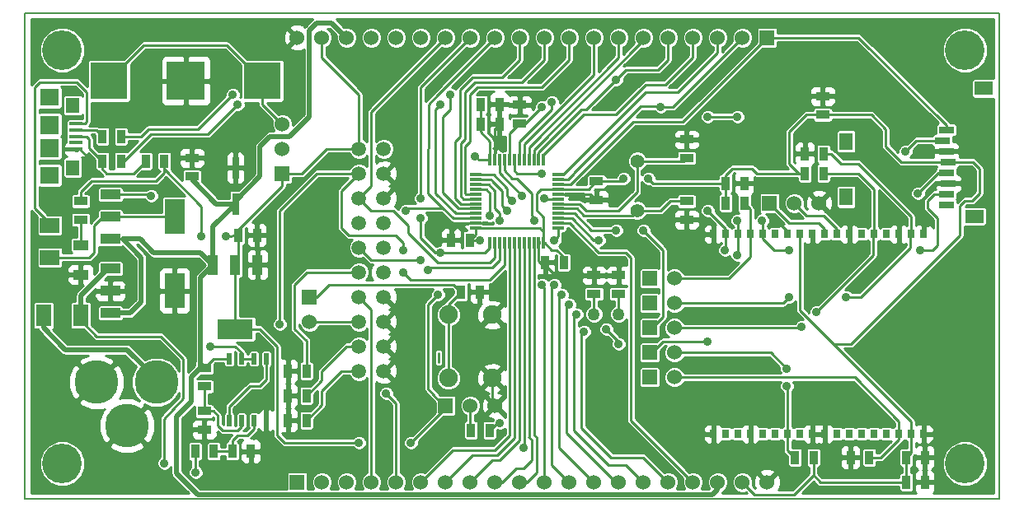
<source format=gtl>
G04 (created by PCBNEW (2012-nov-02)-testing) date Thu 10 Jan 2013 08:49:02 AM EST*
%MOIN*%
G04 Gerber Fmt 3.4, Leading zero omitted, Abs format*
%FSLAX34Y34*%
G01*
G70*
G90*
G04 APERTURE LIST*
%ADD10C,0.006*%
%ADD11C,0.00590551*%
%ADD12R,0.06X0.06*%
%ADD13C,0.06*%
%ADD14R,0.0551X0.063*%
%ADD15R,0.0748X0.0709*%
%ADD16R,0.0748X0.0748*%
%ADD17R,0.0531X0.0157*%
%ADD18R,0.144X0.08*%
%ADD19R,0.04X0.08*%
%ADD20R,0.08X0.144*%
%ADD21R,0.08X0.04*%
%ADD22R,0.02X0.045*%
%ADD23R,0.055X0.035*%
%ADD24R,0.035X0.055*%
%ADD25R,0.0590551X0.0314961*%
%ADD26R,0.0748031X0.0551181*%
%ADD27R,0.0551181X0.0708661*%
%ADD28R,0.0314961X0.0334646*%
%ADD29R,0.0598425X0.0401575*%
%ADD30C,0.056*%
%ADD31R,0.063X0.0866*%
%ADD32R,0.0255906X0.0866142*%
%ADD33R,0.0472441X0.011811*%
%ADD34R,0.011811X0.0472441*%
%ADD35R,0.08X0.06*%
%ADD36R,0.156X0.156*%
%ADD37R,0.15X0.15*%
%ADD38C,0.0593*%
%ADD39C,0.0748031*%
%ADD40C,0.05*%
%ADD41C,0.1771*%
%ADD42C,0.16*%
%ADD43C,0.035*%
%ADD44C,0.01*%
%ADD45C,0.02*%
G04 APERTURE END LIST*
G54D10*
G54D11*
X39370Y-59055D02*
X39370Y-39370D01*
X78740Y-59055D02*
X39370Y-59055D01*
X78740Y-39370D02*
X78740Y-59055D01*
X39370Y-39370D02*
X78740Y-39370D01*
G54D12*
X50370Y-58370D03*
G54D13*
X51370Y-58370D03*
X52370Y-58370D03*
X53370Y-58370D03*
X54370Y-58370D03*
X55370Y-58370D03*
X56370Y-58370D03*
X57370Y-58370D03*
X58370Y-58370D03*
X59370Y-58370D03*
X60370Y-58370D03*
X61370Y-58370D03*
X62370Y-58370D03*
X63370Y-58370D03*
X64370Y-58370D03*
X65370Y-58370D03*
X66370Y-58370D03*
X67370Y-58370D03*
X68370Y-58370D03*
X69370Y-58370D03*
G54D12*
X69370Y-40370D03*
G54D13*
X68370Y-40370D03*
X67370Y-40370D03*
X66370Y-40370D03*
X65370Y-40370D03*
X64370Y-40370D03*
X63370Y-40370D03*
X62370Y-40370D03*
X61370Y-40370D03*
X60370Y-40370D03*
X59370Y-40370D03*
X58370Y-40370D03*
X57370Y-40370D03*
X56370Y-40370D03*
X55370Y-40370D03*
X54370Y-40370D03*
X53370Y-40370D03*
X52370Y-40370D03*
X51370Y-40370D03*
X50370Y-40370D03*
G54D14*
X41295Y-45630D03*
G54D15*
X40370Y-45945D03*
X40370Y-42795D03*
G54D16*
X40370Y-44842D03*
X40370Y-43898D03*
G54D14*
X41295Y-43110D03*
G54D17*
X41423Y-43858D03*
X41423Y-44114D03*
X41423Y-44370D03*
X41423Y-44626D03*
X41423Y-44882D03*
G54D18*
X47870Y-52170D03*
G54D19*
X47870Y-49570D03*
X46970Y-49570D03*
X48770Y-49570D03*
G54D20*
X45420Y-50620D03*
G54D21*
X42820Y-50620D03*
X42820Y-51520D03*
X42820Y-49720D03*
G54D22*
X47620Y-53370D03*
X48120Y-53370D03*
X48620Y-53370D03*
X49120Y-53370D03*
X49120Y-55870D03*
X48620Y-55870D03*
X48120Y-55870D03*
X47620Y-55870D03*
G54D23*
X59370Y-43095D03*
X59370Y-43845D03*
G54D24*
X70495Y-57370D03*
X71245Y-57370D03*
X68445Y-47070D03*
X67695Y-47070D03*
X71645Y-45870D03*
X70895Y-45870D03*
X61145Y-49470D03*
X60395Y-49470D03*
X72745Y-57370D03*
X73495Y-57370D03*
X70895Y-45070D03*
X71645Y-45070D03*
X74995Y-57370D03*
X75745Y-57370D03*
X67695Y-46270D03*
X68445Y-46270D03*
X74995Y-58370D03*
X75745Y-58370D03*
G54D23*
X46120Y-45995D03*
X46120Y-45245D03*
X46620Y-54495D03*
X46620Y-53745D03*
X46620Y-56245D03*
X46620Y-55495D03*
G54D24*
X46995Y-57120D03*
X46245Y-57120D03*
X48495Y-57120D03*
X47745Y-57120D03*
X47995Y-48370D03*
X48745Y-48370D03*
G54D23*
X41620Y-46995D03*
X41620Y-47745D03*
X71620Y-43495D03*
X71620Y-42745D03*
G54D24*
X49995Y-55870D03*
X50745Y-55870D03*
X57795Y-43870D03*
X58545Y-43870D03*
X57345Y-48570D03*
X56595Y-48570D03*
X56995Y-50670D03*
X57745Y-50670D03*
G54D23*
X66120Y-46995D03*
X66120Y-47745D03*
X66120Y-45245D03*
X66120Y-44495D03*
X62370Y-50745D03*
X62370Y-49995D03*
X63370Y-50745D03*
X63370Y-49995D03*
G54D24*
X57395Y-56270D03*
X58145Y-56270D03*
X49995Y-54870D03*
X50745Y-54870D03*
X49995Y-53870D03*
X50745Y-53870D03*
X57795Y-43070D03*
X58545Y-43070D03*
X42495Y-45370D03*
X43245Y-45370D03*
X42495Y-44370D03*
X43245Y-44370D03*
X44245Y-45370D03*
X44995Y-45370D03*
G54D23*
X62470Y-46195D03*
X62470Y-46945D03*
G54D25*
X76620Y-44104D03*
X76462Y-44537D03*
X76620Y-44970D03*
X76698Y-45403D03*
X76620Y-45836D03*
X76698Y-46269D03*
X76620Y-46702D03*
X76620Y-47135D03*
G54D26*
X78135Y-42427D03*
X77742Y-47604D03*
G54D27*
X72564Y-46816D03*
X72564Y-44572D03*
G54D28*
X67198Y-56415D03*
X67698Y-56415D03*
X68198Y-56415D03*
X68698Y-56415D03*
X69198Y-56415D03*
X69698Y-56415D03*
X70198Y-56415D03*
X70698Y-56415D03*
X71198Y-56415D03*
X71698Y-56415D03*
X72198Y-56415D03*
X72698Y-56415D03*
X73198Y-56415D03*
X73698Y-56415D03*
X74198Y-56415D03*
X74698Y-56415D03*
X75198Y-56415D03*
X75698Y-56415D03*
X75698Y-48324D03*
X75198Y-48324D03*
X74698Y-48324D03*
X74198Y-48324D03*
X73698Y-48324D03*
X73198Y-48324D03*
X72698Y-48324D03*
X72198Y-48324D03*
X71698Y-48324D03*
X71198Y-48324D03*
X70698Y-48324D03*
X70198Y-48324D03*
X69698Y-48324D03*
X69198Y-48324D03*
X68698Y-48324D03*
X68198Y-48324D03*
X67698Y-48324D03*
X67198Y-48324D03*
G54D29*
X41620Y-49970D03*
X41620Y-48769D03*
G54D30*
X64120Y-45370D03*
X64120Y-47370D03*
G54D31*
X40122Y-51620D03*
X41618Y-51620D03*
G54D32*
X47874Y-47098D03*
X47874Y-45641D03*
G54D33*
X60923Y-48082D03*
X60923Y-47885D03*
X60923Y-47688D03*
X60923Y-47492D03*
X60923Y-47295D03*
X60923Y-47098D03*
X60923Y-46901D03*
X60923Y-46704D03*
X60923Y-46507D03*
X60923Y-46311D03*
X60923Y-46114D03*
X60923Y-45917D03*
G54D34*
X60332Y-45326D03*
X60135Y-45326D03*
X59938Y-45326D03*
X59742Y-45326D03*
X59545Y-45326D03*
X59348Y-45326D03*
X59151Y-45326D03*
X58954Y-45326D03*
X58757Y-45326D03*
X58561Y-45326D03*
X58364Y-45326D03*
X58167Y-45326D03*
G54D33*
X57576Y-45917D03*
X57576Y-46114D03*
X57576Y-46311D03*
X57576Y-46507D03*
X57576Y-46704D03*
X57576Y-46901D03*
X57576Y-47098D03*
X57576Y-47295D03*
X57576Y-47492D03*
X57576Y-47688D03*
X57576Y-47885D03*
X57576Y-48082D03*
G54D34*
X58167Y-48673D03*
X58364Y-48673D03*
X58561Y-48673D03*
X58757Y-48673D03*
X58954Y-48673D03*
X59151Y-48673D03*
X59348Y-48673D03*
X59545Y-48673D03*
X59742Y-48673D03*
X59938Y-48673D03*
X60135Y-48673D03*
X60332Y-48673D03*
G54D35*
X40370Y-47970D03*
X40370Y-49270D03*
G54D20*
X45420Y-47620D03*
G54D21*
X42820Y-47620D03*
X42820Y-48520D03*
X42820Y-46720D03*
G54D36*
X45870Y-42120D03*
G54D37*
X48970Y-42120D03*
X42770Y-42120D03*
G54D38*
X52870Y-44870D03*
X53870Y-44870D03*
X52870Y-45870D03*
X53870Y-45870D03*
X52870Y-46870D03*
X53870Y-46870D03*
X52870Y-47870D03*
X53870Y-47870D03*
X52870Y-48870D03*
X53870Y-48870D03*
X52870Y-49870D03*
X53870Y-49870D03*
X52870Y-50870D03*
X53870Y-50870D03*
X52870Y-51870D03*
X53870Y-51870D03*
X52870Y-52870D03*
X53870Y-52870D03*
X52870Y-53870D03*
X53870Y-53870D03*
G54D39*
X58255Y-51590D03*
X58255Y-54149D03*
X56484Y-51590D03*
X56484Y-54149D03*
G54D12*
X50870Y-50870D03*
G54D13*
X50870Y-51870D03*
G54D12*
X64620Y-53120D03*
G54D13*
X65620Y-53120D03*
G54D12*
X64620Y-54120D03*
G54D13*
X65620Y-54120D03*
G54D12*
X64620Y-50120D03*
G54D13*
X65620Y-50120D03*
G54D12*
X64620Y-52120D03*
G54D13*
X65620Y-52120D03*
G54D12*
X64620Y-51120D03*
G54D13*
X65620Y-51120D03*
G54D40*
X62370Y-51570D03*
X63370Y-51570D03*
G54D12*
X49770Y-45870D03*
G54D13*
X49770Y-44870D03*
X49770Y-43870D03*
G54D12*
X56370Y-55270D03*
G54D13*
X57370Y-55270D03*
X58370Y-55270D03*
G54D12*
X69470Y-47070D03*
G54D13*
X70470Y-47070D03*
X71470Y-47070D03*
G54D41*
X44673Y-54316D03*
X43492Y-56088D03*
X42264Y-54316D03*
G54D42*
X40870Y-40870D03*
X77370Y-57620D03*
X77370Y-40870D03*
X40870Y-57620D03*
G54D43*
X52870Y-56770D03*
X54970Y-56770D03*
X64570Y-46070D03*
X63570Y-46070D03*
X56070Y-50770D03*
X57770Y-48570D03*
X57570Y-45170D03*
X47500Y-48400D03*
X46500Y-48400D03*
X74370Y-47670D03*
X75870Y-47870D03*
X69670Y-47770D03*
X49270Y-48370D03*
X47270Y-45570D03*
X70870Y-42770D03*
X70870Y-44370D03*
X43570Y-50470D03*
X45870Y-56270D03*
X49070Y-57170D03*
X68970Y-55770D03*
X71470Y-55770D03*
X77370Y-44870D03*
X77470Y-46170D03*
X63270Y-46670D03*
X44470Y-42170D03*
X62370Y-49570D03*
X55970Y-48270D03*
X58270Y-50670D03*
X67170Y-48970D03*
X69070Y-46270D03*
X44570Y-50570D03*
X40770Y-50170D03*
X41970Y-45570D03*
X46170Y-44670D03*
X55370Y-46870D03*
X55370Y-47670D03*
X56170Y-49070D03*
X55370Y-49370D03*
X55670Y-49770D03*
X54770Y-47370D03*
X69170Y-47770D03*
X66970Y-43570D03*
X68170Y-43570D03*
X75570Y-48970D03*
X70270Y-48970D03*
X66970Y-47370D03*
X67670Y-48970D03*
X74970Y-44970D03*
X60770Y-50370D03*
X59470Y-46770D03*
X56570Y-42670D03*
X47770Y-42670D03*
X56170Y-43070D03*
X47970Y-43070D03*
X62570Y-48570D03*
X58170Y-47570D03*
X61970Y-52270D03*
X59970Y-47770D03*
X60270Y-50370D03*
X63270Y-48170D03*
X58570Y-55970D03*
X59520Y-56970D03*
X72570Y-50870D03*
X70270Y-50870D03*
X70170Y-53770D03*
X70170Y-54470D03*
X71370Y-51470D03*
X70770Y-52070D03*
X61670Y-51570D03*
X58570Y-47770D03*
X58870Y-47370D03*
X61370Y-51170D03*
X44470Y-46770D03*
X46870Y-52870D03*
X59070Y-46970D03*
X61070Y-50770D03*
X68170Y-47770D03*
X75470Y-46670D03*
X68170Y-49170D03*
X60770Y-48570D03*
X45000Y-57600D03*
X46270Y-57970D03*
X60270Y-43170D03*
X54670Y-48970D03*
X54670Y-49870D03*
X49670Y-51970D03*
X53970Y-54770D03*
X60370Y-46870D03*
X60670Y-42970D03*
X64370Y-48170D03*
X63270Y-42070D03*
X66970Y-52670D03*
X65070Y-43170D03*
X60270Y-45870D03*
X63370Y-52770D03*
X62870Y-52170D03*
G54D44*
X56090Y-53505D02*
X56090Y-53149D01*
X60332Y-48673D02*
X60373Y-48673D01*
X61145Y-49245D02*
X61145Y-49470D01*
X60870Y-48970D02*
X61145Y-49245D01*
X60670Y-48970D02*
X60870Y-48970D01*
X60373Y-48673D02*
X60670Y-48970D01*
X77370Y-46970D02*
X77670Y-46970D01*
X77703Y-45403D02*
X77503Y-45403D01*
X77970Y-45670D02*
X77703Y-45403D01*
X77970Y-46670D02*
X77970Y-45670D01*
X77670Y-46970D02*
X77970Y-46670D01*
X77170Y-45403D02*
X77503Y-45403D01*
X77170Y-45403D02*
X76698Y-45403D01*
X60923Y-46507D02*
X60232Y-46507D01*
X60332Y-47632D02*
X60332Y-48673D01*
X60050Y-47350D02*
X60332Y-47632D01*
X60050Y-46690D02*
X60050Y-47350D01*
X60232Y-46507D02*
X60050Y-46690D01*
X56370Y-55370D02*
X54970Y-56770D01*
X48870Y-52170D02*
X47870Y-52170D01*
X49570Y-52870D02*
X48870Y-52170D01*
X49570Y-56470D02*
X49570Y-52870D01*
X49870Y-56770D02*
X49570Y-56470D01*
X50170Y-56770D02*
X49870Y-56770D01*
X52870Y-56770D02*
X50170Y-56770D01*
X62470Y-46195D02*
X63445Y-46195D01*
X64770Y-46270D02*
X67695Y-46270D01*
X64570Y-46070D02*
X64770Y-46270D01*
X63445Y-46195D02*
X63570Y-46070D01*
X57345Y-48570D02*
X57770Y-48570D01*
X55670Y-54570D02*
X56370Y-55370D01*
X55670Y-51170D02*
X55670Y-54570D01*
X56070Y-50770D02*
X55670Y-51170D01*
X58167Y-45326D02*
X57726Y-45326D01*
X57726Y-45326D02*
X57570Y-45170D01*
X57795Y-43870D02*
X57795Y-43070D01*
X58167Y-45326D02*
X58167Y-44567D01*
X57795Y-44195D02*
X57795Y-43870D01*
X58167Y-44567D02*
X57795Y-44195D01*
X72070Y-52770D02*
X72770Y-52770D01*
X77170Y-47170D02*
X77370Y-46970D01*
X77170Y-48370D02*
X77170Y-47170D01*
X72770Y-52770D02*
X77170Y-48370D01*
X71620Y-43495D02*
X70945Y-43495D01*
X70670Y-45870D02*
X70895Y-45870D01*
X70270Y-45470D02*
X70670Y-45870D01*
X70270Y-44170D02*
X70270Y-45470D01*
X70945Y-43495D02*
X70270Y-44170D01*
X76698Y-45403D02*
X74803Y-45403D01*
X74803Y-45403D02*
X74170Y-44770D01*
X74170Y-44770D02*
X74170Y-44070D01*
X74170Y-44070D02*
X73595Y-43495D01*
X73595Y-43495D02*
X71620Y-43495D01*
X67695Y-46270D02*
X67695Y-47070D01*
X70895Y-45870D02*
X68970Y-45870D01*
X67695Y-45945D02*
X67695Y-46270D01*
X67970Y-45670D02*
X67695Y-45945D01*
X68770Y-45670D02*
X67970Y-45670D01*
X68970Y-45870D02*
X68770Y-45670D01*
X75198Y-56415D02*
X75198Y-55898D01*
X70698Y-51398D02*
X70698Y-48324D01*
X75198Y-55898D02*
X72070Y-52770D01*
X72070Y-52770D02*
X70698Y-51398D01*
X71245Y-57370D02*
X71245Y-58095D01*
X71245Y-58095D02*
X71520Y-58370D01*
X71520Y-58370D02*
X74995Y-58370D01*
X74995Y-57370D02*
X74995Y-58370D01*
X75198Y-56415D02*
X75198Y-57166D01*
X75198Y-57166D02*
X74995Y-57370D01*
X68370Y-58370D02*
X68870Y-58870D01*
X70470Y-58870D02*
X71245Y-58095D01*
X68870Y-58870D02*
X70470Y-58870D01*
X60923Y-46507D02*
X62157Y-46507D01*
X62157Y-46507D02*
X62470Y-46195D01*
X57576Y-48082D02*
X57576Y-48338D01*
X57576Y-48338D02*
X57345Y-48570D01*
X60332Y-48673D02*
X60332Y-48232D01*
X60332Y-48232D02*
X60182Y-48082D01*
X58382Y-48082D02*
X57576Y-48082D01*
X60182Y-48082D02*
X58382Y-48082D01*
X49770Y-45870D02*
X50570Y-45870D01*
X51570Y-44870D02*
X52870Y-44870D01*
X50570Y-45870D02*
X51570Y-44870D01*
X47995Y-48370D02*
X47995Y-48145D01*
X49770Y-46370D02*
X49770Y-45870D01*
X47995Y-48145D02*
X49770Y-46370D01*
X51370Y-40370D02*
X51370Y-41170D01*
X51370Y-41170D02*
X52870Y-42670D01*
X52870Y-42670D02*
X52870Y-44870D01*
X44995Y-45370D02*
X44995Y-45695D01*
X47500Y-48400D02*
X47995Y-48370D01*
X46500Y-47200D02*
X46500Y-48400D01*
X44995Y-45695D02*
X46500Y-47200D01*
X44995Y-45370D02*
X44995Y-45845D01*
X41620Y-46620D02*
X41620Y-46995D01*
X42070Y-46170D02*
X41620Y-46620D01*
X44670Y-46170D02*
X42070Y-46170D01*
X44995Y-45845D02*
X44670Y-46170D01*
X47995Y-48370D02*
X47995Y-49445D01*
X47995Y-49445D02*
X47870Y-49570D01*
X47870Y-49570D02*
X47870Y-52170D01*
G54D45*
X46620Y-53745D02*
X46454Y-53745D01*
X67370Y-58670D02*
X67170Y-58870D01*
X67170Y-58870D02*
X46370Y-58870D01*
X67370Y-58670D02*
X67370Y-58370D01*
X45500Y-58000D02*
X46370Y-58870D01*
X45500Y-55700D02*
X45500Y-58000D01*
X46100Y-55100D02*
X45500Y-55700D01*
X46100Y-54100D02*
X46100Y-55100D01*
X46454Y-53745D02*
X46100Y-54100D01*
X47874Y-47098D02*
X47874Y-46966D01*
X51770Y-39770D02*
X52370Y-40370D01*
X51170Y-39770D02*
X51770Y-39770D01*
X50870Y-40070D02*
X51170Y-39770D01*
X50870Y-43570D02*
X50870Y-40070D01*
X50070Y-44370D02*
X50870Y-43570D01*
X49270Y-44370D02*
X50070Y-44370D01*
X48870Y-44770D02*
X49270Y-44370D01*
X48870Y-45970D02*
X48870Y-44770D01*
X47874Y-46966D02*
X48870Y-45970D01*
X42820Y-51520D02*
X43620Y-51520D01*
X44070Y-49270D02*
X43320Y-48520D01*
X44070Y-51070D02*
X44070Y-49270D01*
X43620Y-51520D02*
X44070Y-51070D01*
G54D44*
X42820Y-48520D02*
X43320Y-48520D01*
G54D45*
X43320Y-48520D02*
X44020Y-48520D01*
X46470Y-49070D02*
X46970Y-49570D01*
X44570Y-49070D02*
X46470Y-49070D01*
X44020Y-48520D02*
X44570Y-49070D01*
X46970Y-49570D02*
X46970Y-48002D01*
X46970Y-48002D02*
X47874Y-47098D01*
X46120Y-45995D02*
X46120Y-46120D01*
X46120Y-46120D02*
X47098Y-47098D01*
X47098Y-47098D02*
X47874Y-47098D01*
X46970Y-49570D02*
X46470Y-50070D01*
X46470Y-50070D02*
X46470Y-53595D01*
X46470Y-53595D02*
X46620Y-53745D01*
G54D44*
X47620Y-53370D02*
X46995Y-53370D01*
X46995Y-53370D02*
X46620Y-53745D01*
X58255Y-54149D02*
X58255Y-55155D01*
X58255Y-55155D02*
X58370Y-55270D01*
X74698Y-48324D02*
X74698Y-47998D01*
X74698Y-47998D02*
X74370Y-47670D01*
X75698Y-48324D02*
X75698Y-48041D01*
X75698Y-48041D02*
X75870Y-47870D01*
X70198Y-48324D02*
X70198Y-48198D01*
X69770Y-47770D02*
X69670Y-47770D01*
X70198Y-48198D02*
X69770Y-47770D01*
X48745Y-48370D02*
X49270Y-48370D01*
X47874Y-45641D02*
X47341Y-45641D01*
X47341Y-45641D02*
X47270Y-45570D01*
X71620Y-42745D02*
X70895Y-42745D01*
X70895Y-42745D02*
X70870Y-42770D01*
X70895Y-45070D02*
X70895Y-44395D01*
X70895Y-44395D02*
X70870Y-44370D01*
X42820Y-50620D02*
X43420Y-50620D01*
X43420Y-50620D02*
X43570Y-50470D01*
X46620Y-56245D02*
X45895Y-56245D01*
X45895Y-56245D02*
X45870Y-56270D01*
X48495Y-57120D02*
X49020Y-57120D01*
X49020Y-57120D02*
X49070Y-57170D01*
X68698Y-56415D02*
X68698Y-56041D01*
X68698Y-56041D02*
X68970Y-55770D01*
X71198Y-56415D02*
X71198Y-56041D01*
X71198Y-56041D02*
X71470Y-55770D01*
X76620Y-44970D02*
X77269Y-44970D01*
X77269Y-44970D02*
X77370Y-44870D01*
X76698Y-46269D02*
X77370Y-46269D01*
X77370Y-46269D02*
X77470Y-46170D01*
X62470Y-46945D02*
X62995Y-46945D01*
X62995Y-46945D02*
X63270Y-46670D01*
X45870Y-42120D02*
X44520Y-42120D01*
X44520Y-42120D02*
X44470Y-42170D01*
X60395Y-49470D02*
X60395Y-49595D01*
X60795Y-49995D02*
X62370Y-49995D01*
X60395Y-49595D02*
X60795Y-49995D01*
X62370Y-49995D02*
X62370Y-49570D01*
X56595Y-48570D02*
X56270Y-48570D01*
X56270Y-48570D02*
X55970Y-48270D01*
X57745Y-50670D02*
X58270Y-50670D01*
X58364Y-45326D02*
X58364Y-44050D01*
X58364Y-44050D02*
X58545Y-43870D01*
X58545Y-43070D02*
X59345Y-43070D01*
X59345Y-43070D02*
X59370Y-43095D01*
X58545Y-43870D02*
X58545Y-43070D01*
X67198Y-48324D02*
X67198Y-48941D01*
X67198Y-48941D02*
X67170Y-48970D01*
X68445Y-46270D02*
X69070Y-46270D01*
X60923Y-46704D02*
X62229Y-46704D01*
X62229Y-46704D02*
X62470Y-46945D01*
X57576Y-47885D02*
X56954Y-47885D01*
X56595Y-48245D02*
X56595Y-48570D01*
X56954Y-47885D02*
X56595Y-48245D01*
X60135Y-48673D02*
X60135Y-49410D01*
X60135Y-49410D02*
X60395Y-49670D01*
X45420Y-50620D02*
X44620Y-50620D01*
X44620Y-50620D02*
X44570Y-50570D01*
X41620Y-49970D02*
X40969Y-49970D01*
X40969Y-49970D02*
X40770Y-50170D01*
X41423Y-44882D02*
X41582Y-44882D01*
X41970Y-45270D02*
X41970Y-45570D01*
X41582Y-44882D02*
X41970Y-45270D01*
X46120Y-45245D02*
X46120Y-44720D01*
X46120Y-44720D02*
X46170Y-44670D01*
X57370Y-40370D02*
X55370Y-42370D01*
X55370Y-42370D02*
X55370Y-46870D01*
X55370Y-47670D02*
X55370Y-48270D01*
X55370Y-48270D02*
X55370Y-48470D01*
X55370Y-48470D02*
X55970Y-49070D01*
X55970Y-49070D02*
X56170Y-49070D01*
X52870Y-48870D02*
X53370Y-49370D01*
X58167Y-48872D02*
X58167Y-48673D01*
X57970Y-49070D02*
X58167Y-48872D01*
X57670Y-49070D02*
X57970Y-49070D01*
X56170Y-49070D02*
X57670Y-49070D01*
X53370Y-49370D02*
X55370Y-49370D01*
X58364Y-48673D02*
X58364Y-49275D01*
X53370Y-47370D02*
X52870Y-46870D01*
X54270Y-47370D02*
X53370Y-47370D01*
X54870Y-47970D02*
X54270Y-47370D01*
X54870Y-48270D02*
X54870Y-47970D01*
X56070Y-49470D02*
X54870Y-48270D01*
X58170Y-49470D02*
X56070Y-49470D01*
X58364Y-49275D02*
X58170Y-49470D01*
X52870Y-46870D02*
X53370Y-46370D01*
X53370Y-43370D02*
X56370Y-40370D01*
X53370Y-46370D02*
X53370Y-43370D01*
X58561Y-48673D02*
X58561Y-49379D01*
X55770Y-49670D02*
X55670Y-49770D01*
X58270Y-49670D02*
X55770Y-49670D01*
X58561Y-49379D02*
X58270Y-49670D01*
X53370Y-58370D02*
X53370Y-51370D01*
X53370Y-51370D02*
X52870Y-50870D01*
X57576Y-47688D02*
X56688Y-47688D01*
X56688Y-47688D02*
X56270Y-47270D01*
X58370Y-40370D02*
X56070Y-42670D01*
X55670Y-46670D02*
X56270Y-47270D01*
X55672Y-43070D02*
X55670Y-46670D01*
X56070Y-42670D02*
X55672Y-43070D01*
X54870Y-47270D02*
X54770Y-47370D01*
X56270Y-47270D02*
X54870Y-47270D01*
X69198Y-47798D02*
X69170Y-47770D01*
X69198Y-48324D02*
X69198Y-47798D01*
X68170Y-43570D02*
X66970Y-43570D01*
X59742Y-45326D02*
X59742Y-44798D01*
X59742Y-44798D02*
X63370Y-41170D01*
X63370Y-41170D02*
X63370Y-40370D01*
X69198Y-48324D02*
X69198Y-48498D01*
X76137Y-46702D02*
X76620Y-46702D01*
X75870Y-46970D02*
X76137Y-46702D01*
X75870Y-47270D02*
X75870Y-46970D01*
X76270Y-47670D02*
X75870Y-47270D01*
X76270Y-48770D02*
X76270Y-47670D01*
X76070Y-48970D02*
X76270Y-48770D01*
X75570Y-48970D02*
X76070Y-48970D01*
X69670Y-48970D02*
X70270Y-48970D01*
X69198Y-48498D02*
X69670Y-48970D01*
X67698Y-48324D02*
X67698Y-48098D01*
X67698Y-48098D02*
X66970Y-47370D01*
X59545Y-45326D02*
X59545Y-44694D01*
X59545Y-44694D02*
X62370Y-41870D01*
X62370Y-41870D02*
X62370Y-40370D01*
X76462Y-44537D02*
X75402Y-44537D01*
X67698Y-48941D02*
X67698Y-48324D01*
X67670Y-48970D02*
X67698Y-48941D01*
X75402Y-44537D02*
X74970Y-44970D01*
X64120Y-47370D02*
X65070Y-47370D01*
X65445Y-46995D02*
X66120Y-46995D01*
X65070Y-47370D02*
X65445Y-46995D01*
X60923Y-47295D02*
X61695Y-47295D01*
X63920Y-47570D02*
X64120Y-47370D01*
X61970Y-47570D02*
X63920Y-47570D01*
X61695Y-47295D02*
X61970Y-47570D01*
X59220Y-57820D02*
X59520Y-57820D01*
X59870Y-56670D02*
X59742Y-56542D01*
X59870Y-57470D02*
X59870Y-56670D01*
X59520Y-57820D02*
X59870Y-57470D01*
X59742Y-56542D02*
X59725Y-56542D01*
X59725Y-56542D02*
X59742Y-56542D01*
X58370Y-58370D02*
X58670Y-58370D01*
X58670Y-58370D02*
X59220Y-57820D01*
X59742Y-48673D02*
X59742Y-56542D01*
X60670Y-57670D02*
X61370Y-58370D01*
X60670Y-50470D02*
X60670Y-57670D01*
X60770Y-50370D02*
X60670Y-50470D01*
X58561Y-45326D02*
X58561Y-45861D01*
X58561Y-45861D02*
X59470Y-46770D01*
X52870Y-51870D02*
X50870Y-51870D01*
X41423Y-44370D02*
X41870Y-44370D01*
X41970Y-44845D02*
X42495Y-45370D01*
X41970Y-44470D02*
X41970Y-44845D01*
X41870Y-44370D02*
X41970Y-44470D01*
X42495Y-45370D02*
X42495Y-45695D01*
X43745Y-45870D02*
X44245Y-45370D01*
X42670Y-45870D02*
X43745Y-45870D01*
X42495Y-45695D02*
X42670Y-45870D01*
X41423Y-44114D02*
X42239Y-44114D01*
X42239Y-44114D02*
X42495Y-44370D01*
X57576Y-47295D02*
X56895Y-47295D01*
X56250Y-46650D02*
X56250Y-46550D01*
X56895Y-47295D02*
X56250Y-46650D01*
X56250Y-43590D02*
X56370Y-43470D01*
X56250Y-46550D02*
X56250Y-43590D01*
X43245Y-44370D02*
X44070Y-44370D01*
X56570Y-43270D02*
X56370Y-43470D01*
X56570Y-42670D02*
X56570Y-43270D01*
X46370Y-44070D02*
X47770Y-42670D01*
X44370Y-44070D02*
X46370Y-44070D01*
X44070Y-44370D02*
X44370Y-44070D01*
X57576Y-47492D02*
X56792Y-47492D01*
X55970Y-46670D02*
X55970Y-46570D01*
X56792Y-47492D02*
X55970Y-46670D01*
X55970Y-46570D02*
X55971Y-46470D01*
X55971Y-46470D02*
X55970Y-43270D01*
X55970Y-43270D02*
X56170Y-43070D01*
X47970Y-43070D02*
X46770Y-44270D01*
X46770Y-44270D02*
X44470Y-44270D01*
X44470Y-44270D02*
X43370Y-45370D01*
X43370Y-45370D02*
X43245Y-45370D01*
X60923Y-47688D02*
X61488Y-47688D01*
X62370Y-48570D02*
X62570Y-48570D01*
X61488Y-47688D02*
X62370Y-48570D01*
X62370Y-50745D02*
X62370Y-51570D01*
X59348Y-48673D02*
X59348Y-56691D01*
X58270Y-57470D02*
X57370Y-58370D01*
X58570Y-57470D02*
X58270Y-57470D01*
X59348Y-56691D02*
X58570Y-57470D01*
X58470Y-57270D02*
X57470Y-57270D01*
X59151Y-56588D02*
X58470Y-57270D01*
X59151Y-48673D02*
X59151Y-56588D01*
X57470Y-57270D02*
X56370Y-58370D01*
X58954Y-48673D02*
X58954Y-56485D01*
X56670Y-57070D02*
X55370Y-58370D01*
X58370Y-57070D02*
X56670Y-57070D01*
X58954Y-56485D02*
X58370Y-57070D01*
X57576Y-46704D02*
X57204Y-46704D01*
X61370Y-41270D02*
X61370Y-40370D01*
X60270Y-42370D02*
X61370Y-41270D01*
X57670Y-42370D02*
X60270Y-42370D01*
X57370Y-42670D02*
X57670Y-42370D01*
X57370Y-44570D02*
X57370Y-42670D01*
X57170Y-44770D02*
X57370Y-44570D01*
X57170Y-46670D02*
X57170Y-44770D01*
X57204Y-46704D02*
X57170Y-46670D01*
X60923Y-47885D02*
X61385Y-47885D01*
X62570Y-49070D02*
X63670Y-49070D01*
X61385Y-47885D02*
X62570Y-49070D01*
X63870Y-55870D02*
X66370Y-58370D01*
X63870Y-49270D02*
X63870Y-55870D01*
X63670Y-49070D02*
X63870Y-49270D01*
X40370Y-47970D02*
X40370Y-47870D01*
X41782Y-43858D02*
X41423Y-43858D01*
X41870Y-43770D02*
X41782Y-43858D01*
X41870Y-42570D02*
X41870Y-43770D01*
X41470Y-42170D02*
X41870Y-42570D01*
X39970Y-42170D02*
X41470Y-42170D01*
X39770Y-42370D02*
X39970Y-42170D01*
X39770Y-47270D02*
X39770Y-42370D01*
X40370Y-47870D02*
X39770Y-47270D01*
X61870Y-52870D02*
X61870Y-56170D01*
X58007Y-46507D02*
X58170Y-46670D01*
X58170Y-46670D02*
X58170Y-47570D01*
X58170Y-47570D02*
X58170Y-47570D01*
X61970Y-52270D02*
X61870Y-52370D01*
X61870Y-52370D02*
X61870Y-52870D01*
X57576Y-46507D02*
X58007Y-46507D01*
X64370Y-57370D02*
X65370Y-58370D01*
X63070Y-57370D02*
X64370Y-57370D01*
X61870Y-56170D02*
X63070Y-57370D01*
X50745Y-53870D02*
X50745Y-52645D01*
X50770Y-49870D02*
X52870Y-49870D01*
X50270Y-50370D02*
X50770Y-49870D01*
X50270Y-52170D02*
X50270Y-50370D01*
X50745Y-52645D02*
X50270Y-52170D01*
X59970Y-47770D02*
X59970Y-47670D01*
X59970Y-47670D02*
X59870Y-47570D01*
X59870Y-46670D02*
X59870Y-47570D01*
X59870Y-46670D02*
X59470Y-46270D01*
X59070Y-46070D02*
X58757Y-45757D01*
X58757Y-45757D02*
X58757Y-45326D01*
X59270Y-46070D02*
X59070Y-46070D01*
X59470Y-46270D02*
X59270Y-46070D01*
X60370Y-58370D02*
X60370Y-50470D01*
X60370Y-50470D02*
X60270Y-50370D01*
X52870Y-52870D02*
X52370Y-52870D01*
X51370Y-54245D02*
X50745Y-54870D01*
X51370Y-53870D02*
X51370Y-54245D01*
X52370Y-52870D02*
X51370Y-53870D01*
X52870Y-53870D02*
X52170Y-53870D01*
X51370Y-55245D02*
X50745Y-55870D01*
X51370Y-54670D02*
X51370Y-55245D01*
X52170Y-53870D02*
X51370Y-54670D01*
X62270Y-48170D02*
X63270Y-48170D01*
X61592Y-47492D02*
X62270Y-48170D01*
X60923Y-47492D02*
X61592Y-47492D01*
X63370Y-50745D02*
X63370Y-51570D01*
X58570Y-55970D02*
X58445Y-55970D01*
X58445Y-55970D02*
X58145Y-56270D01*
X59545Y-48673D02*
X59545Y-56894D01*
X59545Y-56894D02*
X59520Y-56970D01*
X57370Y-55270D02*
X57370Y-56245D01*
X57370Y-56245D02*
X57395Y-56270D01*
X62870Y-47370D02*
X63370Y-47370D01*
X64120Y-46620D02*
X64120Y-45370D01*
X63370Y-47370D02*
X64120Y-46620D01*
X64120Y-45370D02*
X65995Y-45370D01*
X65995Y-45370D02*
X66120Y-45245D01*
X60923Y-47098D02*
X61798Y-47098D01*
X62070Y-47370D02*
X62870Y-47370D01*
X61798Y-47098D02*
X62070Y-47370D01*
X65620Y-54120D02*
X72920Y-54120D01*
X74698Y-55898D02*
X74698Y-56415D01*
X72920Y-54120D02*
X74698Y-55898D01*
X74698Y-56415D02*
X74698Y-56641D01*
X73970Y-57370D02*
X73495Y-57370D01*
X74698Y-56641D02*
X73970Y-57370D01*
X71645Y-45070D02*
X71970Y-45070D01*
X75198Y-47598D02*
X75198Y-48324D01*
X73070Y-45470D02*
X75198Y-47598D01*
X72370Y-45470D02*
X73070Y-45470D01*
X71970Y-45070D02*
X72370Y-45470D01*
X65620Y-51120D02*
X70020Y-51120D01*
X75170Y-48353D02*
X75198Y-48324D01*
X75170Y-48870D02*
X75170Y-48353D01*
X73170Y-50870D02*
X75170Y-48870D01*
X72570Y-50870D02*
X73170Y-50870D01*
X70020Y-51120D02*
X70270Y-50870D01*
X70198Y-56415D02*
X70198Y-54498D01*
X69520Y-53120D02*
X65620Y-53120D01*
X70170Y-53770D02*
X69520Y-53120D01*
X70198Y-54498D02*
X70170Y-54470D01*
X70198Y-56415D02*
X70198Y-57073D01*
X70198Y-57073D02*
X70495Y-57370D01*
X73698Y-48324D02*
X73698Y-46498D01*
X73070Y-45870D02*
X71645Y-45870D01*
X73698Y-46498D02*
X73070Y-45870D01*
X65620Y-52120D02*
X70720Y-52120D01*
X73670Y-48353D02*
X73698Y-48324D01*
X73670Y-49170D02*
X73670Y-48353D01*
X73570Y-49270D02*
X73670Y-49170D01*
X71370Y-51470D02*
X73570Y-49270D01*
X70720Y-52120D02*
X70770Y-52070D01*
X57576Y-46311D02*
X58131Y-46311D01*
X58131Y-46311D02*
X58370Y-46570D01*
X58370Y-46570D02*
X58370Y-46970D01*
X58370Y-46970D02*
X58370Y-47270D01*
X58370Y-47270D02*
X58470Y-47370D01*
X63670Y-57670D02*
X64370Y-58370D01*
X61570Y-51670D02*
X61670Y-51570D01*
X61570Y-56270D02*
X61570Y-51670D01*
X62970Y-57670D02*
X61570Y-56270D01*
X63670Y-57670D02*
X62970Y-57670D01*
X58570Y-47470D02*
X58470Y-47370D01*
X58570Y-47770D02*
X58570Y-47470D01*
X68698Y-48324D02*
X68698Y-47323D01*
X68698Y-47323D02*
X68445Y-47070D01*
X65620Y-50120D02*
X67820Y-50120D01*
X68698Y-49241D02*
X68698Y-48324D01*
X67820Y-50120D02*
X68698Y-49241D01*
X72198Y-48324D02*
X72198Y-48098D01*
X70970Y-47570D02*
X70470Y-47070D01*
X71670Y-47570D02*
X70970Y-47570D01*
X72198Y-48098D02*
X71670Y-47570D01*
X71698Y-48324D02*
X71698Y-48098D01*
X70270Y-47870D02*
X69470Y-47070D01*
X71470Y-47870D02*
X70270Y-47870D01*
X71698Y-48098D02*
X71470Y-47870D01*
X59370Y-58370D02*
X59670Y-58370D01*
X60070Y-56570D02*
X59938Y-56438D01*
X60070Y-57970D02*
X60070Y-56570D01*
X59670Y-58370D02*
X60070Y-57970D01*
X59938Y-48673D02*
X59938Y-56438D01*
X46995Y-57120D02*
X47745Y-57120D01*
X48620Y-55870D02*
X48620Y-56220D01*
X47745Y-56695D02*
X47745Y-57120D01*
X47970Y-56470D02*
X47745Y-56695D01*
X48370Y-56470D02*
X47970Y-56470D01*
X48620Y-56220D02*
X48370Y-56470D01*
X46620Y-55495D02*
X46620Y-54495D01*
X48120Y-55870D02*
X48120Y-56120D01*
X46995Y-55495D02*
X46620Y-55495D01*
X47170Y-55670D02*
X46995Y-55495D01*
X47170Y-56070D02*
X47170Y-55670D01*
X47370Y-56270D02*
X47170Y-56070D01*
X47970Y-56270D02*
X47370Y-56270D01*
X48120Y-56120D02*
X47970Y-56270D01*
X47620Y-55870D02*
X47620Y-55320D01*
X49120Y-54220D02*
X49120Y-53370D01*
X48870Y-54470D02*
X49120Y-54220D01*
X48470Y-54470D02*
X48870Y-54470D01*
X47620Y-55320D02*
X48470Y-54470D01*
X57576Y-46114D02*
X58214Y-46114D01*
X58670Y-47070D02*
X58670Y-46970D01*
X58670Y-46970D02*
X58670Y-46570D01*
X58670Y-46570D02*
X58270Y-46170D01*
X63270Y-58370D02*
X63370Y-58370D01*
X58870Y-47370D02*
X58670Y-47170D01*
X61270Y-51270D02*
X61370Y-51170D01*
X61270Y-56370D02*
X61270Y-51270D01*
X63270Y-58370D02*
X61270Y-56370D01*
X58670Y-47170D02*
X58670Y-47070D01*
X58214Y-46114D02*
X58270Y-46170D01*
X48120Y-53370D02*
X48120Y-53120D01*
X44420Y-46720D02*
X42820Y-46720D01*
X44470Y-46770D02*
X44420Y-46720D01*
X47870Y-52870D02*
X46870Y-52870D01*
X48120Y-53120D02*
X47870Y-52870D01*
X48120Y-53370D02*
X48620Y-53370D01*
X41620Y-48769D02*
X41620Y-47745D01*
X48970Y-42120D02*
X48970Y-43070D01*
X48970Y-43070D02*
X49770Y-43870D01*
X42770Y-42120D02*
X42770Y-42070D01*
X47520Y-40670D02*
X48970Y-42120D01*
X44170Y-40670D02*
X47520Y-40670D01*
X42770Y-42070D02*
X44170Y-40670D01*
G54D45*
X44673Y-54316D02*
X44673Y-54173D01*
X44673Y-54173D02*
X43500Y-53000D01*
X43500Y-53000D02*
X41000Y-53000D01*
X41000Y-53000D02*
X40122Y-52122D01*
X40122Y-52122D02*
X40122Y-51620D01*
G54D44*
X58870Y-46470D02*
X58870Y-46770D01*
X58870Y-46770D02*
X59070Y-46970D01*
X60970Y-56970D02*
X60970Y-50870D01*
X60970Y-50870D02*
X61070Y-50770D01*
X62370Y-58370D02*
X60970Y-56970D01*
X58317Y-45917D02*
X58117Y-45917D01*
X58870Y-46470D02*
X58317Y-45917D01*
X57576Y-45917D02*
X58117Y-45917D01*
X56970Y-42770D02*
X56970Y-42470D01*
X56998Y-47098D02*
X56770Y-46870D01*
X56770Y-46870D02*
X56770Y-44570D01*
X56770Y-44570D02*
X56970Y-44370D01*
X56970Y-44370D02*
X56970Y-42770D01*
X57576Y-47098D02*
X56998Y-47098D01*
X59370Y-41270D02*
X59370Y-40370D01*
X58670Y-41970D02*
X59370Y-41270D01*
X57470Y-41970D02*
X58670Y-41970D01*
X56970Y-42470D02*
X57470Y-41970D01*
X64370Y-42370D02*
X64470Y-42270D01*
X63270Y-43470D02*
X61970Y-43470D01*
X64370Y-42370D02*
X63270Y-43470D01*
X60332Y-45326D02*
X60332Y-45107D01*
X60332Y-45107D02*
X61970Y-43470D01*
X66370Y-41170D02*
X66370Y-40370D01*
X65270Y-42270D02*
X66370Y-41170D01*
X64470Y-42270D02*
X65270Y-42270D01*
X68198Y-48324D02*
X68198Y-47798D01*
X68198Y-47798D02*
X68170Y-47770D01*
X59938Y-45326D02*
X59938Y-44901D01*
X59938Y-44901D02*
X64370Y-40470D01*
X64370Y-40470D02*
X64370Y-40370D01*
X76620Y-45836D02*
X76303Y-45836D01*
X76303Y-45836D02*
X75470Y-46670D01*
X68198Y-49141D02*
X68198Y-48324D01*
X68170Y-49170D02*
X68198Y-49141D01*
X63970Y-43770D02*
X65970Y-43770D01*
X65970Y-43770D02*
X66770Y-42970D01*
X60923Y-46311D02*
X61429Y-46311D01*
X66770Y-42970D02*
X69370Y-40370D01*
X61429Y-46311D02*
X63970Y-43770D01*
X76620Y-44104D02*
X76620Y-43920D01*
X73070Y-40370D02*
X69370Y-40370D01*
X76620Y-43920D02*
X73070Y-40370D01*
X57576Y-46901D02*
X57101Y-46901D01*
X57101Y-46901D02*
X56990Y-46790D01*
X56990Y-46790D02*
X56990Y-44650D01*
X56990Y-44650D02*
X57170Y-44470D01*
X57170Y-44470D02*
X57170Y-42570D01*
X57170Y-42570D02*
X57570Y-42170D01*
X57570Y-42170D02*
X59470Y-42170D01*
X59470Y-42170D02*
X60370Y-41270D01*
X60370Y-41270D02*
X60370Y-40370D01*
X60923Y-45917D02*
X61122Y-45917D01*
X61122Y-45917D02*
X64470Y-42570D01*
X67370Y-40970D02*
X67370Y-40370D01*
X65770Y-42570D02*
X67370Y-40970D01*
X64470Y-42570D02*
X65770Y-42570D01*
X60923Y-48082D02*
X60923Y-48416D01*
X60923Y-48416D02*
X60770Y-48570D01*
G54D45*
X42820Y-49720D02*
X42720Y-49720D01*
X41618Y-50822D02*
X41618Y-51620D01*
X42720Y-49720D02*
X41618Y-50822D01*
G54D44*
X41618Y-51620D02*
X41618Y-51818D01*
X41618Y-51818D02*
X42270Y-52470D01*
X42270Y-52470D02*
X44870Y-52470D01*
X44870Y-52470D02*
X45770Y-53370D01*
X45770Y-53370D02*
X45770Y-54987D01*
X45770Y-54987D02*
X45000Y-55800D01*
X45000Y-55800D02*
X45000Y-57600D01*
X46270Y-57970D02*
X46245Y-57945D01*
X46245Y-57945D02*
X46245Y-57120D01*
X42820Y-47620D02*
X45420Y-47620D01*
X40370Y-49270D02*
X41970Y-49270D01*
X42520Y-47620D02*
X42820Y-47620D01*
X42170Y-47970D02*
X42520Y-47620D01*
X42170Y-49070D02*
X42170Y-47970D01*
X41970Y-49270D02*
X42170Y-49070D01*
X59595Y-43845D02*
X59370Y-43845D01*
X60270Y-43170D02*
X59595Y-43845D01*
X58954Y-45326D02*
X58954Y-44260D01*
X58954Y-44260D02*
X59370Y-43845D01*
X58757Y-48673D02*
X58757Y-49582D01*
X52170Y-46570D02*
X52870Y-45870D01*
X52170Y-48070D02*
X52170Y-46570D01*
X52470Y-48370D02*
X52170Y-48070D01*
X54370Y-48370D02*
X52470Y-48370D01*
X54670Y-48670D02*
X54370Y-48370D01*
X54670Y-48970D02*
X54670Y-48670D01*
X54970Y-50170D02*
X54670Y-49870D01*
X58170Y-50170D02*
X54970Y-50170D01*
X58757Y-49582D02*
X58170Y-50170D01*
X54370Y-58370D02*
X54370Y-55170D01*
X51170Y-45870D02*
X52870Y-45870D01*
X49670Y-47370D02*
X51170Y-45870D01*
X49670Y-50470D02*
X49670Y-47370D01*
X49670Y-51970D02*
X49670Y-50470D01*
X54370Y-55170D02*
X53970Y-54770D01*
X60923Y-46901D02*
X60401Y-46901D01*
X60401Y-46901D02*
X60370Y-46870D01*
X56484Y-51590D02*
X56484Y-51180D01*
X56484Y-51180D02*
X56995Y-50670D01*
X56484Y-54149D02*
X56484Y-51590D01*
X50870Y-50870D02*
X51170Y-50870D01*
X51170Y-50870D02*
X51670Y-50370D01*
X51670Y-50370D02*
X56695Y-50370D01*
X56695Y-50370D02*
X56995Y-50670D01*
X64620Y-52120D02*
X64720Y-52120D01*
X59348Y-44591D02*
X59348Y-45326D01*
X60670Y-43270D02*
X59348Y-44591D01*
X60670Y-42970D02*
X60670Y-43270D01*
X65170Y-48970D02*
X64370Y-48170D01*
X65170Y-51670D02*
X65170Y-48970D01*
X64720Y-52120D02*
X65170Y-51670D01*
X61870Y-43270D02*
X61950Y-43270D01*
X62070Y-43270D02*
X63270Y-42070D01*
X63270Y-42070D02*
X63670Y-41670D01*
X61950Y-43270D02*
X62070Y-43270D01*
X60135Y-45326D02*
X60135Y-45004D01*
X65370Y-41270D02*
X65370Y-40370D01*
X64970Y-41670D02*
X65370Y-41270D01*
X63670Y-41670D02*
X64970Y-41670D01*
X60135Y-45004D02*
X61870Y-43270D01*
X65070Y-43170D02*
X65570Y-43170D01*
X65570Y-43170D02*
X65970Y-42770D01*
X64260Y-43160D02*
X65060Y-43160D01*
X64720Y-53120D02*
X64620Y-53120D01*
X65170Y-52670D02*
X66970Y-52670D01*
X64720Y-53120D02*
X65170Y-52670D01*
X65060Y-43160D02*
X65070Y-43170D01*
X61570Y-45870D02*
X61570Y-45850D01*
X61570Y-45850D02*
X64260Y-43160D01*
X60923Y-46114D02*
X61325Y-46114D01*
X65970Y-42770D02*
X68370Y-40370D01*
X61325Y-46114D02*
X61570Y-45870D01*
X59151Y-45326D02*
X59151Y-45751D01*
X59270Y-45870D02*
X60270Y-45870D01*
X59151Y-45751D02*
X59270Y-45870D01*
X63370Y-52670D02*
X63370Y-52770D01*
X62870Y-52170D02*
X63370Y-52670D01*
G54D10*
G36*
X46640Y-49574D02*
X46307Y-49907D01*
X46257Y-49982D01*
X46240Y-50070D01*
X46240Y-53491D01*
X46234Y-53496D01*
X46215Y-53544D01*
X46215Y-53595D01*
X46215Y-53659D01*
X46070Y-53804D01*
X46070Y-51389D01*
X46070Y-49850D01*
X46032Y-49758D01*
X45961Y-49688D01*
X45870Y-49650D01*
X45770Y-49650D01*
X45532Y-49650D01*
X45470Y-49712D01*
X45470Y-50570D01*
X46007Y-50570D01*
X46070Y-50507D01*
X46070Y-49850D01*
X46070Y-51389D01*
X46070Y-50732D01*
X46007Y-50670D01*
X45470Y-50670D01*
X45470Y-51527D01*
X45532Y-51590D01*
X45770Y-51590D01*
X45870Y-51590D01*
X45961Y-51551D01*
X46032Y-51481D01*
X46070Y-51389D01*
X46070Y-53804D01*
X45950Y-53924D01*
X45950Y-53370D01*
X45936Y-53301D01*
X45897Y-53242D01*
X45370Y-52715D01*
X45370Y-51527D01*
X45370Y-50670D01*
X45370Y-50570D01*
X45370Y-49712D01*
X45307Y-49650D01*
X45069Y-49650D01*
X44970Y-49650D01*
X44878Y-49688D01*
X44808Y-49758D01*
X44770Y-49850D01*
X44770Y-50507D01*
X44832Y-50570D01*
X45370Y-50570D01*
X45370Y-50670D01*
X44832Y-50670D01*
X44770Y-50732D01*
X44770Y-51389D01*
X44808Y-51481D01*
X44878Y-51551D01*
X44970Y-51590D01*
X45069Y-51590D01*
X45307Y-51590D01*
X45370Y-51527D01*
X45370Y-52715D01*
X44997Y-52342D01*
X44938Y-52303D01*
X44870Y-52290D01*
X42344Y-52290D01*
X42063Y-52008D01*
X42063Y-51161D01*
X42043Y-51113D01*
X42006Y-51076D01*
X41959Y-51057D01*
X41907Y-51057D01*
X41848Y-51057D01*
X41848Y-50917D01*
X42213Y-50551D01*
X42232Y-50570D01*
X42770Y-50570D01*
X42770Y-50232D01*
X42707Y-50170D01*
X42595Y-50170D01*
X42715Y-50050D01*
X43245Y-50050D01*
X43293Y-50030D01*
X43330Y-49993D01*
X43350Y-49946D01*
X43350Y-49894D01*
X43350Y-49494D01*
X43330Y-49446D01*
X43293Y-49409D01*
X43246Y-49390D01*
X43194Y-49390D01*
X42394Y-49390D01*
X42346Y-49409D01*
X42309Y-49446D01*
X42290Y-49494D01*
X42290Y-49545D01*
X42290Y-49824D01*
X42169Y-49945D01*
X42169Y-49945D01*
X42169Y-49870D01*
X42156Y-49870D01*
X42169Y-49857D01*
X42169Y-49720D01*
X42131Y-49628D01*
X42061Y-49557D01*
X41969Y-49519D01*
X41869Y-49519D01*
X41732Y-49519D01*
X41670Y-49582D01*
X41670Y-49870D01*
X41670Y-49920D01*
X41670Y-50020D01*
X41670Y-50070D01*
X41670Y-50358D01*
X41713Y-50401D01*
X41570Y-50544D01*
X41570Y-50358D01*
X41570Y-50020D01*
X41570Y-49920D01*
X41570Y-49582D01*
X41507Y-49519D01*
X41370Y-49519D01*
X41270Y-49519D01*
X41179Y-49557D01*
X41108Y-49628D01*
X41070Y-49720D01*
X41070Y-49857D01*
X41133Y-49920D01*
X41570Y-49920D01*
X41570Y-50020D01*
X41133Y-50020D01*
X41070Y-50082D01*
X41070Y-50220D01*
X41108Y-50312D01*
X41179Y-50383D01*
X41270Y-50421D01*
X41370Y-50421D01*
X41507Y-50421D01*
X41570Y-50358D01*
X41570Y-50544D01*
X41455Y-50659D01*
X41405Y-50734D01*
X41388Y-50822D01*
X41388Y-51057D01*
X41277Y-51057D01*
X41229Y-51076D01*
X41192Y-51113D01*
X41173Y-51161D01*
X41173Y-51212D01*
X41173Y-52078D01*
X41192Y-52126D01*
X41229Y-52163D01*
X41277Y-52183D01*
X41328Y-52183D01*
X41728Y-52183D01*
X42142Y-52597D01*
X42142Y-52597D01*
X42181Y-52623D01*
X42201Y-52636D01*
X42201Y-52636D01*
X42270Y-52650D01*
X42270Y-52650D01*
X44795Y-52650D01*
X45590Y-53444D01*
X45590Y-53876D01*
X45534Y-53741D01*
X45249Y-53455D01*
X44875Y-53300D01*
X44471Y-53300D01*
X44226Y-53401D01*
X43662Y-52837D01*
X43588Y-52787D01*
X43500Y-52770D01*
X41095Y-52770D01*
X40495Y-52169D01*
X40510Y-52163D01*
X40547Y-52126D01*
X40567Y-52079D01*
X40567Y-52027D01*
X40567Y-51161D01*
X40547Y-51113D01*
X40510Y-51076D01*
X40463Y-51057D01*
X40411Y-51057D01*
X39781Y-51057D01*
X39733Y-51076D01*
X39696Y-51113D01*
X39677Y-51161D01*
X39677Y-51212D01*
X39677Y-52078D01*
X39696Y-52126D01*
X39733Y-52163D01*
X39781Y-52183D01*
X39832Y-52183D01*
X39904Y-52183D01*
X39909Y-52210D01*
X39959Y-52284D01*
X40837Y-53162D01*
X40911Y-53212D01*
X40911Y-53212D01*
X41000Y-53230D01*
X41916Y-53230D01*
X41624Y-53350D01*
X41525Y-53507D01*
X42264Y-54245D01*
X43002Y-53507D01*
X42903Y-53350D01*
X42608Y-53230D01*
X43404Y-53230D01*
X43863Y-53689D01*
X43812Y-53740D01*
X43657Y-54113D01*
X43657Y-54517D01*
X43811Y-54890D01*
X43982Y-55062D01*
X43713Y-54951D01*
X43261Y-54953D01*
X43176Y-54988D01*
X43229Y-54955D01*
X43400Y-54537D01*
X43398Y-54085D01*
X43229Y-53676D01*
X43073Y-53577D01*
X42370Y-54280D01*
X42334Y-54316D01*
X42264Y-54386D01*
X42228Y-54422D01*
X42193Y-54457D01*
X42193Y-54316D01*
X41455Y-53577D01*
X41298Y-53676D01*
X41127Y-54094D01*
X41129Y-54546D01*
X41298Y-54955D01*
X41455Y-55054D01*
X42193Y-54316D01*
X42193Y-54457D01*
X41525Y-55125D01*
X41624Y-55281D01*
X42042Y-55452D01*
X42494Y-55450D01*
X42579Y-55415D01*
X42526Y-55448D01*
X42355Y-55866D01*
X42357Y-56318D01*
X42526Y-56727D01*
X42683Y-56826D01*
X43386Y-56123D01*
X43386Y-56123D01*
X43421Y-56088D01*
X43421Y-56088D01*
X43492Y-56017D01*
X43492Y-56017D01*
X43492Y-56017D01*
X43527Y-55982D01*
X43527Y-55982D01*
X44230Y-55279D01*
X44189Y-55214D01*
X44470Y-55331D01*
X44874Y-55331D01*
X45247Y-55177D01*
X45533Y-54892D01*
X45590Y-54755D01*
X45590Y-54916D01*
X44869Y-55676D01*
X44851Y-55703D01*
X44833Y-55731D01*
X44833Y-55733D01*
X44831Y-55735D01*
X44826Y-55767D01*
X44820Y-55800D01*
X44820Y-57348D01*
X44741Y-57427D01*
X44695Y-57539D01*
X44694Y-57660D01*
X44741Y-57772D01*
X44827Y-57858D01*
X44939Y-57904D01*
X45060Y-57905D01*
X45172Y-57858D01*
X45258Y-57772D01*
X45270Y-57745D01*
X45270Y-58000D01*
X45287Y-58088D01*
X45337Y-58162D01*
X45994Y-58820D01*
X44628Y-58820D01*
X44628Y-56309D01*
X44626Y-55857D01*
X44457Y-55448D01*
X44301Y-55349D01*
X43562Y-56088D01*
X44301Y-56826D01*
X44457Y-56727D01*
X44628Y-56309D01*
X44628Y-58820D01*
X44230Y-58820D01*
X44230Y-56897D01*
X43492Y-56158D01*
X42753Y-56897D01*
X42852Y-57053D01*
X43270Y-57224D01*
X43722Y-57222D01*
X44131Y-57053D01*
X44230Y-56897D01*
X44230Y-58820D01*
X41800Y-58820D01*
X41800Y-57435D01*
X41658Y-57093D01*
X41397Y-56832D01*
X41055Y-56690D01*
X40685Y-56689D01*
X40343Y-56831D01*
X40082Y-57092D01*
X39940Y-57434D01*
X39939Y-57804D01*
X40081Y-58146D01*
X40342Y-58408D01*
X40684Y-58549D01*
X41054Y-58550D01*
X41396Y-58408D01*
X41658Y-58147D01*
X41799Y-57805D01*
X41800Y-57435D01*
X41800Y-58820D01*
X39620Y-58820D01*
X39620Y-47363D01*
X39642Y-47397D01*
X39854Y-47609D01*
X39840Y-47644D01*
X39840Y-47695D01*
X39840Y-48295D01*
X39859Y-48343D01*
X39896Y-48380D01*
X39944Y-48400D01*
X39995Y-48400D01*
X40795Y-48400D01*
X40843Y-48380D01*
X40880Y-48343D01*
X40900Y-48296D01*
X40900Y-48244D01*
X40900Y-47644D01*
X40880Y-47596D01*
X40843Y-47559D01*
X40796Y-47540D01*
X40744Y-47540D01*
X40294Y-47540D01*
X39950Y-47195D01*
X39950Y-46421D01*
X39970Y-46429D01*
X40021Y-46429D01*
X40769Y-46429D01*
X40817Y-46409D01*
X40854Y-46373D01*
X40874Y-46325D01*
X40874Y-46273D01*
X40874Y-45564D01*
X40854Y-45517D01*
X40817Y-45480D01*
X40770Y-45460D01*
X40718Y-45460D01*
X39970Y-45460D01*
X39950Y-45468D01*
X39950Y-45337D01*
X39970Y-45346D01*
X40021Y-45346D01*
X40769Y-45346D01*
X40817Y-45326D01*
X40854Y-45289D01*
X40874Y-45242D01*
X40874Y-45190D01*
X40874Y-44442D01*
X40854Y-44394D01*
X40829Y-44370D01*
X40854Y-44345D01*
X40874Y-44298D01*
X40874Y-44246D01*
X40874Y-43498D01*
X40854Y-43450D01*
X40817Y-43413D01*
X40770Y-43394D01*
X40718Y-43394D01*
X39970Y-43394D01*
X39950Y-43402D01*
X39950Y-43271D01*
X39970Y-43279D01*
X40021Y-43279D01*
X40769Y-43279D01*
X40817Y-43259D01*
X40854Y-43223D01*
X40874Y-43175D01*
X40874Y-43123D01*
X40874Y-42414D01*
X40854Y-42367D01*
X40837Y-42350D01*
X41395Y-42350D01*
X41690Y-42644D01*
X41690Y-42743D01*
X41680Y-42721D01*
X41644Y-42684D01*
X41596Y-42665D01*
X41544Y-42665D01*
X40993Y-42665D01*
X40946Y-42684D01*
X40909Y-42721D01*
X40889Y-42769D01*
X40889Y-42820D01*
X40889Y-43450D01*
X40909Y-43498D01*
X40945Y-43535D01*
X40993Y-43555D01*
X41045Y-43555D01*
X41596Y-43555D01*
X41644Y-43535D01*
X41680Y-43498D01*
X41690Y-43476D01*
X41690Y-43649D01*
X41662Y-43649D01*
X41131Y-43649D01*
X41084Y-43669D01*
X41047Y-43705D01*
X41027Y-43753D01*
X41027Y-43805D01*
X41027Y-43962D01*
X41037Y-43986D01*
X41027Y-44009D01*
X41027Y-44061D01*
X41027Y-44218D01*
X41037Y-44242D01*
X41027Y-44265D01*
X41027Y-44317D01*
X41027Y-44474D01*
X41037Y-44498D01*
X41027Y-44521D01*
X41027Y-44573D01*
X41027Y-44586D01*
X41015Y-44591D01*
X40945Y-44662D01*
X40907Y-44754D01*
X40907Y-44780D01*
X40970Y-44842D01*
X41373Y-44842D01*
X41373Y-44834D01*
X41473Y-44834D01*
X41473Y-44842D01*
X41473Y-44921D01*
X41473Y-44932D01*
X41373Y-44932D01*
X41373Y-44921D01*
X40970Y-44921D01*
X40907Y-44983D01*
X40907Y-45010D01*
X40945Y-45102D01*
X41015Y-45172D01*
X41046Y-45185D01*
X40993Y-45185D01*
X40946Y-45204D01*
X40909Y-45241D01*
X40889Y-45289D01*
X40889Y-45340D01*
X40889Y-45970D01*
X40909Y-46018D01*
X40945Y-46055D01*
X40993Y-46075D01*
X41045Y-46075D01*
X41596Y-46075D01*
X41644Y-46055D01*
X41680Y-46018D01*
X41700Y-45971D01*
X41700Y-45919D01*
X41700Y-45289D01*
X41680Y-45241D01*
X41649Y-45210D01*
X41738Y-45210D01*
X41830Y-45172D01*
X41900Y-45102D01*
X41921Y-45051D01*
X42190Y-45319D01*
X42190Y-45670D01*
X42209Y-45718D01*
X42246Y-45755D01*
X42294Y-45775D01*
X42336Y-45775D01*
X42367Y-45822D01*
X42535Y-45990D01*
X42070Y-45990D01*
X42001Y-46003D01*
X41942Y-46042D01*
X41492Y-46492D01*
X41453Y-46551D01*
X41440Y-46620D01*
X41440Y-46690D01*
X41319Y-46690D01*
X41271Y-46709D01*
X41234Y-46746D01*
X41215Y-46794D01*
X41215Y-46845D01*
X41215Y-47195D01*
X41234Y-47243D01*
X41271Y-47280D01*
X41319Y-47300D01*
X41370Y-47300D01*
X41920Y-47300D01*
X41968Y-47280D01*
X42005Y-47243D01*
X42025Y-47196D01*
X42025Y-47144D01*
X42025Y-46794D01*
X42005Y-46746D01*
X41968Y-46709D01*
X41921Y-46690D01*
X41869Y-46690D01*
X41804Y-46690D01*
X42144Y-46350D01*
X44670Y-46350D01*
X44738Y-46336D01*
X44797Y-46297D01*
X45070Y-46024D01*
X45815Y-46770D01*
X45794Y-46770D01*
X44994Y-46770D01*
X44946Y-46789D01*
X44909Y-46826D01*
X44890Y-46874D01*
X44890Y-46925D01*
X44890Y-47440D01*
X44775Y-47440D01*
X44775Y-46709D01*
X44728Y-46597D01*
X44643Y-46511D01*
X44531Y-46465D01*
X44409Y-46465D01*
X44297Y-46511D01*
X44268Y-46540D01*
X43350Y-46540D01*
X43350Y-46494D01*
X43330Y-46446D01*
X43293Y-46409D01*
X43246Y-46390D01*
X43194Y-46390D01*
X42394Y-46390D01*
X42346Y-46409D01*
X42309Y-46446D01*
X42290Y-46494D01*
X42290Y-46545D01*
X42290Y-46945D01*
X42309Y-46993D01*
X42346Y-47030D01*
X42394Y-47050D01*
X42445Y-47050D01*
X43245Y-47050D01*
X43293Y-47030D01*
X43330Y-46993D01*
X43350Y-46946D01*
X43350Y-46900D01*
X44193Y-46900D01*
X44211Y-46942D01*
X44297Y-47028D01*
X44409Y-47075D01*
X44530Y-47075D01*
X44642Y-47028D01*
X44728Y-46943D01*
X44775Y-46831D01*
X44775Y-46709D01*
X44775Y-47440D01*
X43350Y-47440D01*
X43350Y-47394D01*
X43330Y-47346D01*
X43293Y-47309D01*
X43246Y-47290D01*
X43194Y-47290D01*
X42394Y-47290D01*
X42346Y-47309D01*
X42309Y-47346D01*
X42290Y-47394D01*
X42290Y-47445D01*
X42290Y-47595D01*
X42042Y-47842D01*
X42025Y-47869D01*
X42025Y-47544D01*
X42005Y-47496D01*
X41968Y-47459D01*
X41921Y-47440D01*
X41869Y-47440D01*
X41319Y-47440D01*
X41271Y-47459D01*
X41234Y-47496D01*
X41215Y-47544D01*
X41215Y-47595D01*
X41215Y-47945D01*
X41234Y-47993D01*
X41271Y-48030D01*
X41319Y-48050D01*
X41370Y-48050D01*
X41440Y-48050D01*
X41440Y-48438D01*
X41295Y-48438D01*
X41247Y-48458D01*
X41210Y-48495D01*
X41190Y-48542D01*
X41190Y-48594D01*
X41190Y-48996D01*
X41210Y-49044D01*
X41247Y-49080D01*
X41269Y-49090D01*
X40900Y-49090D01*
X40900Y-48944D01*
X40880Y-48896D01*
X40843Y-48859D01*
X40796Y-48840D01*
X40744Y-48840D01*
X39944Y-48840D01*
X39896Y-48859D01*
X39859Y-48896D01*
X39840Y-48944D01*
X39840Y-48995D01*
X39840Y-49595D01*
X39859Y-49643D01*
X39896Y-49680D01*
X39944Y-49700D01*
X39995Y-49700D01*
X40795Y-49700D01*
X40843Y-49680D01*
X40880Y-49643D01*
X40900Y-49596D01*
X40900Y-49544D01*
X40900Y-49450D01*
X41970Y-49450D01*
X42038Y-49436D01*
X42097Y-49397D01*
X42297Y-49197D01*
X42297Y-49197D01*
X42336Y-49138D01*
X42350Y-49070D01*
X42350Y-49070D01*
X42350Y-48831D01*
X42394Y-48850D01*
X42445Y-48850D01*
X43245Y-48850D01*
X43293Y-48830D01*
X43299Y-48824D01*
X43840Y-49365D01*
X43840Y-50974D01*
X43524Y-51290D01*
X43470Y-51290D01*
X43470Y-50869D01*
X43470Y-50370D01*
X43432Y-50278D01*
X43361Y-50208D01*
X43270Y-50170D01*
X43170Y-50170D01*
X42932Y-50170D01*
X42870Y-50232D01*
X42870Y-50570D01*
X43407Y-50570D01*
X43470Y-50507D01*
X43470Y-50370D01*
X43470Y-50869D01*
X43470Y-50732D01*
X43407Y-50670D01*
X42870Y-50670D01*
X42870Y-51007D01*
X42932Y-51070D01*
X43170Y-51070D01*
X43270Y-51070D01*
X43361Y-51031D01*
X43432Y-50961D01*
X43470Y-50869D01*
X43470Y-51290D01*
X43348Y-51290D01*
X43330Y-51246D01*
X43293Y-51209D01*
X43246Y-51190D01*
X43194Y-51190D01*
X42770Y-51190D01*
X42770Y-51007D01*
X42770Y-50670D01*
X42232Y-50670D01*
X42170Y-50732D01*
X42170Y-50869D01*
X42208Y-50961D01*
X42278Y-51031D01*
X42370Y-51070D01*
X42469Y-51070D01*
X42707Y-51070D01*
X42770Y-51007D01*
X42770Y-51190D01*
X42394Y-51190D01*
X42346Y-51209D01*
X42309Y-51246D01*
X42290Y-51294D01*
X42290Y-51345D01*
X42290Y-51745D01*
X42309Y-51793D01*
X42346Y-51830D01*
X42394Y-51850D01*
X42445Y-51850D01*
X43245Y-51850D01*
X43293Y-51830D01*
X43330Y-51793D01*
X43348Y-51750D01*
X43620Y-51750D01*
X43708Y-51732D01*
X43708Y-51732D01*
X43782Y-51682D01*
X44232Y-51232D01*
X44282Y-51158D01*
X44282Y-51158D01*
X44300Y-51070D01*
X44300Y-49270D01*
X44300Y-49270D01*
X44300Y-49270D01*
X44282Y-49182D01*
X44232Y-49107D01*
X44232Y-49107D01*
X43875Y-48750D01*
X43924Y-48750D01*
X44407Y-49232D01*
X44482Y-49282D01*
X44482Y-49282D01*
X44570Y-49300D01*
X46374Y-49300D01*
X46640Y-49565D01*
X46640Y-49574D01*
X46640Y-49574D01*
G37*
G54D44*
X46640Y-49574D02*
X46307Y-49907D01*
X46257Y-49982D01*
X46240Y-50070D01*
X46240Y-53491D01*
X46234Y-53496D01*
X46215Y-53544D01*
X46215Y-53595D01*
X46215Y-53659D01*
X46070Y-53804D01*
X46070Y-51389D01*
X46070Y-49850D01*
X46032Y-49758D01*
X45961Y-49688D01*
X45870Y-49650D01*
X45770Y-49650D01*
X45532Y-49650D01*
X45470Y-49712D01*
X45470Y-50570D01*
X46007Y-50570D01*
X46070Y-50507D01*
X46070Y-49850D01*
X46070Y-51389D01*
X46070Y-50732D01*
X46007Y-50670D01*
X45470Y-50670D01*
X45470Y-51527D01*
X45532Y-51590D01*
X45770Y-51590D01*
X45870Y-51590D01*
X45961Y-51551D01*
X46032Y-51481D01*
X46070Y-51389D01*
X46070Y-53804D01*
X45950Y-53924D01*
X45950Y-53370D01*
X45936Y-53301D01*
X45897Y-53242D01*
X45370Y-52715D01*
X45370Y-51527D01*
X45370Y-50670D01*
X45370Y-50570D01*
X45370Y-49712D01*
X45307Y-49650D01*
X45069Y-49650D01*
X44970Y-49650D01*
X44878Y-49688D01*
X44808Y-49758D01*
X44770Y-49850D01*
X44770Y-50507D01*
X44832Y-50570D01*
X45370Y-50570D01*
X45370Y-50670D01*
X44832Y-50670D01*
X44770Y-50732D01*
X44770Y-51389D01*
X44808Y-51481D01*
X44878Y-51551D01*
X44970Y-51590D01*
X45069Y-51590D01*
X45307Y-51590D01*
X45370Y-51527D01*
X45370Y-52715D01*
X44997Y-52342D01*
X44938Y-52303D01*
X44870Y-52290D01*
X42344Y-52290D01*
X42063Y-52008D01*
X42063Y-51161D01*
X42043Y-51113D01*
X42006Y-51076D01*
X41959Y-51057D01*
X41907Y-51057D01*
X41848Y-51057D01*
X41848Y-50917D01*
X42213Y-50551D01*
X42232Y-50570D01*
X42770Y-50570D01*
X42770Y-50232D01*
X42707Y-50170D01*
X42595Y-50170D01*
X42715Y-50050D01*
X43245Y-50050D01*
X43293Y-50030D01*
X43330Y-49993D01*
X43350Y-49946D01*
X43350Y-49894D01*
X43350Y-49494D01*
X43330Y-49446D01*
X43293Y-49409D01*
X43246Y-49390D01*
X43194Y-49390D01*
X42394Y-49390D01*
X42346Y-49409D01*
X42309Y-49446D01*
X42290Y-49494D01*
X42290Y-49545D01*
X42290Y-49824D01*
X42169Y-49945D01*
X42169Y-49945D01*
X42169Y-49870D01*
X42156Y-49870D01*
X42169Y-49857D01*
X42169Y-49720D01*
X42131Y-49628D01*
X42061Y-49557D01*
X41969Y-49519D01*
X41869Y-49519D01*
X41732Y-49519D01*
X41670Y-49582D01*
X41670Y-49870D01*
X41670Y-49920D01*
X41670Y-50020D01*
X41670Y-50070D01*
X41670Y-50358D01*
X41713Y-50401D01*
X41570Y-50544D01*
X41570Y-50358D01*
X41570Y-50020D01*
X41570Y-49920D01*
X41570Y-49582D01*
X41507Y-49519D01*
X41370Y-49519D01*
X41270Y-49519D01*
X41179Y-49557D01*
X41108Y-49628D01*
X41070Y-49720D01*
X41070Y-49857D01*
X41133Y-49920D01*
X41570Y-49920D01*
X41570Y-50020D01*
X41133Y-50020D01*
X41070Y-50082D01*
X41070Y-50220D01*
X41108Y-50312D01*
X41179Y-50383D01*
X41270Y-50421D01*
X41370Y-50421D01*
X41507Y-50421D01*
X41570Y-50358D01*
X41570Y-50544D01*
X41455Y-50659D01*
X41405Y-50734D01*
X41388Y-50822D01*
X41388Y-51057D01*
X41277Y-51057D01*
X41229Y-51076D01*
X41192Y-51113D01*
X41173Y-51161D01*
X41173Y-51212D01*
X41173Y-52078D01*
X41192Y-52126D01*
X41229Y-52163D01*
X41277Y-52183D01*
X41328Y-52183D01*
X41728Y-52183D01*
X42142Y-52597D01*
X42142Y-52597D01*
X42181Y-52623D01*
X42201Y-52636D01*
X42201Y-52636D01*
X42270Y-52650D01*
X42270Y-52650D01*
X44795Y-52650D01*
X45590Y-53444D01*
X45590Y-53876D01*
X45534Y-53741D01*
X45249Y-53455D01*
X44875Y-53300D01*
X44471Y-53300D01*
X44226Y-53401D01*
X43662Y-52837D01*
X43588Y-52787D01*
X43500Y-52770D01*
X41095Y-52770D01*
X40495Y-52169D01*
X40510Y-52163D01*
X40547Y-52126D01*
X40567Y-52079D01*
X40567Y-52027D01*
X40567Y-51161D01*
X40547Y-51113D01*
X40510Y-51076D01*
X40463Y-51057D01*
X40411Y-51057D01*
X39781Y-51057D01*
X39733Y-51076D01*
X39696Y-51113D01*
X39677Y-51161D01*
X39677Y-51212D01*
X39677Y-52078D01*
X39696Y-52126D01*
X39733Y-52163D01*
X39781Y-52183D01*
X39832Y-52183D01*
X39904Y-52183D01*
X39909Y-52210D01*
X39959Y-52284D01*
X40837Y-53162D01*
X40911Y-53212D01*
X40911Y-53212D01*
X41000Y-53230D01*
X41916Y-53230D01*
X41624Y-53350D01*
X41525Y-53507D01*
X42264Y-54245D01*
X43002Y-53507D01*
X42903Y-53350D01*
X42608Y-53230D01*
X43404Y-53230D01*
X43863Y-53689D01*
X43812Y-53740D01*
X43657Y-54113D01*
X43657Y-54517D01*
X43811Y-54890D01*
X43982Y-55062D01*
X43713Y-54951D01*
X43261Y-54953D01*
X43176Y-54988D01*
X43229Y-54955D01*
X43400Y-54537D01*
X43398Y-54085D01*
X43229Y-53676D01*
X43073Y-53577D01*
X42370Y-54280D01*
X42334Y-54316D01*
X42264Y-54386D01*
X42228Y-54422D01*
X42193Y-54457D01*
X42193Y-54316D01*
X41455Y-53577D01*
X41298Y-53676D01*
X41127Y-54094D01*
X41129Y-54546D01*
X41298Y-54955D01*
X41455Y-55054D01*
X42193Y-54316D01*
X42193Y-54457D01*
X41525Y-55125D01*
X41624Y-55281D01*
X42042Y-55452D01*
X42494Y-55450D01*
X42579Y-55415D01*
X42526Y-55448D01*
X42355Y-55866D01*
X42357Y-56318D01*
X42526Y-56727D01*
X42683Y-56826D01*
X43386Y-56123D01*
X43386Y-56123D01*
X43421Y-56088D01*
X43421Y-56088D01*
X43492Y-56017D01*
X43492Y-56017D01*
X43492Y-56017D01*
X43527Y-55982D01*
X43527Y-55982D01*
X44230Y-55279D01*
X44189Y-55214D01*
X44470Y-55331D01*
X44874Y-55331D01*
X45247Y-55177D01*
X45533Y-54892D01*
X45590Y-54755D01*
X45590Y-54916D01*
X44869Y-55676D01*
X44851Y-55703D01*
X44833Y-55731D01*
X44833Y-55733D01*
X44831Y-55735D01*
X44826Y-55767D01*
X44820Y-55800D01*
X44820Y-57348D01*
X44741Y-57427D01*
X44695Y-57539D01*
X44694Y-57660D01*
X44741Y-57772D01*
X44827Y-57858D01*
X44939Y-57904D01*
X45060Y-57905D01*
X45172Y-57858D01*
X45258Y-57772D01*
X45270Y-57745D01*
X45270Y-58000D01*
X45287Y-58088D01*
X45337Y-58162D01*
X45994Y-58820D01*
X44628Y-58820D01*
X44628Y-56309D01*
X44626Y-55857D01*
X44457Y-55448D01*
X44301Y-55349D01*
X43562Y-56088D01*
X44301Y-56826D01*
X44457Y-56727D01*
X44628Y-56309D01*
X44628Y-58820D01*
X44230Y-58820D01*
X44230Y-56897D01*
X43492Y-56158D01*
X42753Y-56897D01*
X42852Y-57053D01*
X43270Y-57224D01*
X43722Y-57222D01*
X44131Y-57053D01*
X44230Y-56897D01*
X44230Y-58820D01*
X41800Y-58820D01*
X41800Y-57435D01*
X41658Y-57093D01*
X41397Y-56832D01*
X41055Y-56690D01*
X40685Y-56689D01*
X40343Y-56831D01*
X40082Y-57092D01*
X39940Y-57434D01*
X39939Y-57804D01*
X40081Y-58146D01*
X40342Y-58408D01*
X40684Y-58549D01*
X41054Y-58550D01*
X41396Y-58408D01*
X41658Y-58147D01*
X41799Y-57805D01*
X41800Y-57435D01*
X41800Y-58820D01*
X39620Y-58820D01*
X39620Y-47363D01*
X39642Y-47397D01*
X39854Y-47609D01*
X39840Y-47644D01*
X39840Y-47695D01*
X39840Y-48295D01*
X39859Y-48343D01*
X39896Y-48380D01*
X39944Y-48400D01*
X39995Y-48400D01*
X40795Y-48400D01*
X40843Y-48380D01*
X40880Y-48343D01*
X40900Y-48296D01*
X40900Y-48244D01*
X40900Y-47644D01*
X40880Y-47596D01*
X40843Y-47559D01*
X40796Y-47540D01*
X40744Y-47540D01*
X40294Y-47540D01*
X39950Y-47195D01*
X39950Y-46421D01*
X39970Y-46429D01*
X40021Y-46429D01*
X40769Y-46429D01*
X40817Y-46409D01*
X40854Y-46373D01*
X40874Y-46325D01*
X40874Y-46273D01*
X40874Y-45564D01*
X40854Y-45517D01*
X40817Y-45480D01*
X40770Y-45460D01*
X40718Y-45460D01*
X39970Y-45460D01*
X39950Y-45468D01*
X39950Y-45337D01*
X39970Y-45346D01*
X40021Y-45346D01*
X40769Y-45346D01*
X40817Y-45326D01*
X40854Y-45289D01*
X40874Y-45242D01*
X40874Y-45190D01*
X40874Y-44442D01*
X40854Y-44394D01*
X40829Y-44370D01*
X40854Y-44345D01*
X40874Y-44298D01*
X40874Y-44246D01*
X40874Y-43498D01*
X40854Y-43450D01*
X40817Y-43413D01*
X40770Y-43394D01*
X40718Y-43394D01*
X39970Y-43394D01*
X39950Y-43402D01*
X39950Y-43271D01*
X39970Y-43279D01*
X40021Y-43279D01*
X40769Y-43279D01*
X40817Y-43259D01*
X40854Y-43223D01*
X40874Y-43175D01*
X40874Y-43123D01*
X40874Y-42414D01*
X40854Y-42367D01*
X40837Y-42350D01*
X41395Y-42350D01*
X41690Y-42644D01*
X41690Y-42743D01*
X41680Y-42721D01*
X41644Y-42684D01*
X41596Y-42665D01*
X41544Y-42665D01*
X40993Y-42665D01*
X40946Y-42684D01*
X40909Y-42721D01*
X40889Y-42769D01*
X40889Y-42820D01*
X40889Y-43450D01*
X40909Y-43498D01*
X40945Y-43535D01*
X40993Y-43555D01*
X41045Y-43555D01*
X41596Y-43555D01*
X41644Y-43535D01*
X41680Y-43498D01*
X41690Y-43476D01*
X41690Y-43649D01*
X41662Y-43649D01*
X41131Y-43649D01*
X41084Y-43669D01*
X41047Y-43705D01*
X41027Y-43753D01*
X41027Y-43805D01*
X41027Y-43962D01*
X41037Y-43986D01*
X41027Y-44009D01*
X41027Y-44061D01*
X41027Y-44218D01*
X41037Y-44242D01*
X41027Y-44265D01*
X41027Y-44317D01*
X41027Y-44474D01*
X41037Y-44498D01*
X41027Y-44521D01*
X41027Y-44573D01*
X41027Y-44586D01*
X41015Y-44591D01*
X40945Y-44662D01*
X40907Y-44754D01*
X40907Y-44780D01*
X40970Y-44842D01*
X41373Y-44842D01*
X41373Y-44834D01*
X41473Y-44834D01*
X41473Y-44842D01*
X41473Y-44921D01*
X41473Y-44932D01*
X41373Y-44932D01*
X41373Y-44921D01*
X40970Y-44921D01*
X40907Y-44983D01*
X40907Y-45010D01*
X40945Y-45102D01*
X41015Y-45172D01*
X41046Y-45185D01*
X40993Y-45185D01*
X40946Y-45204D01*
X40909Y-45241D01*
X40889Y-45289D01*
X40889Y-45340D01*
X40889Y-45970D01*
X40909Y-46018D01*
X40945Y-46055D01*
X40993Y-46075D01*
X41045Y-46075D01*
X41596Y-46075D01*
X41644Y-46055D01*
X41680Y-46018D01*
X41700Y-45971D01*
X41700Y-45919D01*
X41700Y-45289D01*
X41680Y-45241D01*
X41649Y-45210D01*
X41738Y-45210D01*
X41830Y-45172D01*
X41900Y-45102D01*
X41921Y-45051D01*
X42190Y-45319D01*
X42190Y-45670D01*
X42209Y-45718D01*
X42246Y-45755D01*
X42294Y-45775D01*
X42336Y-45775D01*
X42367Y-45822D01*
X42535Y-45990D01*
X42070Y-45990D01*
X42001Y-46003D01*
X41942Y-46042D01*
X41492Y-46492D01*
X41453Y-46551D01*
X41440Y-46620D01*
X41440Y-46690D01*
X41319Y-46690D01*
X41271Y-46709D01*
X41234Y-46746D01*
X41215Y-46794D01*
X41215Y-46845D01*
X41215Y-47195D01*
X41234Y-47243D01*
X41271Y-47280D01*
X41319Y-47300D01*
X41370Y-47300D01*
X41920Y-47300D01*
X41968Y-47280D01*
X42005Y-47243D01*
X42025Y-47196D01*
X42025Y-47144D01*
X42025Y-46794D01*
X42005Y-46746D01*
X41968Y-46709D01*
X41921Y-46690D01*
X41869Y-46690D01*
X41804Y-46690D01*
X42144Y-46350D01*
X44670Y-46350D01*
X44738Y-46336D01*
X44797Y-46297D01*
X45070Y-46024D01*
X45815Y-46770D01*
X45794Y-46770D01*
X44994Y-46770D01*
X44946Y-46789D01*
X44909Y-46826D01*
X44890Y-46874D01*
X44890Y-46925D01*
X44890Y-47440D01*
X44775Y-47440D01*
X44775Y-46709D01*
X44728Y-46597D01*
X44643Y-46511D01*
X44531Y-46465D01*
X44409Y-46465D01*
X44297Y-46511D01*
X44268Y-46540D01*
X43350Y-46540D01*
X43350Y-46494D01*
X43330Y-46446D01*
X43293Y-46409D01*
X43246Y-46390D01*
X43194Y-46390D01*
X42394Y-46390D01*
X42346Y-46409D01*
X42309Y-46446D01*
X42290Y-46494D01*
X42290Y-46545D01*
X42290Y-46945D01*
X42309Y-46993D01*
X42346Y-47030D01*
X42394Y-47050D01*
X42445Y-47050D01*
X43245Y-47050D01*
X43293Y-47030D01*
X43330Y-46993D01*
X43350Y-46946D01*
X43350Y-46900D01*
X44193Y-46900D01*
X44211Y-46942D01*
X44297Y-47028D01*
X44409Y-47075D01*
X44530Y-47075D01*
X44642Y-47028D01*
X44728Y-46943D01*
X44775Y-46831D01*
X44775Y-46709D01*
X44775Y-47440D01*
X43350Y-47440D01*
X43350Y-47394D01*
X43330Y-47346D01*
X43293Y-47309D01*
X43246Y-47290D01*
X43194Y-47290D01*
X42394Y-47290D01*
X42346Y-47309D01*
X42309Y-47346D01*
X42290Y-47394D01*
X42290Y-47445D01*
X42290Y-47595D01*
X42042Y-47842D01*
X42025Y-47869D01*
X42025Y-47544D01*
X42005Y-47496D01*
X41968Y-47459D01*
X41921Y-47440D01*
X41869Y-47440D01*
X41319Y-47440D01*
X41271Y-47459D01*
X41234Y-47496D01*
X41215Y-47544D01*
X41215Y-47595D01*
X41215Y-47945D01*
X41234Y-47993D01*
X41271Y-48030D01*
X41319Y-48050D01*
X41370Y-48050D01*
X41440Y-48050D01*
X41440Y-48438D01*
X41295Y-48438D01*
X41247Y-48458D01*
X41210Y-48495D01*
X41190Y-48542D01*
X41190Y-48594D01*
X41190Y-48996D01*
X41210Y-49044D01*
X41247Y-49080D01*
X41269Y-49090D01*
X40900Y-49090D01*
X40900Y-48944D01*
X40880Y-48896D01*
X40843Y-48859D01*
X40796Y-48840D01*
X40744Y-48840D01*
X39944Y-48840D01*
X39896Y-48859D01*
X39859Y-48896D01*
X39840Y-48944D01*
X39840Y-48995D01*
X39840Y-49595D01*
X39859Y-49643D01*
X39896Y-49680D01*
X39944Y-49700D01*
X39995Y-49700D01*
X40795Y-49700D01*
X40843Y-49680D01*
X40880Y-49643D01*
X40900Y-49596D01*
X40900Y-49544D01*
X40900Y-49450D01*
X41970Y-49450D01*
X42038Y-49436D01*
X42097Y-49397D01*
X42297Y-49197D01*
X42297Y-49197D01*
X42336Y-49138D01*
X42350Y-49070D01*
X42350Y-49070D01*
X42350Y-48831D01*
X42394Y-48850D01*
X42445Y-48850D01*
X43245Y-48850D01*
X43293Y-48830D01*
X43299Y-48824D01*
X43840Y-49365D01*
X43840Y-50974D01*
X43524Y-51290D01*
X43470Y-51290D01*
X43470Y-50869D01*
X43470Y-50370D01*
X43432Y-50278D01*
X43361Y-50208D01*
X43270Y-50170D01*
X43170Y-50170D01*
X42932Y-50170D01*
X42870Y-50232D01*
X42870Y-50570D01*
X43407Y-50570D01*
X43470Y-50507D01*
X43470Y-50370D01*
X43470Y-50869D01*
X43470Y-50732D01*
X43407Y-50670D01*
X42870Y-50670D01*
X42870Y-51007D01*
X42932Y-51070D01*
X43170Y-51070D01*
X43270Y-51070D01*
X43361Y-51031D01*
X43432Y-50961D01*
X43470Y-50869D01*
X43470Y-51290D01*
X43348Y-51290D01*
X43330Y-51246D01*
X43293Y-51209D01*
X43246Y-51190D01*
X43194Y-51190D01*
X42770Y-51190D01*
X42770Y-51007D01*
X42770Y-50670D01*
X42232Y-50670D01*
X42170Y-50732D01*
X42170Y-50869D01*
X42208Y-50961D01*
X42278Y-51031D01*
X42370Y-51070D01*
X42469Y-51070D01*
X42707Y-51070D01*
X42770Y-51007D01*
X42770Y-51190D01*
X42394Y-51190D01*
X42346Y-51209D01*
X42309Y-51246D01*
X42290Y-51294D01*
X42290Y-51345D01*
X42290Y-51745D01*
X42309Y-51793D01*
X42346Y-51830D01*
X42394Y-51850D01*
X42445Y-51850D01*
X43245Y-51850D01*
X43293Y-51830D01*
X43330Y-51793D01*
X43348Y-51750D01*
X43620Y-51750D01*
X43708Y-51732D01*
X43708Y-51732D01*
X43782Y-51682D01*
X44232Y-51232D01*
X44282Y-51158D01*
X44282Y-51158D01*
X44300Y-51070D01*
X44300Y-49270D01*
X44300Y-49270D01*
X44300Y-49270D01*
X44282Y-49182D01*
X44232Y-49107D01*
X44232Y-49107D01*
X43875Y-48750D01*
X43924Y-48750D01*
X44407Y-49232D01*
X44482Y-49282D01*
X44482Y-49282D01*
X44570Y-49300D01*
X46374Y-49300D01*
X46640Y-49565D01*
X46640Y-49574D01*
G54D10*
G36*
X48090Y-42789D02*
X48056Y-42775D01*
X48075Y-42731D01*
X48075Y-42609D01*
X48028Y-42497D01*
X47943Y-42411D01*
X47831Y-42365D01*
X47709Y-42365D01*
X47597Y-42411D01*
X47511Y-42497D01*
X47465Y-42609D01*
X47465Y-42720D01*
X46900Y-43285D01*
X46900Y-42850D01*
X46900Y-41389D01*
X46900Y-41290D01*
X46861Y-41198D01*
X46791Y-41128D01*
X46699Y-41090D01*
X45982Y-41090D01*
X45920Y-41152D01*
X45920Y-42070D01*
X46837Y-42070D01*
X46900Y-42007D01*
X46900Y-41389D01*
X46900Y-42850D01*
X46900Y-42232D01*
X46837Y-42170D01*
X45920Y-42170D01*
X45920Y-43087D01*
X45982Y-43150D01*
X46699Y-43150D01*
X46791Y-43112D01*
X46861Y-43041D01*
X46900Y-42950D01*
X46900Y-42850D01*
X46900Y-43285D01*
X46295Y-43890D01*
X45820Y-43890D01*
X45820Y-43087D01*
X45820Y-42170D01*
X45820Y-42070D01*
X45820Y-41152D01*
X45757Y-41090D01*
X45040Y-41090D01*
X44948Y-41128D01*
X44878Y-41198D01*
X44840Y-41290D01*
X44840Y-41389D01*
X44840Y-42007D01*
X44902Y-42070D01*
X45820Y-42070D01*
X45820Y-42170D01*
X44902Y-42170D01*
X44840Y-42232D01*
X44840Y-42850D01*
X44840Y-42950D01*
X44878Y-43041D01*
X44948Y-43112D01*
X45040Y-43150D01*
X45757Y-43150D01*
X45820Y-43087D01*
X45820Y-43890D01*
X44370Y-43890D01*
X44301Y-43903D01*
X44266Y-43927D01*
X44242Y-43942D01*
X43995Y-44190D01*
X43550Y-44190D01*
X43550Y-44069D01*
X43530Y-44021D01*
X43493Y-43984D01*
X43446Y-43965D01*
X43394Y-43965D01*
X43044Y-43965D01*
X42996Y-43984D01*
X42959Y-44021D01*
X42940Y-44069D01*
X42940Y-44120D01*
X42940Y-44670D01*
X42959Y-44718D01*
X42996Y-44755D01*
X43044Y-44775D01*
X43095Y-44775D01*
X43445Y-44775D01*
X43493Y-44755D01*
X43530Y-44718D01*
X43550Y-44671D01*
X43550Y-44619D01*
X43550Y-44550D01*
X43935Y-44550D01*
X43497Y-44988D01*
X43493Y-44984D01*
X43446Y-44965D01*
X43394Y-44965D01*
X43044Y-44965D01*
X42996Y-44984D01*
X42959Y-45021D01*
X42940Y-45069D01*
X42940Y-45120D01*
X42940Y-45670D01*
X42948Y-45690D01*
X42792Y-45690D01*
X42800Y-45671D01*
X42800Y-45619D01*
X42800Y-45069D01*
X42780Y-45021D01*
X42743Y-44984D01*
X42696Y-44965D01*
X42644Y-44965D01*
X42344Y-44965D01*
X42150Y-44770D01*
X42150Y-44470D01*
X42136Y-44401D01*
X42097Y-44342D01*
X42048Y-44294D01*
X42164Y-44294D01*
X42190Y-44319D01*
X42190Y-44670D01*
X42209Y-44718D01*
X42246Y-44755D01*
X42294Y-44775D01*
X42345Y-44775D01*
X42695Y-44775D01*
X42743Y-44755D01*
X42780Y-44718D01*
X42800Y-44671D01*
X42800Y-44619D01*
X42800Y-44069D01*
X42780Y-44021D01*
X42743Y-43984D01*
X42696Y-43965D01*
X42644Y-43965D01*
X42333Y-43965D01*
X42307Y-43947D01*
X42239Y-43934D01*
X41960Y-43934D01*
X41997Y-43897D01*
X42036Y-43838D01*
X42050Y-43770D01*
X42050Y-43000D01*
X43545Y-43000D01*
X43593Y-42980D01*
X43630Y-42943D01*
X43650Y-42896D01*
X43650Y-42844D01*
X43650Y-41444D01*
X44244Y-40850D01*
X47445Y-40850D01*
X48090Y-41494D01*
X48090Y-42789D01*
X48090Y-42789D01*
G37*
G54D44*
X48090Y-42789D02*
X48056Y-42775D01*
X48075Y-42731D01*
X48075Y-42609D01*
X48028Y-42497D01*
X47943Y-42411D01*
X47831Y-42365D01*
X47709Y-42365D01*
X47597Y-42411D01*
X47511Y-42497D01*
X47465Y-42609D01*
X47465Y-42720D01*
X46900Y-43285D01*
X46900Y-42850D01*
X46900Y-41389D01*
X46900Y-41290D01*
X46861Y-41198D01*
X46791Y-41128D01*
X46699Y-41090D01*
X45982Y-41090D01*
X45920Y-41152D01*
X45920Y-42070D01*
X46837Y-42070D01*
X46900Y-42007D01*
X46900Y-41389D01*
X46900Y-42850D01*
X46900Y-42232D01*
X46837Y-42170D01*
X45920Y-42170D01*
X45920Y-43087D01*
X45982Y-43150D01*
X46699Y-43150D01*
X46791Y-43112D01*
X46861Y-43041D01*
X46900Y-42950D01*
X46900Y-42850D01*
X46900Y-43285D01*
X46295Y-43890D01*
X45820Y-43890D01*
X45820Y-43087D01*
X45820Y-42170D01*
X45820Y-42070D01*
X45820Y-41152D01*
X45757Y-41090D01*
X45040Y-41090D01*
X44948Y-41128D01*
X44878Y-41198D01*
X44840Y-41290D01*
X44840Y-41389D01*
X44840Y-42007D01*
X44902Y-42070D01*
X45820Y-42070D01*
X45820Y-42170D01*
X44902Y-42170D01*
X44840Y-42232D01*
X44840Y-42850D01*
X44840Y-42950D01*
X44878Y-43041D01*
X44948Y-43112D01*
X45040Y-43150D01*
X45757Y-43150D01*
X45820Y-43087D01*
X45820Y-43890D01*
X44370Y-43890D01*
X44301Y-43903D01*
X44266Y-43927D01*
X44242Y-43942D01*
X43995Y-44190D01*
X43550Y-44190D01*
X43550Y-44069D01*
X43530Y-44021D01*
X43493Y-43984D01*
X43446Y-43965D01*
X43394Y-43965D01*
X43044Y-43965D01*
X42996Y-43984D01*
X42959Y-44021D01*
X42940Y-44069D01*
X42940Y-44120D01*
X42940Y-44670D01*
X42959Y-44718D01*
X42996Y-44755D01*
X43044Y-44775D01*
X43095Y-44775D01*
X43445Y-44775D01*
X43493Y-44755D01*
X43530Y-44718D01*
X43550Y-44671D01*
X43550Y-44619D01*
X43550Y-44550D01*
X43935Y-44550D01*
X43497Y-44988D01*
X43493Y-44984D01*
X43446Y-44965D01*
X43394Y-44965D01*
X43044Y-44965D01*
X42996Y-44984D01*
X42959Y-45021D01*
X42940Y-45069D01*
X42940Y-45120D01*
X42940Y-45670D01*
X42948Y-45690D01*
X42792Y-45690D01*
X42800Y-45671D01*
X42800Y-45619D01*
X42800Y-45069D01*
X42780Y-45021D01*
X42743Y-44984D01*
X42696Y-44965D01*
X42644Y-44965D01*
X42344Y-44965D01*
X42150Y-44770D01*
X42150Y-44470D01*
X42136Y-44401D01*
X42097Y-44342D01*
X42048Y-44294D01*
X42164Y-44294D01*
X42190Y-44319D01*
X42190Y-44670D01*
X42209Y-44718D01*
X42246Y-44755D01*
X42294Y-44775D01*
X42345Y-44775D01*
X42695Y-44775D01*
X42743Y-44755D01*
X42780Y-44718D01*
X42800Y-44671D01*
X42800Y-44619D01*
X42800Y-44069D01*
X42780Y-44021D01*
X42743Y-43984D01*
X42696Y-43965D01*
X42644Y-43965D01*
X42333Y-43965D01*
X42307Y-43947D01*
X42239Y-43934D01*
X41960Y-43934D01*
X41997Y-43897D01*
X42036Y-43838D01*
X42050Y-43770D01*
X42050Y-43000D01*
X43545Y-43000D01*
X43593Y-42980D01*
X43630Y-42943D01*
X43650Y-42896D01*
X43650Y-42844D01*
X43650Y-41444D01*
X44244Y-40850D01*
X47445Y-40850D01*
X48090Y-41494D01*
X48090Y-42789D01*
G54D10*
G36*
X49432Y-44140D02*
X49270Y-44140D01*
X49270Y-44140D01*
X49182Y-44157D01*
X49107Y-44207D01*
X49107Y-44207D01*
X48707Y-44607D01*
X48657Y-44682D01*
X48640Y-44770D01*
X48640Y-45874D01*
X48252Y-46262D01*
X48252Y-46025D01*
X48252Y-45258D01*
X48251Y-45158D01*
X48213Y-45066D01*
X48143Y-44996D01*
X48051Y-44958D01*
X47986Y-44958D01*
X47924Y-45021D01*
X47924Y-45591D01*
X48189Y-45591D01*
X48251Y-45529D01*
X48252Y-45258D01*
X48252Y-46025D01*
X48251Y-45754D01*
X48189Y-45691D01*
X47924Y-45691D01*
X47924Y-46262D01*
X47986Y-46324D01*
X48051Y-46324D01*
X48143Y-46286D01*
X48213Y-46216D01*
X48251Y-46124D01*
X48252Y-46025D01*
X48252Y-46262D01*
X47979Y-46535D01*
X47976Y-46535D01*
X47824Y-46535D01*
X47824Y-46262D01*
X47824Y-45691D01*
X47824Y-45591D01*
X47824Y-45021D01*
X47761Y-44958D01*
X47696Y-44958D01*
X47604Y-44996D01*
X47534Y-45066D01*
X47496Y-45158D01*
X47496Y-45258D01*
X47496Y-45529D01*
X47558Y-45591D01*
X47824Y-45591D01*
X47824Y-45691D01*
X47558Y-45691D01*
X47496Y-45754D01*
X47496Y-46025D01*
X47496Y-46124D01*
X47534Y-46216D01*
X47604Y-46286D01*
X47696Y-46324D01*
X47761Y-46324D01*
X47824Y-46262D01*
X47824Y-46535D01*
X47720Y-46535D01*
X47672Y-46555D01*
X47635Y-46591D01*
X47616Y-46639D01*
X47616Y-46691D01*
X47616Y-46868D01*
X47193Y-46868D01*
X46645Y-46319D01*
X46645Y-45469D01*
X46645Y-45020D01*
X46607Y-44928D01*
X46536Y-44858D01*
X46445Y-44820D01*
X46345Y-44820D01*
X46232Y-44820D01*
X46170Y-44882D01*
X46170Y-45195D01*
X46582Y-45195D01*
X46645Y-45132D01*
X46645Y-45020D01*
X46645Y-45469D01*
X46645Y-45357D01*
X46582Y-45295D01*
X46170Y-45295D01*
X46170Y-45607D01*
X46232Y-45670D01*
X46345Y-45670D01*
X46445Y-45670D01*
X46536Y-45631D01*
X46607Y-45561D01*
X46645Y-45469D01*
X46645Y-46319D01*
X46523Y-46198D01*
X46525Y-46196D01*
X46525Y-46144D01*
X46525Y-45794D01*
X46505Y-45746D01*
X46468Y-45709D01*
X46421Y-45690D01*
X46369Y-45690D01*
X46070Y-45690D01*
X46070Y-45607D01*
X46070Y-45295D01*
X46070Y-45195D01*
X46070Y-44882D01*
X46007Y-44820D01*
X45894Y-44820D01*
X45795Y-44820D01*
X45703Y-44858D01*
X45633Y-44928D01*
X45595Y-45020D01*
X45595Y-45132D01*
X45657Y-45195D01*
X46070Y-45195D01*
X46070Y-45295D01*
X45657Y-45295D01*
X45595Y-45357D01*
X45595Y-45469D01*
X45633Y-45561D01*
X45703Y-45631D01*
X45795Y-45670D01*
X45894Y-45670D01*
X46007Y-45670D01*
X46070Y-45607D01*
X46070Y-45690D01*
X45819Y-45690D01*
X45771Y-45709D01*
X45734Y-45746D01*
X45715Y-45794D01*
X45715Y-45845D01*
X45715Y-46160D01*
X45276Y-45722D01*
X45280Y-45718D01*
X45300Y-45671D01*
X45300Y-45619D01*
X45300Y-45069D01*
X45280Y-45021D01*
X45243Y-44984D01*
X45196Y-44965D01*
X45144Y-44965D01*
X44794Y-44965D01*
X44746Y-44984D01*
X44709Y-45021D01*
X44690Y-45069D01*
X44690Y-45120D01*
X44690Y-45670D01*
X44709Y-45718D01*
X44746Y-45755D01*
X44794Y-45775D01*
X44810Y-45775D01*
X44595Y-45990D01*
X43879Y-45990D01*
X44094Y-45775D01*
X44095Y-45775D01*
X44445Y-45775D01*
X44493Y-45755D01*
X44530Y-45718D01*
X44550Y-45671D01*
X44550Y-45619D01*
X44550Y-45069D01*
X44530Y-45021D01*
X44493Y-44984D01*
X44446Y-44965D01*
X44394Y-44965D01*
X44044Y-44965D01*
X44019Y-44975D01*
X44544Y-44450D01*
X46770Y-44450D01*
X46838Y-44436D01*
X46897Y-44397D01*
X47919Y-43375D01*
X48030Y-43375D01*
X48142Y-43328D01*
X48228Y-43243D01*
X48275Y-43131D01*
X48275Y-43009D01*
X48271Y-43000D01*
X48790Y-43000D01*
X48790Y-43070D01*
X48803Y-43138D01*
X48842Y-43197D01*
X49366Y-43720D01*
X49340Y-43784D01*
X49340Y-43955D01*
X49405Y-44113D01*
X49432Y-44140D01*
X49432Y-44140D01*
G37*
G54D44*
X49432Y-44140D02*
X49270Y-44140D01*
X49270Y-44140D01*
X49182Y-44157D01*
X49107Y-44207D01*
X49107Y-44207D01*
X48707Y-44607D01*
X48657Y-44682D01*
X48640Y-44770D01*
X48640Y-45874D01*
X48252Y-46262D01*
X48252Y-46025D01*
X48252Y-45258D01*
X48251Y-45158D01*
X48213Y-45066D01*
X48143Y-44996D01*
X48051Y-44958D01*
X47986Y-44958D01*
X47924Y-45021D01*
X47924Y-45591D01*
X48189Y-45591D01*
X48251Y-45529D01*
X48252Y-45258D01*
X48252Y-46025D01*
X48251Y-45754D01*
X48189Y-45691D01*
X47924Y-45691D01*
X47924Y-46262D01*
X47986Y-46324D01*
X48051Y-46324D01*
X48143Y-46286D01*
X48213Y-46216D01*
X48251Y-46124D01*
X48252Y-46025D01*
X48252Y-46262D01*
X47979Y-46535D01*
X47976Y-46535D01*
X47824Y-46535D01*
X47824Y-46262D01*
X47824Y-45691D01*
X47824Y-45591D01*
X47824Y-45021D01*
X47761Y-44958D01*
X47696Y-44958D01*
X47604Y-44996D01*
X47534Y-45066D01*
X47496Y-45158D01*
X47496Y-45258D01*
X47496Y-45529D01*
X47558Y-45591D01*
X47824Y-45591D01*
X47824Y-45691D01*
X47558Y-45691D01*
X47496Y-45754D01*
X47496Y-46025D01*
X47496Y-46124D01*
X47534Y-46216D01*
X47604Y-46286D01*
X47696Y-46324D01*
X47761Y-46324D01*
X47824Y-46262D01*
X47824Y-46535D01*
X47720Y-46535D01*
X47672Y-46555D01*
X47635Y-46591D01*
X47616Y-46639D01*
X47616Y-46691D01*
X47616Y-46868D01*
X47193Y-46868D01*
X46645Y-46319D01*
X46645Y-45469D01*
X46645Y-45020D01*
X46607Y-44928D01*
X46536Y-44858D01*
X46445Y-44820D01*
X46345Y-44820D01*
X46232Y-44820D01*
X46170Y-44882D01*
X46170Y-45195D01*
X46582Y-45195D01*
X46645Y-45132D01*
X46645Y-45020D01*
X46645Y-45469D01*
X46645Y-45357D01*
X46582Y-45295D01*
X46170Y-45295D01*
X46170Y-45607D01*
X46232Y-45670D01*
X46345Y-45670D01*
X46445Y-45670D01*
X46536Y-45631D01*
X46607Y-45561D01*
X46645Y-45469D01*
X46645Y-46319D01*
X46523Y-46198D01*
X46525Y-46196D01*
X46525Y-46144D01*
X46525Y-45794D01*
X46505Y-45746D01*
X46468Y-45709D01*
X46421Y-45690D01*
X46369Y-45690D01*
X46070Y-45690D01*
X46070Y-45607D01*
X46070Y-45295D01*
X46070Y-45195D01*
X46070Y-44882D01*
X46007Y-44820D01*
X45894Y-44820D01*
X45795Y-44820D01*
X45703Y-44858D01*
X45633Y-44928D01*
X45595Y-45020D01*
X45595Y-45132D01*
X45657Y-45195D01*
X46070Y-45195D01*
X46070Y-45295D01*
X45657Y-45295D01*
X45595Y-45357D01*
X45595Y-45469D01*
X45633Y-45561D01*
X45703Y-45631D01*
X45795Y-45670D01*
X45894Y-45670D01*
X46007Y-45670D01*
X46070Y-45607D01*
X46070Y-45690D01*
X45819Y-45690D01*
X45771Y-45709D01*
X45734Y-45746D01*
X45715Y-45794D01*
X45715Y-45845D01*
X45715Y-46160D01*
X45276Y-45722D01*
X45280Y-45718D01*
X45300Y-45671D01*
X45300Y-45619D01*
X45300Y-45069D01*
X45280Y-45021D01*
X45243Y-44984D01*
X45196Y-44965D01*
X45144Y-44965D01*
X44794Y-44965D01*
X44746Y-44984D01*
X44709Y-45021D01*
X44690Y-45069D01*
X44690Y-45120D01*
X44690Y-45670D01*
X44709Y-45718D01*
X44746Y-45755D01*
X44794Y-45775D01*
X44810Y-45775D01*
X44595Y-45990D01*
X43879Y-45990D01*
X44094Y-45775D01*
X44095Y-45775D01*
X44445Y-45775D01*
X44493Y-45755D01*
X44530Y-45718D01*
X44550Y-45671D01*
X44550Y-45619D01*
X44550Y-45069D01*
X44530Y-45021D01*
X44493Y-44984D01*
X44446Y-44965D01*
X44394Y-44965D01*
X44044Y-44965D01*
X44019Y-44975D01*
X44544Y-44450D01*
X46770Y-44450D01*
X46838Y-44436D01*
X46897Y-44397D01*
X47919Y-43375D01*
X48030Y-43375D01*
X48142Y-43328D01*
X48228Y-43243D01*
X48275Y-43131D01*
X48275Y-43009D01*
X48271Y-43000D01*
X48790Y-43000D01*
X48790Y-43070D01*
X48803Y-43138D01*
X48842Y-43197D01*
X49366Y-43720D01*
X49340Y-43784D01*
X49340Y-43955D01*
X49405Y-44113D01*
X49432Y-44140D01*
G54D10*
G36*
X50994Y-39620D02*
X50707Y-39907D01*
X50704Y-39912D01*
X50695Y-39903D01*
X50669Y-39929D01*
X50657Y-39888D01*
X50451Y-39815D01*
X50233Y-39826D01*
X50082Y-39888D01*
X50054Y-39984D01*
X50334Y-40264D01*
X50370Y-40299D01*
X50440Y-40370D01*
X50370Y-40440D01*
X50334Y-40476D01*
X50299Y-40511D01*
X50299Y-40370D01*
X49984Y-40054D01*
X49888Y-40082D01*
X49815Y-40288D01*
X49826Y-40506D01*
X49888Y-40657D01*
X49984Y-40685D01*
X50299Y-40370D01*
X50299Y-40511D01*
X50054Y-40755D01*
X50082Y-40851D01*
X50288Y-40924D01*
X50506Y-40913D01*
X50640Y-40858D01*
X50640Y-43474D01*
X50200Y-43914D01*
X50200Y-43784D01*
X50134Y-43626D01*
X50013Y-43505D01*
X49855Y-43440D01*
X49684Y-43440D01*
X49620Y-43466D01*
X49154Y-43000D01*
X49745Y-43000D01*
X49793Y-42980D01*
X49830Y-42943D01*
X49850Y-42896D01*
X49850Y-42844D01*
X49850Y-41344D01*
X49830Y-41296D01*
X49793Y-41259D01*
X49746Y-41240D01*
X49694Y-41240D01*
X48344Y-41240D01*
X47647Y-40542D01*
X47588Y-40503D01*
X47520Y-40490D01*
X44170Y-40490D01*
X44101Y-40503D01*
X44042Y-40542D01*
X43345Y-41240D01*
X41994Y-41240D01*
X41946Y-41259D01*
X41909Y-41296D01*
X41890Y-41344D01*
X41890Y-41395D01*
X41890Y-42335D01*
X41800Y-42245D01*
X41800Y-40685D01*
X41658Y-40343D01*
X41397Y-40082D01*
X41055Y-39940D01*
X40685Y-39939D01*
X40343Y-40081D01*
X40082Y-40342D01*
X39940Y-40684D01*
X39939Y-41054D01*
X40081Y-41396D01*
X40342Y-41658D01*
X40684Y-41799D01*
X41054Y-41800D01*
X41396Y-41658D01*
X41658Y-41397D01*
X41799Y-41055D01*
X41800Y-40685D01*
X41800Y-42245D01*
X41597Y-42042D01*
X41538Y-42003D01*
X41470Y-41990D01*
X39970Y-41990D01*
X39901Y-42003D01*
X39842Y-42042D01*
X39642Y-42242D01*
X39620Y-42276D01*
X39620Y-39620D01*
X50994Y-39620D01*
X50994Y-39620D01*
G37*
G54D44*
X50994Y-39620D02*
X50707Y-39907D01*
X50704Y-39912D01*
X50695Y-39903D01*
X50669Y-39929D01*
X50657Y-39888D01*
X50451Y-39815D01*
X50233Y-39826D01*
X50082Y-39888D01*
X50054Y-39984D01*
X50334Y-40264D01*
X50370Y-40299D01*
X50440Y-40370D01*
X50370Y-40440D01*
X50334Y-40476D01*
X50299Y-40511D01*
X50299Y-40370D01*
X49984Y-40054D01*
X49888Y-40082D01*
X49815Y-40288D01*
X49826Y-40506D01*
X49888Y-40657D01*
X49984Y-40685D01*
X50299Y-40370D01*
X50299Y-40511D01*
X50054Y-40755D01*
X50082Y-40851D01*
X50288Y-40924D01*
X50506Y-40913D01*
X50640Y-40858D01*
X50640Y-43474D01*
X50200Y-43914D01*
X50200Y-43784D01*
X50134Y-43626D01*
X50013Y-43505D01*
X49855Y-43440D01*
X49684Y-43440D01*
X49620Y-43466D01*
X49154Y-43000D01*
X49745Y-43000D01*
X49793Y-42980D01*
X49830Y-42943D01*
X49850Y-42896D01*
X49850Y-42844D01*
X49850Y-41344D01*
X49830Y-41296D01*
X49793Y-41259D01*
X49746Y-41240D01*
X49694Y-41240D01*
X48344Y-41240D01*
X47647Y-40542D01*
X47588Y-40503D01*
X47520Y-40490D01*
X44170Y-40490D01*
X44101Y-40503D01*
X44042Y-40542D01*
X43345Y-41240D01*
X41994Y-41240D01*
X41946Y-41259D01*
X41909Y-41296D01*
X41890Y-41344D01*
X41890Y-41395D01*
X41890Y-42335D01*
X41800Y-42245D01*
X41800Y-40685D01*
X41658Y-40343D01*
X41397Y-40082D01*
X41055Y-39940D01*
X40685Y-39939D01*
X40343Y-40081D01*
X40082Y-40342D01*
X39940Y-40684D01*
X39939Y-41054D01*
X40081Y-41396D01*
X40342Y-41658D01*
X40684Y-41799D01*
X41054Y-41800D01*
X41396Y-41658D01*
X41658Y-41397D01*
X41799Y-41055D01*
X41800Y-40685D01*
X41800Y-42245D01*
X41597Y-42042D01*
X41538Y-42003D01*
X41470Y-41990D01*
X39970Y-41990D01*
X39901Y-42003D01*
X39842Y-42042D01*
X39642Y-42242D01*
X39620Y-42276D01*
X39620Y-39620D01*
X50994Y-39620D01*
G54D10*
G36*
X53431Y-50167D02*
X53408Y-50190D01*
X53153Y-50190D01*
X53231Y-50111D01*
X53296Y-49955D01*
X53296Y-49785D01*
X53231Y-49628D01*
X53111Y-49508D01*
X52955Y-49443D01*
X52785Y-49443D01*
X52628Y-49508D01*
X52508Y-49628D01*
X52483Y-49690D01*
X50770Y-49690D01*
X50701Y-49703D01*
X50642Y-49742D01*
X50142Y-50242D01*
X50103Y-50301D01*
X50090Y-50370D01*
X50090Y-52170D01*
X50103Y-52238D01*
X50142Y-52297D01*
X50565Y-52719D01*
X50565Y-53465D01*
X50544Y-53465D01*
X50496Y-53484D01*
X50459Y-53521D01*
X50440Y-53569D01*
X50440Y-53620D01*
X50440Y-54170D01*
X50459Y-54218D01*
X50496Y-54255D01*
X50544Y-54275D01*
X50595Y-54275D01*
X50945Y-54275D01*
X50993Y-54255D01*
X51030Y-54218D01*
X51050Y-54171D01*
X51050Y-54119D01*
X51050Y-53569D01*
X51030Y-53521D01*
X50993Y-53484D01*
X50946Y-53465D01*
X50925Y-53465D01*
X50925Y-52645D01*
X50911Y-52576D01*
X50872Y-52517D01*
X50872Y-52517D01*
X50450Y-52095D01*
X50450Y-51979D01*
X50505Y-52113D01*
X50626Y-52234D01*
X50784Y-52300D01*
X50955Y-52300D01*
X51113Y-52234D01*
X51234Y-52113D01*
X51260Y-52050D01*
X52482Y-52050D01*
X52508Y-52111D01*
X52628Y-52231D01*
X52784Y-52296D01*
X52954Y-52296D01*
X53111Y-52231D01*
X53190Y-52153D01*
X53190Y-52586D01*
X53111Y-52508D01*
X52955Y-52443D01*
X52785Y-52443D01*
X52628Y-52508D01*
X52508Y-52628D01*
X52483Y-52690D01*
X52370Y-52690D01*
X52301Y-52703D01*
X52242Y-52742D01*
X51242Y-53742D01*
X51203Y-53801D01*
X51190Y-53870D01*
X51190Y-54170D01*
X50895Y-54465D01*
X50894Y-54465D01*
X50544Y-54465D01*
X50496Y-54484D01*
X50459Y-54521D01*
X50440Y-54569D01*
X50440Y-54620D01*
X50440Y-55170D01*
X50459Y-55218D01*
X50496Y-55255D01*
X50544Y-55275D01*
X50595Y-55275D01*
X50945Y-55275D01*
X50993Y-55255D01*
X51030Y-55218D01*
X51050Y-55171D01*
X51050Y-55119D01*
X51050Y-54819D01*
X51190Y-54679D01*
X51190Y-55170D01*
X50895Y-55465D01*
X50894Y-55465D01*
X50544Y-55465D01*
X50496Y-55484D01*
X50459Y-55521D01*
X50440Y-55569D01*
X50440Y-55620D01*
X50440Y-56170D01*
X50459Y-56218D01*
X50496Y-56255D01*
X50544Y-56275D01*
X50595Y-56275D01*
X50945Y-56275D01*
X50993Y-56255D01*
X51030Y-56218D01*
X51050Y-56171D01*
X51050Y-56119D01*
X51050Y-55819D01*
X51497Y-55372D01*
X51536Y-55313D01*
X51550Y-55245D01*
X51550Y-54744D01*
X52244Y-54050D01*
X52482Y-54050D01*
X52508Y-54111D01*
X52628Y-54231D01*
X52784Y-54296D01*
X52954Y-54296D01*
X53111Y-54231D01*
X53190Y-54153D01*
X53190Y-57979D01*
X53126Y-58005D01*
X53005Y-58126D01*
X52940Y-58284D01*
X52940Y-58455D01*
X53005Y-58613D01*
X53032Y-58640D01*
X52708Y-58640D01*
X52734Y-58613D01*
X52800Y-58455D01*
X52800Y-58284D01*
X52734Y-58126D01*
X52613Y-58005D01*
X52455Y-57940D01*
X52284Y-57940D01*
X52126Y-58005D01*
X52005Y-58126D01*
X51940Y-58284D01*
X51940Y-58455D01*
X52005Y-58613D01*
X52032Y-58640D01*
X51708Y-58640D01*
X51734Y-58613D01*
X51800Y-58455D01*
X51800Y-58284D01*
X51734Y-58126D01*
X51613Y-58005D01*
X51455Y-57940D01*
X51284Y-57940D01*
X51126Y-58005D01*
X51005Y-58126D01*
X50940Y-58284D01*
X50940Y-58455D01*
X51005Y-58613D01*
X51032Y-58640D01*
X50800Y-58640D01*
X50800Y-58044D01*
X50780Y-57996D01*
X50743Y-57959D01*
X50696Y-57940D01*
X50644Y-57940D01*
X50044Y-57940D01*
X49996Y-57959D01*
X49959Y-57996D01*
X49940Y-58044D01*
X49940Y-58095D01*
X49940Y-58640D01*
X48920Y-58640D01*
X48920Y-57345D01*
X48920Y-57232D01*
X48857Y-57170D01*
X48545Y-57170D01*
X48545Y-57582D01*
X48607Y-57645D01*
X48719Y-57645D01*
X48811Y-57607D01*
X48881Y-57536D01*
X48920Y-57445D01*
X48920Y-57345D01*
X48920Y-58640D01*
X48445Y-58640D01*
X48445Y-57582D01*
X48445Y-57170D01*
X48132Y-57170D01*
X48070Y-57232D01*
X48070Y-57345D01*
X48070Y-57445D01*
X48108Y-57536D01*
X48178Y-57607D01*
X48270Y-57645D01*
X48382Y-57645D01*
X48445Y-57582D01*
X48445Y-58640D01*
X46575Y-58640D01*
X46575Y-57909D01*
X46570Y-57897D01*
X46570Y-56607D01*
X46570Y-56295D01*
X46570Y-56195D01*
X46570Y-55882D01*
X46507Y-55820D01*
X46394Y-55820D01*
X46295Y-55820D01*
X46203Y-55858D01*
X46133Y-55928D01*
X46095Y-56020D01*
X46095Y-56132D01*
X46157Y-56195D01*
X46570Y-56195D01*
X46570Y-56295D01*
X46157Y-56295D01*
X46095Y-56357D01*
X46095Y-56469D01*
X46133Y-56561D01*
X46203Y-56631D01*
X46295Y-56670D01*
X46394Y-56670D01*
X46507Y-56670D01*
X46570Y-56607D01*
X46570Y-57897D01*
X46528Y-57797D01*
X46443Y-57711D01*
X46425Y-57704D01*
X46425Y-57525D01*
X46445Y-57525D01*
X46493Y-57505D01*
X46530Y-57468D01*
X46550Y-57421D01*
X46550Y-57369D01*
X46550Y-56819D01*
X46530Y-56771D01*
X46493Y-56734D01*
X46446Y-56715D01*
X46394Y-56715D01*
X46044Y-56715D01*
X45996Y-56734D01*
X45959Y-56771D01*
X45940Y-56819D01*
X45940Y-56870D01*
X45940Y-57420D01*
X45959Y-57468D01*
X45996Y-57505D01*
X46044Y-57525D01*
X46065Y-57525D01*
X46065Y-57743D01*
X46011Y-57797D01*
X45965Y-57909D01*
X45965Y-58030D01*
X46011Y-58142D01*
X46097Y-58228D01*
X46209Y-58275D01*
X46330Y-58275D01*
X46442Y-58228D01*
X46528Y-58143D01*
X46575Y-58031D01*
X46575Y-57909D01*
X46575Y-58640D01*
X46465Y-58640D01*
X45730Y-57904D01*
X45730Y-55795D01*
X46215Y-55310D01*
X46215Y-55345D01*
X46215Y-55695D01*
X46234Y-55743D01*
X46271Y-55780D01*
X46319Y-55800D01*
X46370Y-55800D01*
X46920Y-55800D01*
X46968Y-55780D01*
X46990Y-55758D01*
X46990Y-55838D01*
X46945Y-55820D01*
X46845Y-55820D01*
X46732Y-55820D01*
X46670Y-55882D01*
X46670Y-56145D01*
X46670Y-56195D01*
X46670Y-56295D01*
X46670Y-56345D01*
X46670Y-56607D01*
X46732Y-56670D01*
X46845Y-56670D01*
X46945Y-56670D01*
X47036Y-56631D01*
X47107Y-56561D01*
X47145Y-56469D01*
X47145Y-56357D01*
X47132Y-56345D01*
X47145Y-56345D01*
X47145Y-56299D01*
X47242Y-56397D01*
X47242Y-56397D01*
X47301Y-56436D01*
X47370Y-56450D01*
X47735Y-56450D01*
X47617Y-56567D01*
X47578Y-56626D01*
X47565Y-56695D01*
X47565Y-56715D01*
X47544Y-56715D01*
X47496Y-56734D01*
X47459Y-56771D01*
X47440Y-56819D01*
X47440Y-56870D01*
X47440Y-56940D01*
X47300Y-56940D01*
X47300Y-56819D01*
X47280Y-56771D01*
X47243Y-56734D01*
X47196Y-56715D01*
X47145Y-56715D01*
X47144Y-56715D01*
X46794Y-56715D01*
X46746Y-56734D01*
X46709Y-56771D01*
X46690Y-56819D01*
X46690Y-56870D01*
X46690Y-57420D01*
X46709Y-57468D01*
X46746Y-57505D01*
X46794Y-57525D01*
X46845Y-57525D01*
X47195Y-57525D01*
X47243Y-57505D01*
X47280Y-57468D01*
X47300Y-57421D01*
X47300Y-57369D01*
X47300Y-57300D01*
X47440Y-57300D01*
X47440Y-57420D01*
X47459Y-57468D01*
X47496Y-57505D01*
X47544Y-57525D01*
X47595Y-57525D01*
X47945Y-57525D01*
X47993Y-57505D01*
X48030Y-57468D01*
X48050Y-57421D01*
X48050Y-57369D01*
X48050Y-56819D01*
X48030Y-56771D01*
X47993Y-56734D01*
X47969Y-56724D01*
X48044Y-56650D01*
X48161Y-56650D01*
X48108Y-56703D01*
X48070Y-56795D01*
X48070Y-56894D01*
X48070Y-57007D01*
X48132Y-57070D01*
X48395Y-57070D01*
X48445Y-57070D01*
X48545Y-57070D01*
X48595Y-57070D01*
X48857Y-57070D01*
X48920Y-57007D01*
X48920Y-56894D01*
X48920Y-56795D01*
X48881Y-56703D01*
X48811Y-56633D01*
X48719Y-56595D01*
X48607Y-56595D01*
X48595Y-56607D01*
X48595Y-56595D01*
X48499Y-56595D01*
X48747Y-56347D01*
X48747Y-56347D01*
X48786Y-56288D01*
X48800Y-56220D01*
X48800Y-56220D01*
X48800Y-56217D01*
X48808Y-56236D01*
X48878Y-56307D01*
X48970Y-56345D01*
X49007Y-56345D01*
X49070Y-56282D01*
X49070Y-55970D01*
X49070Y-55920D01*
X49070Y-55820D01*
X49070Y-55770D01*
X49070Y-55457D01*
X49007Y-55395D01*
X48970Y-55395D01*
X48878Y-55433D01*
X48808Y-55503D01*
X48794Y-55535D01*
X48793Y-55534D01*
X48746Y-55515D01*
X48694Y-55515D01*
X48494Y-55515D01*
X48446Y-55534D01*
X48409Y-55571D01*
X48390Y-55619D01*
X48390Y-55670D01*
X48390Y-56120D01*
X48409Y-56168D01*
X48413Y-56172D01*
X48295Y-56290D01*
X48204Y-56290D01*
X48247Y-56247D01*
X48268Y-56215D01*
X48293Y-56205D01*
X48330Y-56168D01*
X48350Y-56121D01*
X48350Y-56069D01*
X48350Y-55619D01*
X48330Y-55571D01*
X48293Y-55534D01*
X48246Y-55515D01*
X48194Y-55515D01*
X47994Y-55515D01*
X47946Y-55534D01*
X47909Y-55571D01*
X47890Y-55619D01*
X47890Y-55670D01*
X47890Y-56090D01*
X47850Y-56090D01*
X47850Y-56069D01*
X47850Y-55619D01*
X47830Y-55571D01*
X47800Y-55541D01*
X47800Y-55394D01*
X48544Y-54650D01*
X48870Y-54650D01*
X48938Y-54636D01*
X48997Y-54597D01*
X49247Y-54347D01*
X49247Y-54347D01*
X49286Y-54288D01*
X49300Y-54220D01*
X49300Y-54220D01*
X49300Y-53698D01*
X49330Y-53668D01*
X49350Y-53621D01*
X49350Y-53569D01*
X49350Y-53119D01*
X49330Y-53071D01*
X49293Y-53034D01*
X49246Y-53015D01*
X49194Y-53015D01*
X48994Y-53015D01*
X48946Y-53034D01*
X48909Y-53071D01*
X48890Y-53119D01*
X48890Y-53170D01*
X48890Y-53620D01*
X48909Y-53668D01*
X48940Y-53698D01*
X48940Y-54145D01*
X48795Y-54290D01*
X48470Y-54290D01*
X48401Y-54303D01*
X48342Y-54342D01*
X47492Y-55192D01*
X47453Y-55251D01*
X47440Y-55320D01*
X47440Y-55541D01*
X47409Y-55571D01*
X47390Y-55619D01*
X47390Y-55670D01*
X47390Y-56035D01*
X47350Y-55995D01*
X47350Y-55670D01*
X47350Y-55670D01*
X47336Y-55601D01*
X47336Y-55601D01*
X47323Y-55581D01*
X47297Y-55542D01*
X47297Y-55542D01*
X47122Y-55367D01*
X47063Y-55328D01*
X47025Y-55321D01*
X47025Y-55294D01*
X47005Y-55246D01*
X46968Y-55209D01*
X46921Y-55190D01*
X46869Y-55190D01*
X46800Y-55190D01*
X46800Y-54800D01*
X46920Y-54800D01*
X46968Y-54780D01*
X47005Y-54743D01*
X47025Y-54696D01*
X47025Y-54644D01*
X47025Y-54294D01*
X47005Y-54246D01*
X46968Y-54209D01*
X46921Y-54190D01*
X46869Y-54190D01*
X46335Y-54190D01*
X46475Y-54050D01*
X46920Y-54050D01*
X46968Y-54030D01*
X47005Y-53993D01*
X47025Y-53946D01*
X47025Y-53894D01*
X47025Y-53594D01*
X47069Y-53550D01*
X47390Y-53550D01*
X47390Y-53620D01*
X47409Y-53668D01*
X47446Y-53705D01*
X47494Y-53725D01*
X47545Y-53725D01*
X47745Y-53725D01*
X47793Y-53705D01*
X47830Y-53668D01*
X47850Y-53621D01*
X47850Y-53569D01*
X47850Y-53119D01*
X47839Y-53094D01*
X47890Y-53144D01*
X47890Y-53170D01*
X47890Y-53620D01*
X47909Y-53668D01*
X47946Y-53705D01*
X47994Y-53725D01*
X48045Y-53725D01*
X48245Y-53725D01*
X48293Y-53705D01*
X48330Y-53668D01*
X48350Y-53621D01*
X48350Y-53569D01*
X48350Y-53550D01*
X48390Y-53550D01*
X48390Y-53620D01*
X48409Y-53668D01*
X48446Y-53705D01*
X48494Y-53725D01*
X48545Y-53725D01*
X48745Y-53725D01*
X48793Y-53705D01*
X48830Y-53668D01*
X48850Y-53621D01*
X48850Y-53569D01*
X48850Y-53119D01*
X48830Y-53071D01*
X48793Y-53034D01*
X48746Y-53015D01*
X48694Y-53015D01*
X48494Y-53015D01*
X48446Y-53034D01*
X48409Y-53071D01*
X48390Y-53119D01*
X48390Y-53170D01*
X48390Y-53190D01*
X48350Y-53190D01*
X48350Y-53119D01*
X48330Y-53071D01*
X48293Y-53034D01*
X48268Y-53024D01*
X48268Y-53024D01*
X48247Y-52992D01*
X48247Y-52992D01*
X47997Y-52742D01*
X47938Y-52703D01*
X47920Y-52700D01*
X48615Y-52700D01*
X48663Y-52680D01*
X48700Y-52643D01*
X48720Y-52596D01*
X48720Y-52544D01*
X48720Y-52350D01*
X48795Y-52350D01*
X49390Y-52944D01*
X49390Y-55461D01*
X49361Y-55433D01*
X49269Y-55395D01*
X49232Y-55395D01*
X49170Y-55457D01*
X49170Y-55770D01*
X49170Y-55820D01*
X49170Y-55920D01*
X49170Y-55970D01*
X49170Y-56282D01*
X49232Y-56345D01*
X49269Y-56345D01*
X49361Y-56307D01*
X49390Y-56278D01*
X49390Y-56470D01*
X49403Y-56538D01*
X49442Y-56597D01*
X49742Y-56897D01*
X49742Y-56897D01*
X49766Y-56912D01*
X49801Y-56936D01*
X49870Y-56950D01*
X49870Y-56950D01*
X50170Y-56950D01*
X52618Y-56950D01*
X52697Y-57028D01*
X52809Y-57075D01*
X52930Y-57075D01*
X53042Y-57028D01*
X53128Y-56943D01*
X53175Y-56831D01*
X53175Y-56709D01*
X53128Y-56597D01*
X53043Y-56511D01*
X52931Y-56465D01*
X52809Y-56465D01*
X52697Y-56511D01*
X52618Y-56590D01*
X50420Y-56590D01*
X50420Y-56095D01*
X50420Y-55644D01*
X50420Y-55545D01*
X50381Y-55453D01*
X50311Y-55383D01*
X50280Y-55370D01*
X50311Y-55357D01*
X50381Y-55286D01*
X50420Y-55195D01*
X50420Y-55095D01*
X50420Y-54644D01*
X50420Y-54545D01*
X50381Y-54453D01*
X50311Y-54383D01*
X50280Y-54370D01*
X50311Y-54357D01*
X50381Y-54286D01*
X50420Y-54195D01*
X50420Y-54095D01*
X50420Y-53644D01*
X50420Y-53545D01*
X50381Y-53453D01*
X50311Y-53383D01*
X50219Y-53345D01*
X50107Y-53345D01*
X50045Y-53407D01*
X50045Y-53820D01*
X50357Y-53820D01*
X50420Y-53757D01*
X50420Y-53644D01*
X50420Y-54095D01*
X50420Y-53982D01*
X50357Y-53920D01*
X50045Y-53920D01*
X50045Y-54332D01*
X50082Y-54370D01*
X50045Y-54407D01*
X50045Y-54820D01*
X50357Y-54820D01*
X50420Y-54757D01*
X50420Y-54644D01*
X50420Y-55095D01*
X50420Y-54982D01*
X50357Y-54920D01*
X50045Y-54920D01*
X50045Y-55332D01*
X50082Y-55370D01*
X50045Y-55407D01*
X50045Y-55820D01*
X50357Y-55820D01*
X50420Y-55757D01*
X50420Y-55644D01*
X50420Y-56095D01*
X50420Y-55982D01*
X50357Y-55920D01*
X50045Y-55920D01*
X50045Y-56332D01*
X50107Y-56395D01*
X50219Y-56395D01*
X50311Y-56357D01*
X50381Y-56286D01*
X50420Y-56195D01*
X50420Y-56095D01*
X50420Y-56590D01*
X50170Y-56590D01*
X49944Y-56590D01*
X49750Y-56395D01*
X49750Y-56386D01*
X49770Y-56395D01*
X49882Y-56395D01*
X49945Y-56332D01*
X49945Y-55970D01*
X49945Y-55920D01*
X49945Y-55820D01*
X49945Y-55770D01*
X49945Y-55407D01*
X49907Y-55370D01*
X49945Y-55332D01*
X49945Y-54970D01*
X49945Y-54920D01*
X49945Y-54820D01*
X49945Y-54770D01*
X49945Y-54407D01*
X49907Y-54370D01*
X49945Y-54332D01*
X49945Y-53970D01*
X49945Y-53920D01*
X49945Y-53820D01*
X49945Y-53770D01*
X49945Y-53407D01*
X49882Y-53345D01*
X49770Y-53345D01*
X49750Y-53353D01*
X49750Y-52870D01*
X49750Y-52870D01*
X49736Y-52801D01*
X49697Y-52742D01*
X49697Y-52742D01*
X49220Y-52265D01*
X49220Y-49920D01*
X49220Y-49219D01*
X49220Y-49120D01*
X49181Y-49028D01*
X49170Y-49016D01*
X49170Y-48595D01*
X49170Y-48144D01*
X49170Y-48045D01*
X49131Y-47953D01*
X49061Y-47883D01*
X48969Y-47845D01*
X48857Y-47845D01*
X48795Y-47907D01*
X48795Y-48320D01*
X49107Y-48320D01*
X49170Y-48257D01*
X49170Y-48144D01*
X49170Y-48595D01*
X49170Y-48482D01*
X49107Y-48420D01*
X48795Y-48420D01*
X48795Y-48832D01*
X48857Y-48895D01*
X48969Y-48895D01*
X49061Y-48857D01*
X49131Y-48786D01*
X49170Y-48695D01*
X49170Y-48595D01*
X49170Y-49016D01*
X49111Y-48958D01*
X49019Y-48920D01*
X48882Y-48920D01*
X48820Y-48982D01*
X48820Y-49520D01*
X49157Y-49520D01*
X49220Y-49457D01*
X49220Y-49219D01*
X49220Y-49920D01*
X49220Y-49682D01*
X49157Y-49620D01*
X48820Y-49620D01*
X48820Y-50157D01*
X48882Y-50220D01*
X49019Y-50220D01*
X49111Y-50182D01*
X49181Y-50111D01*
X49220Y-50020D01*
X49220Y-49920D01*
X49220Y-52265D01*
X48997Y-52042D01*
X48938Y-52003D01*
X48870Y-51990D01*
X48720Y-51990D01*
X48720Y-51744D01*
X48720Y-51744D01*
X48720Y-50157D01*
X48720Y-49620D01*
X48720Y-49520D01*
X48720Y-48982D01*
X48695Y-48957D01*
X48695Y-48832D01*
X48695Y-48420D01*
X48382Y-48420D01*
X48320Y-48482D01*
X48320Y-48595D01*
X48320Y-48695D01*
X48358Y-48786D01*
X48428Y-48857D01*
X48520Y-48895D01*
X48632Y-48895D01*
X48695Y-48832D01*
X48695Y-48957D01*
X48657Y-48920D01*
X48520Y-48920D01*
X48428Y-48958D01*
X48358Y-49028D01*
X48320Y-49120D01*
X48320Y-49219D01*
X48320Y-49457D01*
X48382Y-49520D01*
X48720Y-49520D01*
X48720Y-49620D01*
X48382Y-49620D01*
X48320Y-49682D01*
X48320Y-49920D01*
X48320Y-50020D01*
X48358Y-50111D01*
X48428Y-50182D01*
X48520Y-50220D01*
X48657Y-50220D01*
X48720Y-50157D01*
X48720Y-51744D01*
X48700Y-51696D01*
X48663Y-51659D01*
X48616Y-51640D01*
X48564Y-51640D01*
X48050Y-51640D01*
X48050Y-50100D01*
X48095Y-50100D01*
X48143Y-50080D01*
X48180Y-50043D01*
X48200Y-49996D01*
X48200Y-49944D01*
X48200Y-49144D01*
X48180Y-49096D01*
X48175Y-49091D01*
X48175Y-48775D01*
X48195Y-48775D01*
X48243Y-48755D01*
X48280Y-48718D01*
X48300Y-48671D01*
X48300Y-48619D01*
X48300Y-48094D01*
X48320Y-48074D01*
X48320Y-48144D01*
X48320Y-48257D01*
X48382Y-48320D01*
X48695Y-48320D01*
X48695Y-47907D01*
X48632Y-47845D01*
X48549Y-47845D01*
X49897Y-46497D01*
X49897Y-46497D01*
X49923Y-46458D01*
X49936Y-46438D01*
X49936Y-46438D01*
X49950Y-46370D01*
X49950Y-46370D01*
X49950Y-46300D01*
X50095Y-46300D01*
X50143Y-46280D01*
X50180Y-46243D01*
X50200Y-46196D01*
X50200Y-46144D01*
X50200Y-46050D01*
X50570Y-46050D01*
X50638Y-46036D01*
X50697Y-45997D01*
X51644Y-45050D01*
X52482Y-45050D01*
X52508Y-45111D01*
X52628Y-45231D01*
X52784Y-45296D01*
X52954Y-45296D01*
X53111Y-45231D01*
X53190Y-45153D01*
X53190Y-45586D01*
X53111Y-45508D01*
X52955Y-45443D01*
X52785Y-45443D01*
X52628Y-45508D01*
X52508Y-45628D01*
X52483Y-45690D01*
X51170Y-45690D01*
X51101Y-45703D01*
X51042Y-45742D01*
X49542Y-47242D01*
X49503Y-47301D01*
X49490Y-47370D01*
X49490Y-50470D01*
X49490Y-51718D01*
X49411Y-51797D01*
X49365Y-51909D01*
X49365Y-52030D01*
X49411Y-52142D01*
X49497Y-52228D01*
X49609Y-52275D01*
X49730Y-52275D01*
X49842Y-52228D01*
X49928Y-52143D01*
X49975Y-52031D01*
X49975Y-51909D01*
X49928Y-51797D01*
X49850Y-51718D01*
X49850Y-50470D01*
X49850Y-47444D01*
X51244Y-46050D01*
X52435Y-46050D01*
X52042Y-46442D01*
X52003Y-46501D01*
X51990Y-46570D01*
X51990Y-48070D01*
X52003Y-48138D01*
X52042Y-48197D01*
X52342Y-48497D01*
X52342Y-48497D01*
X52366Y-48512D01*
X52401Y-48536D01*
X52470Y-48550D01*
X52470Y-48550D01*
X52586Y-48550D01*
X52508Y-48628D01*
X52443Y-48784D01*
X52443Y-48954D01*
X52508Y-49111D01*
X52628Y-49231D01*
X52784Y-49296D01*
X52954Y-49296D01*
X53016Y-49271D01*
X53242Y-49497D01*
X53301Y-49536D01*
X53370Y-49550D01*
X53408Y-49550D01*
X53431Y-49573D01*
X53391Y-49584D01*
X53318Y-49789D01*
X53329Y-50006D01*
X53391Y-50155D01*
X53431Y-50167D01*
X53431Y-50167D01*
G37*
G54D44*
X53431Y-50167D02*
X53408Y-50190D01*
X53153Y-50190D01*
X53231Y-50111D01*
X53296Y-49955D01*
X53296Y-49785D01*
X53231Y-49628D01*
X53111Y-49508D01*
X52955Y-49443D01*
X52785Y-49443D01*
X52628Y-49508D01*
X52508Y-49628D01*
X52483Y-49690D01*
X50770Y-49690D01*
X50701Y-49703D01*
X50642Y-49742D01*
X50142Y-50242D01*
X50103Y-50301D01*
X50090Y-50370D01*
X50090Y-52170D01*
X50103Y-52238D01*
X50142Y-52297D01*
X50565Y-52719D01*
X50565Y-53465D01*
X50544Y-53465D01*
X50496Y-53484D01*
X50459Y-53521D01*
X50440Y-53569D01*
X50440Y-53620D01*
X50440Y-54170D01*
X50459Y-54218D01*
X50496Y-54255D01*
X50544Y-54275D01*
X50595Y-54275D01*
X50945Y-54275D01*
X50993Y-54255D01*
X51030Y-54218D01*
X51050Y-54171D01*
X51050Y-54119D01*
X51050Y-53569D01*
X51030Y-53521D01*
X50993Y-53484D01*
X50946Y-53465D01*
X50925Y-53465D01*
X50925Y-52645D01*
X50911Y-52576D01*
X50872Y-52517D01*
X50872Y-52517D01*
X50450Y-52095D01*
X50450Y-51979D01*
X50505Y-52113D01*
X50626Y-52234D01*
X50784Y-52300D01*
X50955Y-52300D01*
X51113Y-52234D01*
X51234Y-52113D01*
X51260Y-52050D01*
X52482Y-52050D01*
X52508Y-52111D01*
X52628Y-52231D01*
X52784Y-52296D01*
X52954Y-52296D01*
X53111Y-52231D01*
X53190Y-52153D01*
X53190Y-52586D01*
X53111Y-52508D01*
X52955Y-52443D01*
X52785Y-52443D01*
X52628Y-52508D01*
X52508Y-52628D01*
X52483Y-52690D01*
X52370Y-52690D01*
X52301Y-52703D01*
X52242Y-52742D01*
X51242Y-53742D01*
X51203Y-53801D01*
X51190Y-53870D01*
X51190Y-54170D01*
X50895Y-54465D01*
X50894Y-54465D01*
X50544Y-54465D01*
X50496Y-54484D01*
X50459Y-54521D01*
X50440Y-54569D01*
X50440Y-54620D01*
X50440Y-55170D01*
X50459Y-55218D01*
X50496Y-55255D01*
X50544Y-55275D01*
X50595Y-55275D01*
X50945Y-55275D01*
X50993Y-55255D01*
X51030Y-55218D01*
X51050Y-55171D01*
X51050Y-55119D01*
X51050Y-54819D01*
X51190Y-54679D01*
X51190Y-55170D01*
X50895Y-55465D01*
X50894Y-55465D01*
X50544Y-55465D01*
X50496Y-55484D01*
X50459Y-55521D01*
X50440Y-55569D01*
X50440Y-55620D01*
X50440Y-56170D01*
X50459Y-56218D01*
X50496Y-56255D01*
X50544Y-56275D01*
X50595Y-56275D01*
X50945Y-56275D01*
X50993Y-56255D01*
X51030Y-56218D01*
X51050Y-56171D01*
X51050Y-56119D01*
X51050Y-55819D01*
X51497Y-55372D01*
X51536Y-55313D01*
X51550Y-55245D01*
X51550Y-54744D01*
X52244Y-54050D01*
X52482Y-54050D01*
X52508Y-54111D01*
X52628Y-54231D01*
X52784Y-54296D01*
X52954Y-54296D01*
X53111Y-54231D01*
X53190Y-54153D01*
X53190Y-57979D01*
X53126Y-58005D01*
X53005Y-58126D01*
X52940Y-58284D01*
X52940Y-58455D01*
X53005Y-58613D01*
X53032Y-58640D01*
X52708Y-58640D01*
X52734Y-58613D01*
X52800Y-58455D01*
X52800Y-58284D01*
X52734Y-58126D01*
X52613Y-58005D01*
X52455Y-57940D01*
X52284Y-57940D01*
X52126Y-58005D01*
X52005Y-58126D01*
X51940Y-58284D01*
X51940Y-58455D01*
X52005Y-58613D01*
X52032Y-58640D01*
X51708Y-58640D01*
X51734Y-58613D01*
X51800Y-58455D01*
X51800Y-58284D01*
X51734Y-58126D01*
X51613Y-58005D01*
X51455Y-57940D01*
X51284Y-57940D01*
X51126Y-58005D01*
X51005Y-58126D01*
X50940Y-58284D01*
X50940Y-58455D01*
X51005Y-58613D01*
X51032Y-58640D01*
X50800Y-58640D01*
X50800Y-58044D01*
X50780Y-57996D01*
X50743Y-57959D01*
X50696Y-57940D01*
X50644Y-57940D01*
X50044Y-57940D01*
X49996Y-57959D01*
X49959Y-57996D01*
X49940Y-58044D01*
X49940Y-58095D01*
X49940Y-58640D01*
X48920Y-58640D01*
X48920Y-57345D01*
X48920Y-57232D01*
X48857Y-57170D01*
X48545Y-57170D01*
X48545Y-57582D01*
X48607Y-57645D01*
X48719Y-57645D01*
X48811Y-57607D01*
X48881Y-57536D01*
X48920Y-57445D01*
X48920Y-57345D01*
X48920Y-58640D01*
X48445Y-58640D01*
X48445Y-57582D01*
X48445Y-57170D01*
X48132Y-57170D01*
X48070Y-57232D01*
X48070Y-57345D01*
X48070Y-57445D01*
X48108Y-57536D01*
X48178Y-57607D01*
X48270Y-57645D01*
X48382Y-57645D01*
X48445Y-57582D01*
X48445Y-58640D01*
X46575Y-58640D01*
X46575Y-57909D01*
X46570Y-57897D01*
X46570Y-56607D01*
X46570Y-56295D01*
X46570Y-56195D01*
X46570Y-55882D01*
X46507Y-55820D01*
X46394Y-55820D01*
X46295Y-55820D01*
X46203Y-55858D01*
X46133Y-55928D01*
X46095Y-56020D01*
X46095Y-56132D01*
X46157Y-56195D01*
X46570Y-56195D01*
X46570Y-56295D01*
X46157Y-56295D01*
X46095Y-56357D01*
X46095Y-56469D01*
X46133Y-56561D01*
X46203Y-56631D01*
X46295Y-56670D01*
X46394Y-56670D01*
X46507Y-56670D01*
X46570Y-56607D01*
X46570Y-57897D01*
X46528Y-57797D01*
X46443Y-57711D01*
X46425Y-57704D01*
X46425Y-57525D01*
X46445Y-57525D01*
X46493Y-57505D01*
X46530Y-57468D01*
X46550Y-57421D01*
X46550Y-57369D01*
X46550Y-56819D01*
X46530Y-56771D01*
X46493Y-56734D01*
X46446Y-56715D01*
X46394Y-56715D01*
X46044Y-56715D01*
X45996Y-56734D01*
X45959Y-56771D01*
X45940Y-56819D01*
X45940Y-56870D01*
X45940Y-57420D01*
X45959Y-57468D01*
X45996Y-57505D01*
X46044Y-57525D01*
X46065Y-57525D01*
X46065Y-57743D01*
X46011Y-57797D01*
X45965Y-57909D01*
X45965Y-58030D01*
X46011Y-58142D01*
X46097Y-58228D01*
X46209Y-58275D01*
X46330Y-58275D01*
X46442Y-58228D01*
X46528Y-58143D01*
X46575Y-58031D01*
X46575Y-57909D01*
X46575Y-58640D01*
X46465Y-58640D01*
X45730Y-57904D01*
X45730Y-55795D01*
X46215Y-55310D01*
X46215Y-55345D01*
X46215Y-55695D01*
X46234Y-55743D01*
X46271Y-55780D01*
X46319Y-55800D01*
X46370Y-55800D01*
X46920Y-55800D01*
X46968Y-55780D01*
X46990Y-55758D01*
X46990Y-55838D01*
X46945Y-55820D01*
X46845Y-55820D01*
X46732Y-55820D01*
X46670Y-55882D01*
X46670Y-56145D01*
X46670Y-56195D01*
X46670Y-56295D01*
X46670Y-56345D01*
X46670Y-56607D01*
X46732Y-56670D01*
X46845Y-56670D01*
X46945Y-56670D01*
X47036Y-56631D01*
X47107Y-56561D01*
X47145Y-56469D01*
X47145Y-56357D01*
X47132Y-56345D01*
X47145Y-56345D01*
X47145Y-56299D01*
X47242Y-56397D01*
X47242Y-56397D01*
X47301Y-56436D01*
X47370Y-56450D01*
X47735Y-56450D01*
X47617Y-56567D01*
X47578Y-56626D01*
X47565Y-56695D01*
X47565Y-56715D01*
X47544Y-56715D01*
X47496Y-56734D01*
X47459Y-56771D01*
X47440Y-56819D01*
X47440Y-56870D01*
X47440Y-56940D01*
X47300Y-56940D01*
X47300Y-56819D01*
X47280Y-56771D01*
X47243Y-56734D01*
X47196Y-56715D01*
X47145Y-56715D01*
X47144Y-56715D01*
X46794Y-56715D01*
X46746Y-56734D01*
X46709Y-56771D01*
X46690Y-56819D01*
X46690Y-56870D01*
X46690Y-57420D01*
X46709Y-57468D01*
X46746Y-57505D01*
X46794Y-57525D01*
X46845Y-57525D01*
X47195Y-57525D01*
X47243Y-57505D01*
X47280Y-57468D01*
X47300Y-57421D01*
X47300Y-57369D01*
X47300Y-57300D01*
X47440Y-57300D01*
X47440Y-57420D01*
X47459Y-57468D01*
X47496Y-57505D01*
X47544Y-57525D01*
X47595Y-57525D01*
X47945Y-57525D01*
X47993Y-57505D01*
X48030Y-57468D01*
X48050Y-57421D01*
X48050Y-57369D01*
X48050Y-56819D01*
X48030Y-56771D01*
X47993Y-56734D01*
X47969Y-56724D01*
X48044Y-56650D01*
X48161Y-56650D01*
X48108Y-56703D01*
X48070Y-56795D01*
X48070Y-56894D01*
X48070Y-57007D01*
X48132Y-57070D01*
X48395Y-57070D01*
X48445Y-57070D01*
X48545Y-57070D01*
X48595Y-57070D01*
X48857Y-57070D01*
X48920Y-57007D01*
X48920Y-56894D01*
X48920Y-56795D01*
X48881Y-56703D01*
X48811Y-56633D01*
X48719Y-56595D01*
X48607Y-56595D01*
X48595Y-56607D01*
X48595Y-56595D01*
X48499Y-56595D01*
X48747Y-56347D01*
X48747Y-56347D01*
X48786Y-56288D01*
X48800Y-56220D01*
X48800Y-56220D01*
X48800Y-56217D01*
X48808Y-56236D01*
X48878Y-56307D01*
X48970Y-56345D01*
X49007Y-56345D01*
X49070Y-56282D01*
X49070Y-55970D01*
X49070Y-55920D01*
X49070Y-55820D01*
X49070Y-55770D01*
X49070Y-55457D01*
X49007Y-55395D01*
X48970Y-55395D01*
X48878Y-55433D01*
X48808Y-55503D01*
X48794Y-55535D01*
X48793Y-55534D01*
X48746Y-55515D01*
X48694Y-55515D01*
X48494Y-55515D01*
X48446Y-55534D01*
X48409Y-55571D01*
X48390Y-55619D01*
X48390Y-55670D01*
X48390Y-56120D01*
X48409Y-56168D01*
X48413Y-56172D01*
X48295Y-56290D01*
X48204Y-56290D01*
X48247Y-56247D01*
X48268Y-56215D01*
X48293Y-56205D01*
X48330Y-56168D01*
X48350Y-56121D01*
X48350Y-56069D01*
X48350Y-55619D01*
X48330Y-55571D01*
X48293Y-55534D01*
X48246Y-55515D01*
X48194Y-55515D01*
X47994Y-55515D01*
X47946Y-55534D01*
X47909Y-55571D01*
X47890Y-55619D01*
X47890Y-55670D01*
X47890Y-56090D01*
X47850Y-56090D01*
X47850Y-56069D01*
X47850Y-55619D01*
X47830Y-55571D01*
X47800Y-55541D01*
X47800Y-55394D01*
X48544Y-54650D01*
X48870Y-54650D01*
X48938Y-54636D01*
X48997Y-54597D01*
X49247Y-54347D01*
X49247Y-54347D01*
X49286Y-54288D01*
X49300Y-54220D01*
X49300Y-54220D01*
X49300Y-53698D01*
X49330Y-53668D01*
X49350Y-53621D01*
X49350Y-53569D01*
X49350Y-53119D01*
X49330Y-53071D01*
X49293Y-53034D01*
X49246Y-53015D01*
X49194Y-53015D01*
X48994Y-53015D01*
X48946Y-53034D01*
X48909Y-53071D01*
X48890Y-53119D01*
X48890Y-53170D01*
X48890Y-53620D01*
X48909Y-53668D01*
X48940Y-53698D01*
X48940Y-54145D01*
X48795Y-54290D01*
X48470Y-54290D01*
X48401Y-54303D01*
X48342Y-54342D01*
X47492Y-55192D01*
X47453Y-55251D01*
X47440Y-55320D01*
X47440Y-55541D01*
X47409Y-55571D01*
X47390Y-55619D01*
X47390Y-55670D01*
X47390Y-56035D01*
X47350Y-55995D01*
X47350Y-55670D01*
X47350Y-55670D01*
X47336Y-55601D01*
X47336Y-55601D01*
X47323Y-55581D01*
X47297Y-55542D01*
X47297Y-55542D01*
X47122Y-55367D01*
X47063Y-55328D01*
X47025Y-55321D01*
X47025Y-55294D01*
X47005Y-55246D01*
X46968Y-55209D01*
X46921Y-55190D01*
X46869Y-55190D01*
X46800Y-55190D01*
X46800Y-54800D01*
X46920Y-54800D01*
X46968Y-54780D01*
X47005Y-54743D01*
X47025Y-54696D01*
X47025Y-54644D01*
X47025Y-54294D01*
X47005Y-54246D01*
X46968Y-54209D01*
X46921Y-54190D01*
X46869Y-54190D01*
X46335Y-54190D01*
X46475Y-54050D01*
X46920Y-54050D01*
X46968Y-54030D01*
X47005Y-53993D01*
X47025Y-53946D01*
X47025Y-53894D01*
X47025Y-53594D01*
X47069Y-53550D01*
X47390Y-53550D01*
X47390Y-53620D01*
X47409Y-53668D01*
X47446Y-53705D01*
X47494Y-53725D01*
X47545Y-53725D01*
X47745Y-53725D01*
X47793Y-53705D01*
X47830Y-53668D01*
X47850Y-53621D01*
X47850Y-53569D01*
X47850Y-53119D01*
X47839Y-53094D01*
X47890Y-53144D01*
X47890Y-53170D01*
X47890Y-53620D01*
X47909Y-53668D01*
X47946Y-53705D01*
X47994Y-53725D01*
X48045Y-53725D01*
X48245Y-53725D01*
X48293Y-53705D01*
X48330Y-53668D01*
X48350Y-53621D01*
X48350Y-53569D01*
X48350Y-53550D01*
X48390Y-53550D01*
X48390Y-53620D01*
X48409Y-53668D01*
X48446Y-53705D01*
X48494Y-53725D01*
X48545Y-53725D01*
X48745Y-53725D01*
X48793Y-53705D01*
X48830Y-53668D01*
X48850Y-53621D01*
X48850Y-53569D01*
X48850Y-53119D01*
X48830Y-53071D01*
X48793Y-53034D01*
X48746Y-53015D01*
X48694Y-53015D01*
X48494Y-53015D01*
X48446Y-53034D01*
X48409Y-53071D01*
X48390Y-53119D01*
X48390Y-53170D01*
X48390Y-53190D01*
X48350Y-53190D01*
X48350Y-53119D01*
X48330Y-53071D01*
X48293Y-53034D01*
X48268Y-53024D01*
X48268Y-53024D01*
X48247Y-52992D01*
X48247Y-52992D01*
X47997Y-52742D01*
X47938Y-52703D01*
X47920Y-52700D01*
X48615Y-52700D01*
X48663Y-52680D01*
X48700Y-52643D01*
X48720Y-52596D01*
X48720Y-52544D01*
X48720Y-52350D01*
X48795Y-52350D01*
X49390Y-52944D01*
X49390Y-55461D01*
X49361Y-55433D01*
X49269Y-55395D01*
X49232Y-55395D01*
X49170Y-55457D01*
X49170Y-55770D01*
X49170Y-55820D01*
X49170Y-55920D01*
X49170Y-55970D01*
X49170Y-56282D01*
X49232Y-56345D01*
X49269Y-56345D01*
X49361Y-56307D01*
X49390Y-56278D01*
X49390Y-56470D01*
X49403Y-56538D01*
X49442Y-56597D01*
X49742Y-56897D01*
X49742Y-56897D01*
X49766Y-56912D01*
X49801Y-56936D01*
X49870Y-56950D01*
X49870Y-56950D01*
X50170Y-56950D01*
X52618Y-56950D01*
X52697Y-57028D01*
X52809Y-57075D01*
X52930Y-57075D01*
X53042Y-57028D01*
X53128Y-56943D01*
X53175Y-56831D01*
X53175Y-56709D01*
X53128Y-56597D01*
X53043Y-56511D01*
X52931Y-56465D01*
X52809Y-56465D01*
X52697Y-56511D01*
X52618Y-56590D01*
X50420Y-56590D01*
X50420Y-56095D01*
X50420Y-55644D01*
X50420Y-55545D01*
X50381Y-55453D01*
X50311Y-55383D01*
X50280Y-55370D01*
X50311Y-55357D01*
X50381Y-55286D01*
X50420Y-55195D01*
X50420Y-55095D01*
X50420Y-54644D01*
X50420Y-54545D01*
X50381Y-54453D01*
X50311Y-54383D01*
X50280Y-54370D01*
X50311Y-54357D01*
X50381Y-54286D01*
X50420Y-54195D01*
X50420Y-54095D01*
X50420Y-53644D01*
X50420Y-53545D01*
X50381Y-53453D01*
X50311Y-53383D01*
X50219Y-53345D01*
X50107Y-53345D01*
X50045Y-53407D01*
X50045Y-53820D01*
X50357Y-53820D01*
X50420Y-53757D01*
X50420Y-53644D01*
X50420Y-54095D01*
X50420Y-53982D01*
X50357Y-53920D01*
X50045Y-53920D01*
X50045Y-54332D01*
X50082Y-54370D01*
X50045Y-54407D01*
X50045Y-54820D01*
X50357Y-54820D01*
X50420Y-54757D01*
X50420Y-54644D01*
X50420Y-55095D01*
X50420Y-54982D01*
X50357Y-54920D01*
X50045Y-54920D01*
X50045Y-55332D01*
X50082Y-55370D01*
X50045Y-55407D01*
X50045Y-55820D01*
X50357Y-55820D01*
X50420Y-55757D01*
X50420Y-55644D01*
X50420Y-56095D01*
X50420Y-55982D01*
X50357Y-55920D01*
X50045Y-55920D01*
X50045Y-56332D01*
X50107Y-56395D01*
X50219Y-56395D01*
X50311Y-56357D01*
X50381Y-56286D01*
X50420Y-56195D01*
X50420Y-56095D01*
X50420Y-56590D01*
X50170Y-56590D01*
X49944Y-56590D01*
X49750Y-56395D01*
X49750Y-56386D01*
X49770Y-56395D01*
X49882Y-56395D01*
X49945Y-56332D01*
X49945Y-55970D01*
X49945Y-55920D01*
X49945Y-55820D01*
X49945Y-55770D01*
X49945Y-55407D01*
X49907Y-55370D01*
X49945Y-55332D01*
X49945Y-54970D01*
X49945Y-54920D01*
X49945Y-54820D01*
X49945Y-54770D01*
X49945Y-54407D01*
X49907Y-54370D01*
X49945Y-54332D01*
X49945Y-53970D01*
X49945Y-53920D01*
X49945Y-53820D01*
X49945Y-53770D01*
X49945Y-53407D01*
X49882Y-53345D01*
X49770Y-53345D01*
X49750Y-53353D01*
X49750Y-52870D01*
X49750Y-52870D01*
X49736Y-52801D01*
X49697Y-52742D01*
X49697Y-52742D01*
X49220Y-52265D01*
X49220Y-49920D01*
X49220Y-49219D01*
X49220Y-49120D01*
X49181Y-49028D01*
X49170Y-49016D01*
X49170Y-48595D01*
X49170Y-48144D01*
X49170Y-48045D01*
X49131Y-47953D01*
X49061Y-47883D01*
X48969Y-47845D01*
X48857Y-47845D01*
X48795Y-47907D01*
X48795Y-48320D01*
X49107Y-48320D01*
X49170Y-48257D01*
X49170Y-48144D01*
X49170Y-48595D01*
X49170Y-48482D01*
X49107Y-48420D01*
X48795Y-48420D01*
X48795Y-48832D01*
X48857Y-48895D01*
X48969Y-48895D01*
X49061Y-48857D01*
X49131Y-48786D01*
X49170Y-48695D01*
X49170Y-48595D01*
X49170Y-49016D01*
X49111Y-48958D01*
X49019Y-48920D01*
X48882Y-48920D01*
X48820Y-48982D01*
X48820Y-49520D01*
X49157Y-49520D01*
X49220Y-49457D01*
X49220Y-49219D01*
X49220Y-49920D01*
X49220Y-49682D01*
X49157Y-49620D01*
X48820Y-49620D01*
X48820Y-50157D01*
X48882Y-50220D01*
X49019Y-50220D01*
X49111Y-50182D01*
X49181Y-50111D01*
X49220Y-50020D01*
X49220Y-49920D01*
X49220Y-52265D01*
X48997Y-52042D01*
X48938Y-52003D01*
X48870Y-51990D01*
X48720Y-51990D01*
X48720Y-51744D01*
X48720Y-51744D01*
X48720Y-50157D01*
X48720Y-49620D01*
X48720Y-49520D01*
X48720Y-48982D01*
X48695Y-48957D01*
X48695Y-48832D01*
X48695Y-48420D01*
X48382Y-48420D01*
X48320Y-48482D01*
X48320Y-48595D01*
X48320Y-48695D01*
X48358Y-48786D01*
X48428Y-48857D01*
X48520Y-48895D01*
X48632Y-48895D01*
X48695Y-48832D01*
X48695Y-48957D01*
X48657Y-48920D01*
X48520Y-48920D01*
X48428Y-48958D01*
X48358Y-49028D01*
X48320Y-49120D01*
X48320Y-49219D01*
X48320Y-49457D01*
X48382Y-49520D01*
X48720Y-49520D01*
X48720Y-49620D01*
X48382Y-49620D01*
X48320Y-49682D01*
X48320Y-49920D01*
X48320Y-50020D01*
X48358Y-50111D01*
X48428Y-50182D01*
X48520Y-50220D01*
X48657Y-50220D01*
X48720Y-50157D01*
X48720Y-51744D01*
X48700Y-51696D01*
X48663Y-51659D01*
X48616Y-51640D01*
X48564Y-51640D01*
X48050Y-51640D01*
X48050Y-50100D01*
X48095Y-50100D01*
X48143Y-50080D01*
X48180Y-50043D01*
X48200Y-49996D01*
X48200Y-49944D01*
X48200Y-49144D01*
X48180Y-49096D01*
X48175Y-49091D01*
X48175Y-48775D01*
X48195Y-48775D01*
X48243Y-48755D01*
X48280Y-48718D01*
X48300Y-48671D01*
X48300Y-48619D01*
X48300Y-48094D01*
X48320Y-48074D01*
X48320Y-48144D01*
X48320Y-48257D01*
X48382Y-48320D01*
X48695Y-48320D01*
X48695Y-47907D01*
X48632Y-47845D01*
X48549Y-47845D01*
X49897Y-46497D01*
X49897Y-46497D01*
X49923Y-46458D01*
X49936Y-46438D01*
X49936Y-46438D01*
X49950Y-46370D01*
X49950Y-46370D01*
X49950Y-46300D01*
X50095Y-46300D01*
X50143Y-46280D01*
X50180Y-46243D01*
X50200Y-46196D01*
X50200Y-46144D01*
X50200Y-46050D01*
X50570Y-46050D01*
X50638Y-46036D01*
X50697Y-45997D01*
X51644Y-45050D01*
X52482Y-45050D01*
X52508Y-45111D01*
X52628Y-45231D01*
X52784Y-45296D01*
X52954Y-45296D01*
X53111Y-45231D01*
X53190Y-45153D01*
X53190Y-45586D01*
X53111Y-45508D01*
X52955Y-45443D01*
X52785Y-45443D01*
X52628Y-45508D01*
X52508Y-45628D01*
X52483Y-45690D01*
X51170Y-45690D01*
X51101Y-45703D01*
X51042Y-45742D01*
X49542Y-47242D01*
X49503Y-47301D01*
X49490Y-47370D01*
X49490Y-50470D01*
X49490Y-51718D01*
X49411Y-51797D01*
X49365Y-51909D01*
X49365Y-52030D01*
X49411Y-52142D01*
X49497Y-52228D01*
X49609Y-52275D01*
X49730Y-52275D01*
X49842Y-52228D01*
X49928Y-52143D01*
X49975Y-52031D01*
X49975Y-51909D01*
X49928Y-51797D01*
X49850Y-51718D01*
X49850Y-50470D01*
X49850Y-47444D01*
X51244Y-46050D01*
X52435Y-46050D01*
X52042Y-46442D01*
X52003Y-46501D01*
X51990Y-46570D01*
X51990Y-48070D01*
X52003Y-48138D01*
X52042Y-48197D01*
X52342Y-48497D01*
X52342Y-48497D01*
X52366Y-48512D01*
X52401Y-48536D01*
X52470Y-48550D01*
X52470Y-48550D01*
X52586Y-48550D01*
X52508Y-48628D01*
X52443Y-48784D01*
X52443Y-48954D01*
X52508Y-49111D01*
X52628Y-49231D01*
X52784Y-49296D01*
X52954Y-49296D01*
X53016Y-49271D01*
X53242Y-49497D01*
X53301Y-49536D01*
X53370Y-49550D01*
X53408Y-49550D01*
X53431Y-49573D01*
X53391Y-49584D01*
X53318Y-49789D01*
X53329Y-50006D01*
X53391Y-50155D01*
X53431Y-50167D01*
G54D10*
G36*
X53940Y-47870D02*
X53870Y-47940D01*
X53799Y-47870D01*
X53870Y-47799D01*
X53940Y-47870D01*
X53940Y-47870D01*
G37*
G54D44*
X53940Y-47870D02*
X53870Y-47940D01*
X53799Y-47870D01*
X53870Y-47799D01*
X53940Y-47870D01*
G54D10*
G36*
X53940Y-48870D02*
X53870Y-48940D01*
X53799Y-48870D01*
X53870Y-48799D01*
X53940Y-48870D01*
X53940Y-48870D01*
G37*
G54D44*
X53940Y-48870D02*
X53870Y-48940D01*
X53799Y-48870D01*
X53870Y-48799D01*
X53940Y-48870D01*
G54D10*
G36*
X53940Y-49870D02*
X53870Y-49940D01*
X53799Y-49870D01*
X53870Y-49799D01*
X53940Y-49870D01*
X53940Y-49870D01*
G37*
G54D44*
X53940Y-49870D02*
X53870Y-49940D01*
X53799Y-49870D01*
X53870Y-49799D01*
X53940Y-49870D01*
G54D10*
G36*
X58294Y-47902D02*
X57860Y-47902D01*
X57838Y-47893D01*
X57787Y-47893D01*
X57314Y-47893D01*
X57267Y-47913D01*
X57264Y-47915D01*
X57153Y-47915D01*
X57090Y-47977D01*
X57090Y-47994D01*
X57128Y-48086D01*
X57198Y-48156D01*
X57210Y-48161D01*
X57210Y-48165D01*
X57144Y-48165D01*
X57096Y-48184D01*
X57059Y-48221D01*
X57040Y-48269D01*
X57040Y-48320D01*
X57040Y-48870D01*
X57048Y-48890D01*
X57020Y-48890D01*
X57020Y-48795D01*
X57020Y-48344D01*
X57020Y-48245D01*
X56981Y-48153D01*
X56911Y-48083D01*
X56819Y-48045D01*
X56707Y-48045D01*
X56645Y-48107D01*
X56645Y-48520D01*
X56957Y-48520D01*
X57020Y-48457D01*
X57020Y-48344D01*
X57020Y-48795D01*
X57020Y-48682D01*
X56957Y-48620D01*
X56695Y-48620D01*
X56645Y-48620D01*
X56545Y-48620D01*
X56545Y-48520D01*
X56545Y-48107D01*
X56482Y-48045D01*
X56370Y-48045D01*
X56278Y-48083D01*
X56208Y-48153D01*
X56170Y-48245D01*
X56170Y-48344D01*
X56170Y-48457D01*
X56232Y-48520D01*
X56545Y-48520D01*
X56545Y-48620D01*
X56495Y-48620D01*
X56232Y-48620D01*
X56170Y-48682D01*
X56170Y-48765D01*
X56109Y-48765D01*
X55997Y-48811D01*
X55981Y-48827D01*
X55550Y-48395D01*
X55550Y-48270D01*
X55550Y-47921D01*
X55628Y-47843D01*
X55675Y-47731D01*
X55675Y-47609D01*
X55628Y-47497D01*
X55581Y-47450D01*
X56195Y-47450D01*
X56561Y-47816D01*
X56620Y-47855D01*
X56688Y-47868D01*
X57292Y-47868D01*
X57314Y-47878D01*
X57366Y-47878D01*
X57838Y-47878D01*
X57886Y-47858D01*
X57888Y-47856D01*
X58000Y-47856D01*
X58019Y-47837D01*
X58109Y-47875D01*
X58230Y-47875D01*
X58275Y-47856D01*
X58294Y-47902D01*
X58294Y-47902D01*
G37*
G54D44*
X58294Y-47902D02*
X57860Y-47902D01*
X57838Y-47893D01*
X57787Y-47893D01*
X57314Y-47893D01*
X57267Y-47913D01*
X57264Y-47915D01*
X57153Y-47915D01*
X57090Y-47977D01*
X57090Y-47994D01*
X57128Y-48086D01*
X57198Y-48156D01*
X57210Y-48161D01*
X57210Y-48165D01*
X57144Y-48165D01*
X57096Y-48184D01*
X57059Y-48221D01*
X57040Y-48269D01*
X57040Y-48320D01*
X57040Y-48870D01*
X57048Y-48890D01*
X57020Y-48890D01*
X57020Y-48795D01*
X57020Y-48344D01*
X57020Y-48245D01*
X56981Y-48153D01*
X56911Y-48083D01*
X56819Y-48045D01*
X56707Y-48045D01*
X56645Y-48107D01*
X56645Y-48520D01*
X56957Y-48520D01*
X57020Y-48457D01*
X57020Y-48344D01*
X57020Y-48795D01*
X57020Y-48682D01*
X56957Y-48620D01*
X56695Y-48620D01*
X56645Y-48620D01*
X56545Y-48620D01*
X56545Y-48520D01*
X56545Y-48107D01*
X56482Y-48045D01*
X56370Y-48045D01*
X56278Y-48083D01*
X56208Y-48153D01*
X56170Y-48245D01*
X56170Y-48344D01*
X56170Y-48457D01*
X56232Y-48520D01*
X56545Y-48520D01*
X56545Y-48620D01*
X56495Y-48620D01*
X56232Y-48620D01*
X56170Y-48682D01*
X56170Y-48765D01*
X56109Y-48765D01*
X55997Y-48811D01*
X55981Y-48827D01*
X55550Y-48395D01*
X55550Y-48270D01*
X55550Y-47921D01*
X55628Y-47843D01*
X55675Y-47731D01*
X55675Y-47609D01*
X55628Y-47497D01*
X55581Y-47450D01*
X56195Y-47450D01*
X56561Y-47816D01*
X56620Y-47855D01*
X56688Y-47868D01*
X57292Y-47868D01*
X57314Y-47878D01*
X57366Y-47878D01*
X57838Y-47878D01*
X57886Y-47858D01*
X57888Y-47856D01*
X58000Y-47856D01*
X58019Y-47837D01*
X58109Y-47875D01*
X58230Y-47875D01*
X58275Y-47856D01*
X58294Y-47902D01*
G54D10*
G36*
X58774Y-56410D02*
X58295Y-56890D01*
X57800Y-56890D01*
X57800Y-55184D01*
X57734Y-55026D01*
X57613Y-54905D01*
X57455Y-54840D01*
X57284Y-54840D01*
X57126Y-54905D01*
X57005Y-55026D01*
X56940Y-55184D01*
X56940Y-55355D01*
X57005Y-55513D01*
X57126Y-55634D01*
X57190Y-55660D01*
X57190Y-55866D01*
X57146Y-55884D01*
X57109Y-55921D01*
X57090Y-55969D01*
X57090Y-56020D01*
X57090Y-56570D01*
X57109Y-56618D01*
X57146Y-56655D01*
X57194Y-56675D01*
X57245Y-56675D01*
X57595Y-56675D01*
X57643Y-56655D01*
X57680Y-56618D01*
X57700Y-56571D01*
X57700Y-56519D01*
X57700Y-55969D01*
X57680Y-55921D01*
X57643Y-55884D01*
X57596Y-55865D01*
X57550Y-55865D01*
X57550Y-55660D01*
X57613Y-55634D01*
X57734Y-55513D01*
X57800Y-55355D01*
X57800Y-55184D01*
X57800Y-56890D01*
X56670Y-56890D01*
X56601Y-56903D01*
X56542Y-56942D01*
X55519Y-57966D01*
X55455Y-57940D01*
X55284Y-57940D01*
X55126Y-58005D01*
X55005Y-58126D01*
X54940Y-58284D01*
X54940Y-58455D01*
X55005Y-58613D01*
X55032Y-58640D01*
X54708Y-58640D01*
X54734Y-58613D01*
X54800Y-58455D01*
X54800Y-58284D01*
X54734Y-58126D01*
X54613Y-58005D01*
X54550Y-57979D01*
X54550Y-55170D01*
X54550Y-55170D01*
X54536Y-55101D01*
X54536Y-55101D01*
X54523Y-55081D01*
X54497Y-55042D01*
X54497Y-55042D01*
X54421Y-54966D01*
X54421Y-53951D01*
X54421Y-52951D01*
X54421Y-51951D01*
X54410Y-51733D01*
X54348Y-51584D01*
X54253Y-51557D01*
X54182Y-51628D01*
X53940Y-51870D01*
X54253Y-52182D01*
X54348Y-52155D01*
X54421Y-51951D01*
X54421Y-52951D01*
X54410Y-52733D01*
X54348Y-52584D01*
X54253Y-52557D01*
X54182Y-52628D01*
X53940Y-52870D01*
X54253Y-53182D01*
X54348Y-53155D01*
X54421Y-52951D01*
X54421Y-53951D01*
X54410Y-53733D01*
X54348Y-53584D01*
X54253Y-53557D01*
X54182Y-53628D01*
X53940Y-53870D01*
X54253Y-54182D01*
X54348Y-54155D01*
X54421Y-53951D01*
X54421Y-54966D01*
X54275Y-54820D01*
X54275Y-54709D01*
X54228Y-54597D01*
X54182Y-54551D01*
X54143Y-54511D01*
X54031Y-54465D01*
X53909Y-54465D01*
X53797Y-54511D01*
X53711Y-54597D01*
X53665Y-54709D01*
X53665Y-54830D01*
X53711Y-54942D01*
X53797Y-55028D01*
X53909Y-55075D01*
X54020Y-55075D01*
X54190Y-55244D01*
X54190Y-57979D01*
X54126Y-58005D01*
X54005Y-58126D01*
X53940Y-58284D01*
X53940Y-58455D01*
X54005Y-58613D01*
X54032Y-58640D01*
X53708Y-58640D01*
X53734Y-58613D01*
X53800Y-58455D01*
X53800Y-58284D01*
X53734Y-58126D01*
X53613Y-58005D01*
X53550Y-57979D01*
X53550Y-54331D01*
X53573Y-54308D01*
X53584Y-54348D01*
X53789Y-54421D01*
X54006Y-54410D01*
X54155Y-54348D01*
X54182Y-54253D01*
X53905Y-53976D01*
X53870Y-53940D01*
X53799Y-53870D01*
X53870Y-53799D01*
X53870Y-53799D01*
X53905Y-53764D01*
X54182Y-53486D01*
X54155Y-53391D01*
X54099Y-53371D01*
X54155Y-53348D01*
X54182Y-53253D01*
X53905Y-52976D01*
X53870Y-52940D01*
X53799Y-52870D01*
X53870Y-52799D01*
X53870Y-52799D01*
X53905Y-52764D01*
X54182Y-52486D01*
X54155Y-52391D01*
X54099Y-52371D01*
X54155Y-52348D01*
X54182Y-52253D01*
X53905Y-51976D01*
X53870Y-51940D01*
X53799Y-51870D01*
X53870Y-51799D01*
X53870Y-51799D01*
X53905Y-51764D01*
X54182Y-51486D01*
X54155Y-51391D01*
X54099Y-51371D01*
X54155Y-51348D01*
X54182Y-51253D01*
X53905Y-50976D01*
X53870Y-50940D01*
X53799Y-50870D01*
X53870Y-50799D01*
X53940Y-50870D01*
X53940Y-50870D01*
X53976Y-50905D01*
X54253Y-51182D01*
X54348Y-51155D01*
X54421Y-50951D01*
X54410Y-50733D01*
X54348Y-50584D01*
X54308Y-50573D01*
X54331Y-50550D01*
X55858Y-50550D01*
X55811Y-50597D01*
X55765Y-50709D01*
X55765Y-50820D01*
X55542Y-51042D01*
X55503Y-51101D01*
X55490Y-51170D01*
X55490Y-54570D01*
X55495Y-54598D01*
X55499Y-54627D01*
X55502Y-54633D01*
X55503Y-54638D01*
X55520Y-54663D01*
X55534Y-54688D01*
X55940Y-55151D01*
X55940Y-55545D01*
X55020Y-56465D01*
X54909Y-56465D01*
X54797Y-56511D01*
X54711Y-56597D01*
X54665Y-56709D01*
X54665Y-56830D01*
X54711Y-56942D01*
X54797Y-57028D01*
X54909Y-57075D01*
X55030Y-57075D01*
X55142Y-57028D01*
X55228Y-56943D01*
X55275Y-56831D01*
X55275Y-56719D01*
X56294Y-55700D01*
X56695Y-55700D01*
X56743Y-55680D01*
X56780Y-55643D01*
X56800Y-55596D01*
X56800Y-55544D01*
X56800Y-54944D01*
X56780Y-54896D01*
X56743Y-54859D01*
X56696Y-54840D01*
X56644Y-54840D01*
X56145Y-54840D01*
X55850Y-54502D01*
X55850Y-51244D01*
X56019Y-51075D01*
X56130Y-51075D01*
X56242Y-51028D01*
X56328Y-50943D01*
X56375Y-50831D01*
X56375Y-50709D01*
X56328Y-50597D01*
X56281Y-50550D01*
X56620Y-50550D01*
X56690Y-50619D01*
X56690Y-50720D01*
X56356Y-51053D01*
X56317Y-51112D01*
X56317Y-51114D01*
X56199Y-51163D01*
X56057Y-51304D01*
X55980Y-51489D01*
X55980Y-51690D01*
X56056Y-51875D01*
X56198Y-52017D01*
X56304Y-52061D01*
X56304Y-53678D01*
X56270Y-53692D01*
X56270Y-53505D01*
X56270Y-53149D01*
X56256Y-53080D01*
X56217Y-53022D01*
X56159Y-52983D01*
X56090Y-52969D01*
X56021Y-52983D01*
X55963Y-53022D01*
X55924Y-53080D01*
X55910Y-53149D01*
X55910Y-53505D01*
X55924Y-53574D01*
X55963Y-53633D01*
X56021Y-53672D01*
X56090Y-53685D01*
X56159Y-53672D01*
X56217Y-53633D01*
X56256Y-53574D01*
X56270Y-53505D01*
X56270Y-53692D01*
X56199Y-53722D01*
X56057Y-53863D01*
X55980Y-54048D01*
X55980Y-54249D01*
X56056Y-54434D01*
X56198Y-54576D01*
X56383Y-54653D01*
X56584Y-54653D01*
X56769Y-54577D01*
X56911Y-54435D01*
X56988Y-54250D01*
X56988Y-54049D01*
X56911Y-53864D01*
X56770Y-53722D01*
X56664Y-53678D01*
X56664Y-52061D01*
X56769Y-52018D01*
X56911Y-51876D01*
X56988Y-51691D01*
X56988Y-51490D01*
X56911Y-51305D01*
X56770Y-51163D01*
X56760Y-51159D01*
X56844Y-51075D01*
X56845Y-51075D01*
X57195Y-51075D01*
X57243Y-51055D01*
X57280Y-51018D01*
X57300Y-50971D01*
X57300Y-50919D01*
X57300Y-50369D01*
X57292Y-50350D01*
X57320Y-50350D01*
X57320Y-50444D01*
X57320Y-50557D01*
X57382Y-50620D01*
X57645Y-50620D01*
X57695Y-50620D01*
X57795Y-50620D01*
X57845Y-50620D01*
X58107Y-50620D01*
X58170Y-50557D01*
X58170Y-50444D01*
X58170Y-50350D01*
X58170Y-50350D01*
X58238Y-50336D01*
X58297Y-50297D01*
X58774Y-49819D01*
X58774Y-51249D01*
X58695Y-51221D01*
X58624Y-51292D01*
X58624Y-51151D01*
X58588Y-51048D01*
X58355Y-50962D01*
X58170Y-50969D01*
X58170Y-50895D01*
X58170Y-50782D01*
X58107Y-50720D01*
X57795Y-50720D01*
X57795Y-51132D01*
X57805Y-51142D01*
X57735Y-51212D01*
X57764Y-51240D01*
X57713Y-51258D01*
X57695Y-51307D01*
X57695Y-51132D01*
X57695Y-50720D01*
X57382Y-50720D01*
X57320Y-50782D01*
X57320Y-50895D01*
X57320Y-50995D01*
X57358Y-51086D01*
X57428Y-51157D01*
X57520Y-51195D01*
X57632Y-51195D01*
X57695Y-51132D01*
X57695Y-51307D01*
X57627Y-51491D01*
X57637Y-51739D01*
X57713Y-51922D01*
X57816Y-51959D01*
X58149Y-51625D01*
X58149Y-51625D01*
X58185Y-51590D01*
X58255Y-51519D01*
X58291Y-51484D01*
X58624Y-51151D01*
X58624Y-51292D01*
X58326Y-51590D01*
X58695Y-51959D01*
X58774Y-51931D01*
X58774Y-53808D01*
X58695Y-53780D01*
X58624Y-53851D01*
X58624Y-53710D01*
X58624Y-52030D01*
X58255Y-51661D01*
X58185Y-51731D01*
X57887Y-52030D01*
X57923Y-52133D01*
X58156Y-52218D01*
X58404Y-52209D01*
X58588Y-52133D01*
X58624Y-52030D01*
X58624Y-53710D01*
X58588Y-53607D01*
X58355Y-53521D01*
X58107Y-53530D01*
X57923Y-53607D01*
X57887Y-53710D01*
X58255Y-54078D01*
X58624Y-53710D01*
X58624Y-53851D01*
X58326Y-54149D01*
X58695Y-54518D01*
X58774Y-54490D01*
X58774Y-54960D01*
X58755Y-54954D01*
X58685Y-55025D01*
X58685Y-54884D01*
X58657Y-54788D01*
X58495Y-54730D01*
X58588Y-54692D01*
X58624Y-54589D01*
X58255Y-54220D01*
X58185Y-54291D01*
X58185Y-54149D01*
X57816Y-53780D01*
X57713Y-53817D01*
X57627Y-54050D01*
X57637Y-54298D01*
X57713Y-54481D01*
X57816Y-54518D01*
X58185Y-54149D01*
X58185Y-54291D01*
X57887Y-54589D01*
X57923Y-54692D01*
X58130Y-54768D01*
X58082Y-54788D01*
X58054Y-54884D01*
X58370Y-55199D01*
X58685Y-54884D01*
X58685Y-55025D01*
X58440Y-55270D01*
X58755Y-55585D01*
X58774Y-55579D01*
X58774Y-55743D01*
X58743Y-55711D01*
X58677Y-55684D01*
X58685Y-55655D01*
X58370Y-55340D01*
X58299Y-55411D01*
X58299Y-55270D01*
X57984Y-54954D01*
X57888Y-54982D01*
X57815Y-55188D01*
X57826Y-55406D01*
X57888Y-55557D01*
X57984Y-55585D01*
X58299Y-55270D01*
X58299Y-55411D01*
X58054Y-55655D01*
X58082Y-55751D01*
X58288Y-55824D01*
X58300Y-55824D01*
X58283Y-55865D01*
X57944Y-55865D01*
X57896Y-55884D01*
X57859Y-55921D01*
X57840Y-55969D01*
X57840Y-56020D01*
X57840Y-56570D01*
X57859Y-56618D01*
X57896Y-56655D01*
X57944Y-56675D01*
X57995Y-56675D01*
X58345Y-56675D01*
X58393Y-56655D01*
X58430Y-56618D01*
X58450Y-56571D01*
X58450Y-56519D01*
X58450Y-56250D01*
X58509Y-56275D01*
X58630Y-56275D01*
X58742Y-56228D01*
X58774Y-56196D01*
X58774Y-56410D01*
X58774Y-56410D01*
G37*
G54D44*
X58774Y-56410D02*
X58295Y-56890D01*
X57800Y-56890D01*
X57800Y-55184D01*
X57734Y-55026D01*
X57613Y-54905D01*
X57455Y-54840D01*
X57284Y-54840D01*
X57126Y-54905D01*
X57005Y-55026D01*
X56940Y-55184D01*
X56940Y-55355D01*
X57005Y-55513D01*
X57126Y-55634D01*
X57190Y-55660D01*
X57190Y-55866D01*
X57146Y-55884D01*
X57109Y-55921D01*
X57090Y-55969D01*
X57090Y-56020D01*
X57090Y-56570D01*
X57109Y-56618D01*
X57146Y-56655D01*
X57194Y-56675D01*
X57245Y-56675D01*
X57595Y-56675D01*
X57643Y-56655D01*
X57680Y-56618D01*
X57700Y-56571D01*
X57700Y-56519D01*
X57700Y-55969D01*
X57680Y-55921D01*
X57643Y-55884D01*
X57596Y-55865D01*
X57550Y-55865D01*
X57550Y-55660D01*
X57613Y-55634D01*
X57734Y-55513D01*
X57800Y-55355D01*
X57800Y-55184D01*
X57800Y-56890D01*
X56670Y-56890D01*
X56601Y-56903D01*
X56542Y-56942D01*
X55519Y-57966D01*
X55455Y-57940D01*
X55284Y-57940D01*
X55126Y-58005D01*
X55005Y-58126D01*
X54940Y-58284D01*
X54940Y-58455D01*
X55005Y-58613D01*
X55032Y-58640D01*
X54708Y-58640D01*
X54734Y-58613D01*
X54800Y-58455D01*
X54800Y-58284D01*
X54734Y-58126D01*
X54613Y-58005D01*
X54550Y-57979D01*
X54550Y-55170D01*
X54550Y-55170D01*
X54536Y-55101D01*
X54536Y-55101D01*
X54523Y-55081D01*
X54497Y-55042D01*
X54497Y-55042D01*
X54421Y-54966D01*
X54421Y-53951D01*
X54421Y-52951D01*
X54421Y-51951D01*
X54410Y-51733D01*
X54348Y-51584D01*
X54253Y-51557D01*
X54182Y-51628D01*
X53940Y-51870D01*
X54253Y-52182D01*
X54348Y-52155D01*
X54421Y-51951D01*
X54421Y-52951D01*
X54410Y-52733D01*
X54348Y-52584D01*
X54253Y-52557D01*
X54182Y-52628D01*
X53940Y-52870D01*
X54253Y-53182D01*
X54348Y-53155D01*
X54421Y-52951D01*
X54421Y-53951D01*
X54410Y-53733D01*
X54348Y-53584D01*
X54253Y-53557D01*
X54182Y-53628D01*
X53940Y-53870D01*
X54253Y-54182D01*
X54348Y-54155D01*
X54421Y-53951D01*
X54421Y-54966D01*
X54275Y-54820D01*
X54275Y-54709D01*
X54228Y-54597D01*
X54182Y-54551D01*
X54143Y-54511D01*
X54031Y-54465D01*
X53909Y-54465D01*
X53797Y-54511D01*
X53711Y-54597D01*
X53665Y-54709D01*
X53665Y-54830D01*
X53711Y-54942D01*
X53797Y-55028D01*
X53909Y-55075D01*
X54020Y-55075D01*
X54190Y-55244D01*
X54190Y-57979D01*
X54126Y-58005D01*
X54005Y-58126D01*
X53940Y-58284D01*
X53940Y-58455D01*
X54005Y-58613D01*
X54032Y-58640D01*
X53708Y-58640D01*
X53734Y-58613D01*
X53800Y-58455D01*
X53800Y-58284D01*
X53734Y-58126D01*
X53613Y-58005D01*
X53550Y-57979D01*
X53550Y-54331D01*
X53573Y-54308D01*
X53584Y-54348D01*
X53789Y-54421D01*
X54006Y-54410D01*
X54155Y-54348D01*
X54182Y-54253D01*
X53905Y-53976D01*
X53870Y-53940D01*
X53799Y-53870D01*
X53870Y-53799D01*
X53870Y-53799D01*
X53905Y-53764D01*
X54182Y-53486D01*
X54155Y-53391D01*
X54099Y-53371D01*
X54155Y-53348D01*
X54182Y-53253D01*
X53905Y-52976D01*
X53870Y-52940D01*
X53799Y-52870D01*
X53870Y-52799D01*
X53870Y-52799D01*
X53905Y-52764D01*
X54182Y-52486D01*
X54155Y-52391D01*
X54099Y-52371D01*
X54155Y-52348D01*
X54182Y-52253D01*
X53905Y-51976D01*
X53870Y-51940D01*
X53799Y-51870D01*
X53870Y-51799D01*
X53870Y-51799D01*
X53905Y-51764D01*
X54182Y-51486D01*
X54155Y-51391D01*
X54099Y-51371D01*
X54155Y-51348D01*
X54182Y-51253D01*
X53905Y-50976D01*
X53870Y-50940D01*
X53799Y-50870D01*
X53870Y-50799D01*
X53940Y-50870D01*
X53940Y-50870D01*
X53976Y-50905D01*
X54253Y-51182D01*
X54348Y-51155D01*
X54421Y-50951D01*
X54410Y-50733D01*
X54348Y-50584D01*
X54308Y-50573D01*
X54331Y-50550D01*
X55858Y-50550D01*
X55811Y-50597D01*
X55765Y-50709D01*
X55765Y-50820D01*
X55542Y-51042D01*
X55503Y-51101D01*
X55490Y-51170D01*
X55490Y-54570D01*
X55495Y-54598D01*
X55499Y-54627D01*
X55502Y-54633D01*
X55503Y-54638D01*
X55520Y-54663D01*
X55534Y-54688D01*
X55940Y-55151D01*
X55940Y-55545D01*
X55020Y-56465D01*
X54909Y-56465D01*
X54797Y-56511D01*
X54711Y-56597D01*
X54665Y-56709D01*
X54665Y-56830D01*
X54711Y-56942D01*
X54797Y-57028D01*
X54909Y-57075D01*
X55030Y-57075D01*
X55142Y-57028D01*
X55228Y-56943D01*
X55275Y-56831D01*
X55275Y-56719D01*
X56294Y-55700D01*
X56695Y-55700D01*
X56743Y-55680D01*
X56780Y-55643D01*
X56800Y-55596D01*
X56800Y-55544D01*
X56800Y-54944D01*
X56780Y-54896D01*
X56743Y-54859D01*
X56696Y-54840D01*
X56644Y-54840D01*
X56145Y-54840D01*
X55850Y-54502D01*
X55850Y-51244D01*
X56019Y-51075D01*
X56130Y-51075D01*
X56242Y-51028D01*
X56328Y-50943D01*
X56375Y-50831D01*
X56375Y-50709D01*
X56328Y-50597D01*
X56281Y-50550D01*
X56620Y-50550D01*
X56690Y-50619D01*
X56690Y-50720D01*
X56356Y-51053D01*
X56317Y-51112D01*
X56317Y-51114D01*
X56199Y-51163D01*
X56057Y-51304D01*
X55980Y-51489D01*
X55980Y-51690D01*
X56056Y-51875D01*
X56198Y-52017D01*
X56304Y-52061D01*
X56304Y-53678D01*
X56270Y-53692D01*
X56270Y-53505D01*
X56270Y-53149D01*
X56256Y-53080D01*
X56217Y-53022D01*
X56159Y-52983D01*
X56090Y-52969D01*
X56021Y-52983D01*
X55963Y-53022D01*
X55924Y-53080D01*
X55910Y-53149D01*
X55910Y-53505D01*
X55924Y-53574D01*
X55963Y-53633D01*
X56021Y-53672D01*
X56090Y-53685D01*
X56159Y-53672D01*
X56217Y-53633D01*
X56256Y-53574D01*
X56270Y-53505D01*
X56270Y-53692D01*
X56199Y-53722D01*
X56057Y-53863D01*
X55980Y-54048D01*
X55980Y-54249D01*
X56056Y-54434D01*
X56198Y-54576D01*
X56383Y-54653D01*
X56584Y-54653D01*
X56769Y-54577D01*
X56911Y-54435D01*
X56988Y-54250D01*
X56988Y-54049D01*
X56911Y-53864D01*
X56770Y-53722D01*
X56664Y-53678D01*
X56664Y-52061D01*
X56769Y-52018D01*
X56911Y-51876D01*
X56988Y-51691D01*
X56988Y-51490D01*
X56911Y-51305D01*
X56770Y-51163D01*
X56760Y-51159D01*
X56844Y-51075D01*
X56845Y-51075D01*
X57195Y-51075D01*
X57243Y-51055D01*
X57280Y-51018D01*
X57300Y-50971D01*
X57300Y-50919D01*
X57300Y-50369D01*
X57292Y-50350D01*
X57320Y-50350D01*
X57320Y-50444D01*
X57320Y-50557D01*
X57382Y-50620D01*
X57645Y-50620D01*
X57695Y-50620D01*
X57795Y-50620D01*
X57845Y-50620D01*
X58107Y-50620D01*
X58170Y-50557D01*
X58170Y-50444D01*
X58170Y-50350D01*
X58170Y-50350D01*
X58238Y-50336D01*
X58297Y-50297D01*
X58774Y-49819D01*
X58774Y-51249D01*
X58695Y-51221D01*
X58624Y-51292D01*
X58624Y-51151D01*
X58588Y-51048D01*
X58355Y-50962D01*
X58170Y-50969D01*
X58170Y-50895D01*
X58170Y-50782D01*
X58107Y-50720D01*
X57795Y-50720D01*
X57795Y-51132D01*
X57805Y-51142D01*
X57735Y-51212D01*
X57764Y-51240D01*
X57713Y-51258D01*
X57695Y-51307D01*
X57695Y-51132D01*
X57695Y-50720D01*
X57382Y-50720D01*
X57320Y-50782D01*
X57320Y-50895D01*
X57320Y-50995D01*
X57358Y-51086D01*
X57428Y-51157D01*
X57520Y-51195D01*
X57632Y-51195D01*
X57695Y-51132D01*
X57695Y-51307D01*
X57627Y-51491D01*
X57637Y-51739D01*
X57713Y-51922D01*
X57816Y-51959D01*
X58149Y-51625D01*
X58149Y-51625D01*
X58185Y-51590D01*
X58255Y-51519D01*
X58291Y-51484D01*
X58624Y-51151D01*
X58624Y-51292D01*
X58326Y-51590D01*
X58695Y-51959D01*
X58774Y-51931D01*
X58774Y-53808D01*
X58695Y-53780D01*
X58624Y-53851D01*
X58624Y-53710D01*
X58624Y-52030D01*
X58255Y-51661D01*
X58185Y-51731D01*
X57887Y-52030D01*
X57923Y-52133D01*
X58156Y-52218D01*
X58404Y-52209D01*
X58588Y-52133D01*
X58624Y-52030D01*
X58624Y-53710D01*
X58588Y-53607D01*
X58355Y-53521D01*
X58107Y-53530D01*
X57923Y-53607D01*
X57887Y-53710D01*
X58255Y-54078D01*
X58624Y-53710D01*
X58624Y-53851D01*
X58326Y-54149D01*
X58695Y-54518D01*
X58774Y-54490D01*
X58774Y-54960D01*
X58755Y-54954D01*
X58685Y-55025D01*
X58685Y-54884D01*
X58657Y-54788D01*
X58495Y-54730D01*
X58588Y-54692D01*
X58624Y-54589D01*
X58255Y-54220D01*
X58185Y-54291D01*
X58185Y-54149D01*
X57816Y-53780D01*
X57713Y-53817D01*
X57627Y-54050D01*
X57637Y-54298D01*
X57713Y-54481D01*
X57816Y-54518D01*
X58185Y-54149D01*
X58185Y-54291D01*
X57887Y-54589D01*
X57923Y-54692D01*
X58130Y-54768D01*
X58082Y-54788D01*
X58054Y-54884D01*
X58370Y-55199D01*
X58685Y-54884D01*
X58685Y-55025D01*
X58440Y-55270D01*
X58755Y-55585D01*
X58774Y-55579D01*
X58774Y-55743D01*
X58743Y-55711D01*
X58677Y-55684D01*
X58685Y-55655D01*
X58370Y-55340D01*
X58299Y-55411D01*
X58299Y-55270D01*
X57984Y-54954D01*
X57888Y-54982D01*
X57815Y-55188D01*
X57826Y-55406D01*
X57888Y-55557D01*
X57984Y-55585D01*
X58299Y-55270D01*
X58299Y-55411D01*
X58054Y-55655D01*
X58082Y-55751D01*
X58288Y-55824D01*
X58300Y-55824D01*
X58283Y-55865D01*
X57944Y-55865D01*
X57896Y-55884D01*
X57859Y-55921D01*
X57840Y-55969D01*
X57840Y-56020D01*
X57840Y-56570D01*
X57859Y-56618D01*
X57896Y-56655D01*
X57944Y-56675D01*
X57995Y-56675D01*
X58345Y-56675D01*
X58393Y-56655D01*
X58430Y-56618D01*
X58450Y-56571D01*
X58450Y-56519D01*
X58450Y-56250D01*
X58509Y-56275D01*
X58630Y-56275D01*
X58742Y-56228D01*
X58774Y-56196D01*
X58774Y-56410D01*
G54D10*
G36*
X60143Y-48723D02*
X60128Y-48723D01*
X60128Y-48623D01*
X60143Y-48623D01*
X60143Y-48723D01*
X60143Y-48723D01*
G37*
G54D44*
X60143Y-48723D02*
X60128Y-48723D01*
X60128Y-48623D01*
X60143Y-48623D01*
X60143Y-48723D01*
G54D10*
G36*
X66032Y-58640D02*
X65708Y-58640D01*
X65734Y-58613D01*
X65800Y-58455D01*
X65800Y-58284D01*
X65734Y-58126D01*
X65613Y-58005D01*
X65455Y-57940D01*
X65284Y-57940D01*
X65220Y-57966D01*
X64497Y-57242D01*
X64438Y-57203D01*
X64370Y-57190D01*
X63675Y-57190D01*
X63675Y-52709D01*
X63628Y-52597D01*
X63543Y-52511D01*
X63431Y-52465D01*
X63419Y-52465D01*
X63175Y-52220D01*
X63175Y-52109D01*
X63128Y-51997D01*
X63043Y-51911D01*
X62931Y-51865D01*
X62809Y-51865D01*
X62775Y-51879D01*
X62775Y-50894D01*
X62775Y-50544D01*
X62755Y-50496D01*
X62718Y-50459D01*
X62671Y-50440D01*
X62619Y-50440D01*
X62320Y-50440D01*
X62320Y-50357D01*
X62320Y-50045D01*
X62320Y-49945D01*
X62320Y-49632D01*
X62257Y-49570D01*
X62144Y-49570D01*
X62045Y-49570D01*
X61953Y-49608D01*
X61883Y-49678D01*
X61845Y-49770D01*
X61845Y-49882D01*
X61907Y-49945D01*
X62320Y-49945D01*
X62320Y-50045D01*
X61907Y-50045D01*
X61845Y-50107D01*
X61845Y-50219D01*
X61883Y-50311D01*
X61953Y-50381D01*
X62045Y-50420D01*
X62144Y-50420D01*
X62257Y-50420D01*
X62320Y-50357D01*
X62320Y-50440D01*
X62069Y-50440D01*
X62021Y-50459D01*
X61984Y-50496D01*
X61965Y-50544D01*
X61965Y-50595D01*
X61965Y-50945D01*
X61984Y-50993D01*
X62021Y-51030D01*
X62069Y-51050D01*
X62120Y-51050D01*
X62190Y-51050D01*
X62190Y-51233D01*
X62155Y-51247D01*
X62048Y-51354D01*
X61990Y-51494D01*
X61990Y-51645D01*
X62047Y-51785D01*
X62154Y-51892D01*
X62294Y-51950D01*
X62445Y-51950D01*
X62585Y-51892D01*
X62692Y-51785D01*
X62750Y-51645D01*
X62750Y-51494D01*
X62692Y-51355D01*
X62585Y-51248D01*
X62550Y-51233D01*
X62550Y-51050D01*
X62670Y-51050D01*
X62718Y-51030D01*
X62755Y-50993D01*
X62775Y-50946D01*
X62775Y-50894D01*
X62775Y-51879D01*
X62697Y-51911D01*
X62611Y-51997D01*
X62565Y-52109D01*
X62565Y-52230D01*
X62611Y-52342D01*
X62697Y-52428D01*
X62809Y-52475D01*
X62920Y-52475D01*
X63091Y-52645D01*
X63065Y-52709D01*
X63065Y-52830D01*
X63111Y-52942D01*
X63197Y-53028D01*
X63309Y-53075D01*
X63430Y-53075D01*
X63542Y-53028D01*
X63628Y-52943D01*
X63675Y-52831D01*
X63675Y-52709D01*
X63675Y-57190D01*
X63144Y-57190D01*
X62050Y-56095D01*
X62050Y-52870D01*
X62050Y-52567D01*
X62142Y-52528D01*
X62228Y-52443D01*
X62275Y-52331D01*
X62275Y-52209D01*
X62228Y-52097D01*
X62143Y-52011D01*
X62031Y-51965D01*
X61909Y-51965D01*
X61797Y-52011D01*
X61750Y-52058D01*
X61750Y-51867D01*
X61842Y-51828D01*
X61928Y-51743D01*
X61975Y-51631D01*
X61975Y-51509D01*
X61928Y-51397D01*
X61843Y-51311D01*
X61731Y-51265D01*
X61660Y-51265D01*
X61675Y-51231D01*
X61675Y-51109D01*
X61628Y-50997D01*
X61543Y-50911D01*
X61431Y-50865D01*
X61360Y-50865D01*
X61375Y-50831D01*
X61375Y-50709D01*
X61328Y-50597D01*
X61243Y-50511D01*
X61131Y-50465D01*
X61060Y-50465D01*
X61075Y-50431D01*
X61075Y-50309D01*
X61028Y-50197D01*
X60943Y-50111D01*
X60831Y-50065D01*
X60820Y-50065D01*
X60820Y-49695D01*
X60820Y-49582D01*
X60757Y-49520D01*
X60445Y-49520D01*
X60445Y-49932D01*
X60507Y-49995D01*
X60619Y-49995D01*
X60711Y-49957D01*
X60781Y-49886D01*
X60820Y-49795D01*
X60820Y-49695D01*
X60820Y-50065D01*
X60709Y-50065D01*
X60597Y-50111D01*
X60520Y-50188D01*
X60443Y-50111D01*
X60331Y-50065D01*
X60209Y-50065D01*
X60118Y-50102D01*
X60118Y-49973D01*
X60170Y-49995D01*
X60282Y-49995D01*
X60345Y-49932D01*
X60345Y-49570D01*
X60345Y-49520D01*
X60345Y-49420D01*
X60445Y-49420D01*
X60495Y-49420D01*
X60757Y-49420D01*
X60820Y-49357D01*
X60820Y-49244D01*
X60820Y-49174D01*
X60840Y-49194D01*
X60840Y-49220D01*
X60840Y-49770D01*
X60859Y-49818D01*
X60896Y-49855D01*
X60944Y-49875D01*
X60995Y-49875D01*
X61345Y-49875D01*
X61393Y-49855D01*
X61430Y-49818D01*
X61450Y-49771D01*
X61450Y-49719D01*
X61450Y-49169D01*
X61430Y-49121D01*
X61393Y-49084D01*
X61346Y-49065D01*
X61294Y-49065D01*
X61219Y-49065D01*
X60997Y-48842D01*
X60956Y-48815D01*
X61028Y-48743D01*
X61075Y-48631D01*
X61075Y-48509D01*
X61074Y-48508D01*
X61089Y-48485D01*
X61103Y-48416D01*
X61103Y-48271D01*
X61185Y-48271D01*
X61232Y-48252D01*
X61269Y-48215D01*
X61289Y-48167D01*
X61289Y-48115D01*
X61289Y-48065D01*
X61311Y-48065D01*
X62442Y-49197D01*
X62442Y-49197D01*
X62501Y-49236D01*
X62570Y-49250D01*
X63595Y-49250D01*
X63690Y-49344D01*
X63690Y-49570D01*
X63595Y-49570D01*
X63482Y-49570D01*
X63420Y-49632D01*
X63420Y-49895D01*
X63420Y-49945D01*
X63420Y-50045D01*
X63420Y-50095D01*
X63420Y-50357D01*
X63482Y-50420D01*
X63595Y-50420D01*
X63690Y-50420D01*
X63690Y-50448D01*
X63671Y-50440D01*
X63619Y-50440D01*
X63320Y-50440D01*
X63320Y-50357D01*
X63320Y-50045D01*
X63320Y-49945D01*
X63320Y-49632D01*
X63257Y-49570D01*
X63144Y-49570D01*
X63045Y-49570D01*
X62953Y-49608D01*
X62883Y-49678D01*
X62870Y-49709D01*
X62857Y-49678D01*
X62786Y-49608D01*
X62695Y-49570D01*
X62595Y-49570D01*
X62482Y-49570D01*
X62420Y-49632D01*
X62420Y-49945D01*
X62832Y-49945D01*
X62870Y-49907D01*
X62907Y-49945D01*
X63320Y-49945D01*
X63320Y-50045D01*
X62907Y-50045D01*
X62870Y-50082D01*
X62832Y-50045D01*
X62420Y-50045D01*
X62420Y-50357D01*
X62482Y-50420D01*
X62595Y-50420D01*
X62695Y-50420D01*
X62786Y-50381D01*
X62857Y-50311D01*
X62870Y-50280D01*
X62883Y-50311D01*
X62953Y-50381D01*
X63045Y-50420D01*
X63144Y-50420D01*
X63257Y-50420D01*
X63320Y-50357D01*
X63320Y-50440D01*
X63069Y-50440D01*
X63021Y-50459D01*
X62984Y-50496D01*
X62965Y-50544D01*
X62965Y-50595D01*
X62965Y-50945D01*
X62984Y-50993D01*
X63021Y-51030D01*
X63069Y-51050D01*
X63120Y-51050D01*
X63190Y-51050D01*
X63190Y-51233D01*
X63155Y-51247D01*
X63048Y-51354D01*
X62990Y-51494D01*
X62990Y-51645D01*
X63047Y-51785D01*
X63154Y-51892D01*
X63294Y-51950D01*
X63445Y-51950D01*
X63585Y-51892D01*
X63690Y-51787D01*
X63690Y-55870D01*
X63703Y-55938D01*
X63742Y-55997D01*
X65966Y-58220D01*
X65940Y-58284D01*
X65940Y-58455D01*
X66005Y-58613D01*
X66032Y-58640D01*
X66032Y-58640D01*
G37*
G54D44*
X66032Y-58640D02*
X65708Y-58640D01*
X65734Y-58613D01*
X65800Y-58455D01*
X65800Y-58284D01*
X65734Y-58126D01*
X65613Y-58005D01*
X65455Y-57940D01*
X65284Y-57940D01*
X65220Y-57966D01*
X64497Y-57242D01*
X64438Y-57203D01*
X64370Y-57190D01*
X63675Y-57190D01*
X63675Y-52709D01*
X63628Y-52597D01*
X63543Y-52511D01*
X63431Y-52465D01*
X63419Y-52465D01*
X63175Y-52220D01*
X63175Y-52109D01*
X63128Y-51997D01*
X63043Y-51911D01*
X62931Y-51865D01*
X62809Y-51865D01*
X62775Y-51879D01*
X62775Y-50894D01*
X62775Y-50544D01*
X62755Y-50496D01*
X62718Y-50459D01*
X62671Y-50440D01*
X62619Y-50440D01*
X62320Y-50440D01*
X62320Y-50357D01*
X62320Y-50045D01*
X62320Y-49945D01*
X62320Y-49632D01*
X62257Y-49570D01*
X62144Y-49570D01*
X62045Y-49570D01*
X61953Y-49608D01*
X61883Y-49678D01*
X61845Y-49770D01*
X61845Y-49882D01*
X61907Y-49945D01*
X62320Y-49945D01*
X62320Y-50045D01*
X61907Y-50045D01*
X61845Y-50107D01*
X61845Y-50219D01*
X61883Y-50311D01*
X61953Y-50381D01*
X62045Y-50420D01*
X62144Y-50420D01*
X62257Y-50420D01*
X62320Y-50357D01*
X62320Y-50440D01*
X62069Y-50440D01*
X62021Y-50459D01*
X61984Y-50496D01*
X61965Y-50544D01*
X61965Y-50595D01*
X61965Y-50945D01*
X61984Y-50993D01*
X62021Y-51030D01*
X62069Y-51050D01*
X62120Y-51050D01*
X62190Y-51050D01*
X62190Y-51233D01*
X62155Y-51247D01*
X62048Y-51354D01*
X61990Y-51494D01*
X61990Y-51645D01*
X62047Y-51785D01*
X62154Y-51892D01*
X62294Y-51950D01*
X62445Y-51950D01*
X62585Y-51892D01*
X62692Y-51785D01*
X62750Y-51645D01*
X62750Y-51494D01*
X62692Y-51355D01*
X62585Y-51248D01*
X62550Y-51233D01*
X62550Y-51050D01*
X62670Y-51050D01*
X62718Y-51030D01*
X62755Y-50993D01*
X62775Y-50946D01*
X62775Y-50894D01*
X62775Y-51879D01*
X62697Y-51911D01*
X62611Y-51997D01*
X62565Y-52109D01*
X62565Y-52230D01*
X62611Y-52342D01*
X62697Y-52428D01*
X62809Y-52475D01*
X62920Y-52475D01*
X63091Y-52645D01*
X63065Y-52709D01*
X63065Y-52830D01*
X63111Y-52942D01*
X63197Y-53028D01*
X63309Y-53075D01*
X63430Y-53075D01*
X63542Y-53028D01*
X63628Y-52943D01*
X63675Y-52831D01*
X63675Y-52709D01*
X63675Y-57190D01*
X63144Y-57190D01*
X62050Y-56095D01*
X62050Y-52870D01*
X62050Y-52567D01*
X62142Y-52528D01*
X62228Y-52443D01*
X62275Y-52331D01*
X62275Y-52209D01*
X62228Y-52097D01*
X62143Y-52011D01*
X62031Y-51965D01*
X61909Y-51965D01*
X61797Y-52011D01*
X61750Y-52058D01*
X61750Y-51867D01*
X61842Y-51828D01*
X61928Y-51743D01*
X61975Y-51631D01*
X61975Y-51509D01*
X61928Y-51397D01*
X61843Y-51311D01*
X61731Y-51265D01*
X61660Y-51265D01*
X61675Y-51231D01*
X61675Y-51109D01*
X61628Y-50997D01*
X61543Y-50911D01*
X61431Y-50865D01*
X61360Y-50865D01*
X61375Y-50831D01*
X61375Y-50709D01*
X61328Y-50597D01*
X61243Y-50511D01*
X61131Y-50465D01*
X61060Y-50465D01*
X61075Y-50431D01*
X61075Y-50309D01*
X61028Y-50197D01*
X60943Y-50111D01*
X60831Y-50065D01*
X60820Y-50065D01*
X60820Y-49695D01*
X60820Y-49582D01*
X60757Y-49520D01*
X60445Y-49520D01*
X60445Y-49932D01*
X60507Y-49995D01*
X60619Y-49995D01*
X60711Y-49957D01*
X60781Y-49886D01*
X60820Y-49795D01*
X60820Y-49695D01*
X60820Y-50065D01*
X60709Y-50065D01*
X60597Y-50111D01*
X60520Y-50188D01*
X60443Y-50111D01*
X60331Y-50065D01*
X60209Y-50065D01*
X60118Y-50102D01*
X60118Y-49973D01*
X60170Y-49995D01*
X60282Y-49995D01*
X60345Y-49932D01*
X60345Y-49570D01*
X60345Y-49520D01*
X60345Y-49420D01*
X60445Y-49420D01*
X60495Y-49420D01*
X60757Y-49420D01*
X60820Y-49357D01*
X60820Y-49244D01*
X60820Y-49174D01*
X60840Y-49194D01*
X60840Y-49220D01*
X60840Y-49770D01*
X60859Y-49818D01*
X60896Y-49855D01*
X60944Y-49875D01*
X60995Y-49875D01*
X61345Y-49875D01*
X61393Y-49855D01*
X61430Y-49818D01*
X61450Y-49771D01*
X61450Y-49719D01*
X61450Y-49169D01*
X61430Y-49121D01*
X61393Y-49084D01*
X61346Y-49065D01*
X61294Y-49065D01*
X61219Y-49065D01*
X60997Y-48842D01*
X60956Y-48815D01*
X61028Y-48743D01*
X61075Y-48631D01*
X61075Y-48509D01*
X61074Y-48508D01*
X61089Y-48485D01*
X61103Y-48416D01*
X61103Y-48271D01*
X61185Y-48271D01*
X61232Y-48252D01*
X61269Y-48215D01*
X61289Y-48167D01*
X61289Y-48115D01*
X61289Y-48065D01*
X61311Y-48065D01*
X62442Y-49197D01*
X62442Y-49197D01*
X62501Y-49236D01*
X62570Y-49250D01*
X63595Y-49250D01*
X63690Y-49344D01*
X63690Y-49570D01*
X63595Y-49570D01*
X63482Y-49570D01*
X63420Y-49632D01*
X63420Y-49895D01*
X63420Y-49945D01*
X63420Y-50045D01*
X63420Y-50095D01*
X63420Y-50357D01*
X63482Y-50420D01*
X63595Y-50420D01*
X63690Y-50420D01*
X63690Y-50448D01*
X63671Y-50440D01*
X63619Y-50440D01*
X63320Y-50440D01*
X63320Y-50357D01*
X63320Y-50045D01*
X63320Y-49945D01*
X63320Y-49632D01*
X63257Y-49570D01*
X63144Y-49570D01*
X63045Y-49570D01*
X62953Y-49608D01*
X62883Y-49678D01*
X62870Y-49709D01*
X62857Y-49678D01*
X62786Y-49608D01*
X62695Y-49570D01*
X62595Y-49570D01*
X62482Y-49570D01*
X62420Y-49632D01*
X62420Y-49945D01*
X62832Y-49945D01*
X62870Y-49907D01*
X62907Y-49945D01*
X63320Y-49945D01*
X63320Y-50045D01*
X62907Y-50045D01*
X62870Y-50082D01*
X62832Y-50045D01*
X62420Y-50045D01*
X62420Y-50357D01*
X62482Y-50420D01*
X62595Y-50420D01*
X62695Y-50420D01*
X62786Y-50381D01*
X62857Y-50311D01*
X62870Y-50280D01*
X62883Y-50311D01*
X62953Y-50381D01*
X63045Y-50420D01*
X63144Y-50420D01*
X63257Y-50420D01*
X63320Y-50357D01*
X63320Y-50440D01*
X63069Y-50440D01*
X63021Y-50459D01*
X62984Y-50496D01*
X62965Y-50544D01*
X62965Y-50595D01*
X62965Y-50945D01*
X62984Y-50993D01*
X63021Y-51030D01*
X63069Y-51050D01*
X63120Y-51050D01*
X63190Y-51050D01*
X63190Y-51233D01*
X63155Y-51247D01*
X63048Y-51354D01*
X62990Y-51494D01*
X62990Y-51645D01*
X63047Y-51785D01*
X63154Y-51892D01*
X63294Y-51950D01*
X63445Y-51950D01*
X63585Y-51892D01*
X63690Y-51787D01*
X63690Y-55870D01*
X63703Y-55938D01*
X63742Y-55997D01*
X65966Y-58220D01*
X65940Y-58284D01*
X65940Y-58455D01*
X66005Y-58613D01*
X66032Y-58640D01*
G54D10*
G36*
X70052Y-47907D02*
X69991Y-47907D01*
X69899Y-47945D01*
X69829Y-48016D01*
X69824Y-48027D01*
X69515Y-48027D01*
X69467Y-48047D01*
X69448Y-48066D01*
X69430Y-48047D01*
X69382Y-48027D01*
X69378Y-48027D01*
X69378Y-47992D01*
X69428Y-47943D01*
X69475Y-47831D01*
X69475Y-47709D01*
X69428Y-47597D01*
X69343Y-47511D01*
X69315Y-47500D01*
X69645Y-47500D01*
X70052Y-47907D01*
X70052Y-47907D01*
G37*
G54D44*
X70052Y-47907D02*
X69991Y-47907D01*
X69899Y-47945D01*
X69829Y-48016D01*
X69824Y-48027D01*
X69515Y-48027D01*
X69467Y-48047D01*
X69448Y-48066D01*
X69430Y-48047D01*
X69382Y-48027D01*
X69378Y-48027D01*
X69378Y-47992D01*
X69428Y-47943D01*
X69475Y-47831D01*
X69475Y-47709D01*
X69428Y-47597D01*
X69343Y-47511D01*
X69315Y-47500D01*
X69645Y-47500D01*
X70052Y-47907D01*
G54D10*
G36*
X70248Y-48374D02*
X70148Y-48374D01*
X70148Y-48274D01*
X70248Y-48274D01*
X70248Y-48374D01*
X70248Y-48374D01*
G37*
G54D44*
X70248Y-48374D02*
X70148Y-48374D01*
X70148Y-48274D01*
X70248Y-48274D01*
X70248Y-48374D01*
G54D10*
G36*
X75018Y-47966D02*
X74998Y-47945D01*
X74906Y-47907D01*
X74806Y-47907D01*
X74811Y-47907D01*
X74748Y-47969D01*
X74748Y-48224D01*
X74748Y-48274D01*
X74748Y-48374D01*
X74748Y-48424D01*
X74748Y-48679D01*
X74811Y-48742D01*
X74806Y-48742D01*
X74906Y-48742D01*
X74990Y-48707D01*
X74990Y-48795D01*
X73095Y-50690D01*
X72821Y-50690D01*
X72743Y-50611D01*
X72631Y-50565D01*
X72529Y-50565D01*
X73697Y-49397D01*
X73797Y-49297D01*
X73836Y-49238D01*
X73850Y-49170D01*
X73850Y-48622D01*
X73882Y-48622D01*
X73929Y-48602D01*
X73948Y-48583D01*
X73967Y-48602D01*
X74015Y-48622D01*
X74067Y-48622D01*
X74324Y-48622D01*
X74329Y-48633D01*
X74399Y-48703D01*
X74491Y-48742D01*
X74590Y-48742D01*
X74586Y-48742D01*
X74648Y-48679D01*
X74648Y-48424D01*
X74648Y-48374D01*
X74648Y-48274D01*
X74648Y-48224D01*
X74648Y-47969D01*
X74586Y-47907D01*
X74590Y-47907D01*
X74491Y-47907D01*
X74399Y-47945D01*
X74329Y-48016D01*
X74324Y-48027D01*
X74015Y-48027D01*
X73967Y-48047D01*
X73948Y-48066D01*
X73930Y-48047D01*
X73882Y-48027D01*
X73878Y-48027D01*
X73878Y-46533D01*
X75018Y-47673D01*
X75018Y-47966D01*
X75018Y-47966D01*
G37*
G54D44*
X75018Y-47966D02*
X74998Y-47945D01*
X74906Y-47907D01*
X74806Y-47907D01*
X74811Y-47907D01*
X74748Y-47969D01*
X74748Y-48224D01*
X74748Y-48274D01*
X74748Y-48374D01*
X74748Y-48424D01*
X74748Y-48679D01*
X74811Y-48742D01*
X74806Y-48742D01*
X74906Y-48742D01*
X74990Y-48707D01*
X74990Y-48795D01*
X73095Y-50690D01*
X72821Y-50690D01*
X72743Y-50611D01*
X72631Y-50565D01*
X72529Y-50565D01*
X73697Y-49397D01*
X73797Y-49297D01*
X73836Y-49238D01*
X73850Y-49170D01*
X73850Y-48622D01*
X73882Y-48622D01*
X73929Y-48602D01*
X73948Y-48583D01*
X73967Y-48602D01*
X74015Y-48622D01*
X74067Y-48622D01*
X74324Y-48622D01*
X74329Y-48633D01*
X74399Y-48703D01*
X74491Y-48742D01*
X74590Y-48742D01*
X74586Y-48742D01*
X74648Y-48679D01*
X74648Y-48424D01*
X74648Y-48374D01*
X74648Y-48274D01*
X74648Y-48224D01*
X74648Y-47969D01*
X74586Y-47907D01*
X74590Y-47907D01*
X74491Y-47907D01*
X74399Y-47945D01*
X74329Y-48016D01*
X74324Y-48027D01*
X74015Y-48027D01*
X73967Y-48047D01*
X73948Y-48066D01*
X73930Y-48047D01*
X73882Y-48027D01*
X73878Y-48027D01*
X73878Y-46533D01*
X75018Y-47673D01*
X75018Y-47966D01*
G54D10*
G36*
X76273Y-43827D02*
X76251Y-43836D01*
X76214Y-43873D01*
X76194Y-43920D01*
X76194Y-43972D01*
X76194Y-44249D01*
X76141Y-44249D01*
X76093Y-44269D01*
X76057Y-44306D01*
X76037Y-44353D01*
X76037Y-44357D01*
X75402Y-44357D01*
X75333Y-44371D01*
X75275Y-44410D01*
X75020Y-44665D01*
X74909Y-44665D01*
X74797Y-44711D01*
X74711Y-44797D01*
X74665Y-44909D01*
X74665Y-45010D01*
X74350Y-44695D01*
X74350Y-44070D01*
X74350Y-44070D01*
X74336Y-44001D01*
X74336Y-44001D01*
X74323Y-43981D01*
X74297Y-43942D01*
X74297Y-43942D01*
X73722Y-43367D01*
X73663Y-43328D01*
X73595Y-43315D01*
X72145Y-43315D01*
X72145Y-42969D01*
X72145Y-42520D01*
X72107Y-42428D01*
X72036Y-42358D01*
X71945Y-42320D01*
X71845Y-42320D01*
X71732Y-42320D01*
X71670Y-42382D01*
X71670Y-42695D01*
X72082Y-42695D01*
X72145Y-42632D01*
X72145Y-42520D01*
X72145Y-42969D01*
X72145Y-42857D01*
X72082Y-42795D01*
X71670Y-42795D01*
X71670Y-43107D01*
X71732Y-43170D01*
X71845Y-43170D01*
X71945Y-43170D01*
X72036Y-43131D01*
X72107Y-43061D01*
X72145Y-42969D01*
X72145Y-43315D01*
X72025Y-43315D01*
X72025Y-43294D01*
X72005Y-43246D01*
X71968Y-43209D01*
X71921Y-43190D01*
X71869Y-43190D01*
X71570Y-43190D01*
X71570Y-43107D01*
X71570Y-42795D01*
X71570Y-42695D01*
X71570Y-42382D01*
X71507Y-42320D01*
X71394Y-42320D01*
X71295Y-42320D01*
X71203Y-42358D01*
X71133Y-42428D01*
X71095Y-42520D01*
X71095Y-42632D01*
X71157Y-42695D01*
X71570Y-42695D01*
X71570Y-42795D01*
X71157Y-42795D01*
X71095Y-42857D01*
X71095Y-42969D01*
X71133Y-43061D01*
X71203Y-43131D01*
X71295Y-43170D01*
X71394Y-43170D01*
X71507Y-43170D01*
X71570Y-43107D01*
X71570Y-43190D01*
X71319Y-43190D01*
X71271Y-43209D01*
X71234Y-43246D01*
X71215Y-43294D01*
X71215Y-43315D01*
X70945Y-43315D01*
X70876Y-43328D01*
X70817Y-43367D01*
X70142Y-44042D01*
X70103Y-44101D01*
X70090Y-44170D01*
X70090Y-45470D01*
X70103Y-45538D01*
X70142Y-45597D01*
X70235Y-45690D01*
X69044Y-45690D01*
X68897Y-45542D01*
X68838Y-45503D01*
X68770Y-45490D01*
X68475Y-45490D01*
X68475Y-43509D01*
X68428Y-43397D01*
X68343Y-43311D01*
X68231Y-43265D01*
X68109Y-43265D01*
X67997Y-43311D01*
X67918Y-43390D01*
X67221Y-43390D01*
X67143Y-43311D01*
X67031Y-43265D01*
X66909Y-43265D01*
X66797Y-43311D01*
X66711Y-43397D01*
X66665Y-43509D01*
X66665Y-43630D01*
X66711Y-43742D01*
X66797Y-43828D01*
X66909Y-43875D01*
X67030Y-43875D01*
X67142Y-43828D01*
X67221Y-43750D01*
X67918Y-43750D01*
X67997Y-43828D01*
X68109Y-43875D01*
X68230Y-43875D01*
X68342Y-43828D01*
X68428Y-43743D01*
X68475Y-43631D01*
X68475Y-43509D01*
X68475Y-45490D01*
X67970Y-45490D01*
X67901Y-45503D01*
X67842Y-45542D01*
X67567Y-45817D01*
X67536Y-45865D01*
X67494Y-45865D01*
X67446Y-45884D01*
X67409Y-45921D01*
X67390Y-45969D01*
X67390Y-46020D01*
X67390Y-46090D01*
X66645Y-46090D01*
X66645Y-44719D01*
X66645Y-44270D01*
X66607Y-44178D01*
X66536Y-44108D01*
X66445Y-44070D01*
X66345Y-44070D01*
X66232Y-44070D01*
X66170Y-44132D01*
X66170Y-44445D01*
X66582Y-44445D01*
X66645Y-44382D01*
X66645Y-44270D01*
X66645Y-44719D01*
X66645Y-44607D01*
X66582Y-44545D01*
X66170Y-44545D01*
X66170Y-44857D01*
X66232Y-44920D01*
X66345Y-44920D01*
X66445Y-44920D01*
X66536Y-44881D01*
X66607Y-44811D01*
X66645Y-44719D01*
X66645Y-46090D01*
X64875Y-46090D01*
X64875Y-46009D01*
X64828Y-45897D01*
X64743Y-45811D01*
X64631Y-45765D01*
X64509Y-45765D01*
X64397Y-45811D01*
X64311Y-45897D01*
X64300Y-45924D01*
X64300Y-45739D01*
X64352Y-45717D01*
X64467Y-45602D01*
X64489Y-45550D01*
X65844Y-45550D01*
X65870Y-45550D01*
X66420Y-45550D01*
X66468Y-45530D01*
X66505Y-45493D01*
X66525Y-45446D01*
X66525Y-45394D01*
X66525Y-45044D01*
X66505Y-44996D01*
X66468Y-44959D01*
X66421Y-44940D01*
X66369Y-44940D01*
X66070Y-44940D01*
X66070Y-44857D01*
X66070Y-44545D01*
X66070Y-44445D01*
X66070Y-44132D01*
X66007Y-44070D01*
X65894Y-44070D01*
X65795Y-44070D01*
X65703Y-44108D01*
X65633Y-44178D01*
X65595Y-44270D01*
X65595Y-44382D01*
X65657Y-44445D01*
X66070Y-44445D01*
X66070Y-44545D01*
X65657Y-44545D01*
X65595Y-44607D01*
X65595Y-44719D01*
X65633Y-44811D01*
X65703Y-44881D01*
X65795Y-44920D01*
X65894Y-44920D01*
X66007Y-44920D01*
X66070Y-44857D01*
X66070Y-44940D01*
X65819Y-44940D01*
X65771Y-44959D01*
X65734Y-44996D01*
X65715Y-45044D01*
X65715Y-45095D01*
X65715Y-45190D01*
X64489Y-45190D01*
X64467Y-45138D01*
X64352Y-45022D01*
X64201Y-44960D01*
X64038Y-44960D01*
X63888Y-45022D01*
X63772Y-45137D01*
X63710Y-45288D01*
X63710Y-45451D01*
X63772Y-45602D01*
X63887Y-45717D01*
X63940Y-45739D01*
X63940Y-46545D01*
X63295Y-47190D01*
X62986Y-47190D01*
X62995Y-47169D01*
X62995Y-46720D01*
X62957Y-46628D01*
X62886Y-46558D01*
X62795Y-46520D01*
X62695Y-46520D01*
X62582Y-46520D01*
X62520Y-46582D01*
X62520Y-46895D01*
X62932Y-46895D01*
X62995Y-46832D01*
X62995Y-46720D01*
X62995Y-47169D01*
X62995Y-47057D01*
X62932Y-46995D01*
X62570Y-46995D01*
X62520Y-46995D01*
X62420Y-46995D01*
X62370Y-46995D01*
X62007Y-46995D01*
X61978Y-47024D01*
X61925Y-46971D01*
X61867Y-46932D01*
X61798Y-46918D01*
X61358Y-46918D01*
X61371Y-46905D01*
X61409Y-46813D01*
X61409Y-46796D01*
X61346Y-46734D01*
X61235Y-46734D01*
X61233Y-46732D01*
X61185Y-46712D01*
X61133Y-46712D01*
X60873Y-46712D01*
X60873Y-46696D01*
X61185Y-46696D01*
X61207Y-46687D01*
X61958Y-46687D01*
X61945Y-46720D01*
X61945Y-46832D01*
X62007Y-46895D01*
X62420Y-46895D01*
X62420Y-46582D01*
X62378Y-46541D01*
X62419Y-46500D01*
X62770Y-46500D01*
X62818Y-46480D01*
X62855Y-46443D01*
X62875Y-46396D01*
X62875Y-46375D01*
X63445Y-46375D01*
X63488Y-46366D01*
X63509Y-46375D01*
X63630Y-46375D01*
X63742Y-46328D01*
X63828Y-46243D01*
X63875Y-46131D01*
X63875Y-46009D01*
X63828Y-45897D01*
X63743Y-45811D01*
X63631Y-45765D01*
X63509Y-45765D01*
X63397Y-45811D01*
X63311Y-45897D01*
X63265Y-46009D01*
X63265Y-46015D01*
X62875Y-46015D01*
X62875Y-45994D01*
X62855Y-45946D01*
X62818Y-45909D01*
X62771Y-45890D01*
X62719Y-45890D01*
X62169Y-45890D01*
X62121Y-45909D01*
X62084Y-45946D01*
X62065Y-45994D01*
X62065Y-46045D01*
X62065Y-46327D01*
X61666Y-46327D01*
X64044Y-43950D01*
X65970Y-43950D01*
X66038Y-43936D01*
X66097Y-43897D01*
X66897Y-43097D01*
X66897Y-43097D01*
X66897Y-43097D01*
X69194Y-40800D01*
X69695Y-40800D01*
X69743Y-40780D01*
X69780Y-40743D01*
X69800Y-40696D01*
X69800Y-40644D01*
X69800Y-40550D01*
X72995Y-40550D01*
X76273Y-43827D01*
X76273Y-43827D01*
G37*
G54D44*
X76273Y-43827D02*
X76251Y-43836D01*
X76214Y-43873D01*
X76194Y-43920D01*
X76194Y-43972D01*
X76194Y-44249D01*
X76141Y-44249D01*
X76093Y-44269D01*
X76057Y-44306D01*
X76037Y-44353D01*
X76037Y-44357D01*
X75402Y-44357D01*
X75333Y-44371D01*
X75275Y-44410D01*
X75020Y-44665D01*
X74909Y-44665D01*
X74797Y-44711D01*
X74711Y-44797D01*
X74665Y-44909D01*
X74665Y-45010D01*
X74350Y-44695D01*
X74350Y-44070D01*
X74350Y-44070D01*
X74336Y-44001D01*
X74336Y-44001D01*
X74323Y-43981D01*
X74297Y-43942D01*
X74297Y-43942D01*
X73722Y-43367D01*
X73663Y-43328D01*
X73595Y-43315D01*
X72145Y-43315D01*
X72145Y-42969D01*
X72145Y-42520D01*
X72107Y-42428D01*
X72036Y-42358D01*
X71945Y-42320D01*
X71845Y-42320D01*
X71732Y-42320D01*
X71670Y-42382D01*
X71670Y-42695D01*
X72082Y-42695D01*
X72145Y-42632D01*
X72145Y-42520D01*
X72145Y-42969D01*
X72145Y-42857D01*
X72082Y-42795D01*
X71670Y-42795D01*
X71670Y-43107D01*
X71732Y-43170D01*
X71845Y-43170D01*
X71945Y-43170D01*
X72036Y-43131D01*
X72107Y-43061D01*
X72145Y-42969D01*
X72145Y-43315D01*
X72025Y-43315D01*
X72025Y-43294D01*
X72005Y-43246D01*
X71968Y-43209D01*
X71921Y-43190D01*
X71869Y-43190D01*
X71570Y-43190D01*
X71570Y-43107D01*
X71570Y-42795D01*
X71570Y-42695D01*
X71570Y-42382D01*
X71507Y-42320D01*
X71394Y-42320D01*
X71295Y-42320D01*
X71203Y-42358D01*
X71133Y-42428D01*
X71095Y-42520D01*
X71095Y-42632D01*
X71157Y-42695D01*
X71570Y-42695D01*
X71570Y-42795D01*
X71157Y-42795D01*
X71095Y-42857D01*
X71095Y-42969D01*
X71133Y-43061D01*
X71203Y-43131D01*
X71295Y-43170D01*
X71394Y-43170D01*
X71507Y-43170D01*
X71570Y-43107D01*
X71570Y-43190D01*
X71319Y-43190D01*
X71271Y-43209D01*
X71234Y-43246D01*
X71215Y-43294D01*
X71215Y-43315D01*
X70945Y-43315D01*
X70876Y-43328D01*
X70817Y-43367D01*
X70142Y-44042D01*
X70103Y-44101D01*
X70090Y-44170D01*
X70090Y-45470D01*
X70103Y-45538D01*
X70142Y-45597D01*
X70235Y-45690D01*
X69044Y-45690D01*
X68897Y-45542D01*
X68838Y-45503D01*
X68770Y-45490D01*
X68475Y-45490D01*
X68475Y-43509D01*
X68428Y-43397D01*
X68343Y-43311D01*
X68231Y-43265D01*
X68109Y-43265D01*
X67997Y-43311D01*
X67918Y-43390D01*
X67221Y-43390D01*
X67143Y-43311D01*
X67031Y-43265D01*
X66909Y-43265D01*
X66797Y-43311D01*
X66711Y-43397D01*
X66665Y-43509D01*
X66665Y-43630D01*
X66711Y-43742D01*
X66797Y-43828D01*
X66909Y-43875D01*
X67030Y-43875D01*
X67142Y-43828D01*
X67221Y-43750D01*
X67918Y-43750D01*
X67997Y-43828D01*
X68109Y-43875D01*
X68230Y-43875D01*
X68342Y-43828D01*
X68428Y-43743D01*
X68475Y-43631D01*
X68475Y-43509D01*
X68475Y-45490D01*
X67970Y-45490D01*
X67901Y-45503D01*
X67842Y-45542D01*
X67567Y-45817D01*
X67536Y-45865D01*
X67494Y-45865D01*
X67446Y-45884D01*
X67409Y-45921D01*
X67390Y-45969D01*
X67390Y-46020D01*
X67390Y-46090D01*
X66645Y-46090D01*
X66645Y-44719D01*
X66645Y-44270D01*
X66607Y-44178D01*
X66536Y-44108D01*
X66445Y-44070D01*
X66345Y-44070D01*
X66232Y-44070D01*
X66170Y-44132D01*
X66170Y-44445D01*
X66582Y-44445D01*
X66645Y-44382D01*
X66645Y-44270D01*
X66645Y-44719D01*
X66645Y-44607D01*
X66582Y-44545D01*
X66170Y-44545D01*
X66170Y-44857D01*
X66232Y-44920D01*
X66345Y-44920D01*
X66445Y-44920D01*
X66536Y-44881D01*
X66607Y-44811D01*
X66645Y-44719D01*
X66645Y-46090D01*
X64875Y-46090D01*
X64875Y-46009D01*
X64828Y-45897D01*
X64743Y-45811D01*
X64631Y-45765D01*
X64509Y-45765D01*
X64397Y-45811D01*
X64311Y-45897D01*
X64300Y-45924D01*
X64300Y-45739D01*
X64352Y-45717D01*
X64467Y-45602D01*
X64489Y-45550D01*
X65844Y-45550D01*
X65870Y-45550D01*
X66420Y-45550D01*
X66468Y-45530D01*
X66505Y-45493D01*
X66525Y-45446D01*
X66525Y-45394D01*
X66525Y-45044D01*
X66505Y-44996D01*
X66468Y-44959D01*
X66421Y-44940D01*
X66369Y-44940D01*
X66070Y-44940D01*
X66070Y-44857D01*
X66070Y-44545D01*
X66070Y-44445D01*
X66070Y-44132D01*
X66007Y-44070D01*
X65894Y-44070D01*
X65795Y-44070D01*
X65703Y-44108D01*
X65633Y-44178D01*
X65595Y-44270D01*
X65595Y-44382D01*
X65657Y-44445D01*
X66070Y-44445D01*
X66070Y-44545D01*
X65657Y-44545D01*
X65595Y-44607D01*
X65595Y-44719D01*
X65633Y-44811D01*
X65703Y-44881D01*
X65795Y-44920D01*
X65894Y-44920D01*
X66007Y-44920D01*
X66070Y-44857D01*
X66070Y-44940D01*
X65819Y-44940D01*
X65771Y-44959D01*
X65734Y-44996D01*
X65715Y-45044D01*
X65715Y-45095D01*
X65715Y-45190D01*
X64489Y-45190D01*
X64467Y-45138D01*
X64352Y-45022D01*
X64201Y-44960D01*
X64038Y-44960D01*
X63888Y-45022D01*
X63772Y-45137D01*
X63710Y-45288D01*
X63710Y-45451D01*
X63772Y-45602D01*
X63887Y-45717D01*
X63940Y-45739D01*
X63940Y-46545D01*
X63295Y-47190D01*
X62986Y-47190D01*
X62995Y-47169D01*
X62995Y-46720D01*
X62957Y-46628D01*
X62886Y-46558D01*
X62795Y-46520D01*
X62695Y-46520D01*
X62582Y-46520D01*
X62520Y-46582D01*
X62520Y-46895D01*
X62932Y-46895D01*
X62995Y-46832D01*
X62995Y-46720D01*
X62995Y-47169D01*
X62995Y-47057D01*
X62932Y-46995D01*
X62570Y-46995D01*
X62520Y-46995D01*
X62420Y-46995D01*
X62370Y-46995D01*
X62007Y-46995D01*
X61978Y-47024D01*
X61925Y-46971D01*
X61867Y-46932D01*
X61798Y-46918D01*
X61358Y-46918D01*
X61371Y-46905D01*
X61409Y-46813D01*
X61409Y-46796D01*
X61346Y-46734D01*
X61235Y-46734D01*
X61233Y-46732D01*
X61185Y-46712D01*
X61133Y-46712D01*
X60873Y-46712D01*
X60873Y-46696D01*
X61185Y-46696D01*
X61207Y-46687D01*
X61958Y-46687D01*
X61945Y-46720D01*
X61945Y-46832D01*
X62007Y-46895D01*
X62420Y-46895D01*
X62420Y-46582D01*
X62378Y-46541D01*
X62419Y-46500D01*
X62770Y-46500D01*
X62818Y-46480D01*
X62855Y-46443D01*
X62875Y-46396D01*
X62875Y-46375D01*
X63445Y-46375D01*
X63488Y-46366D01*
X63509Y-46375D01*
X63630Y-46375D01*
X63742Y-46328D01*
X63828Y-46243D01*
X63875Y-46131D01*
X63875Y-46009D01*
X63828Y-45897D01*
X63743Y-45811D01*
X63631Y-45765D01*
X63509Y-45765D01*
X63397Y-45811D01*
X63311Y-45897D01*
X63265Y-46009D01*
X63265Y-46015D01*
X62875Y-46015D01*
X62875Y-45994D01*
X62855Y-45946D01*
X62818Y-45909D01*
X62771Y-45890D01*
X62719Y-45890D01*
X62169Y-45890D01*
X62121Y-45909D01*
X62084Y-45946D01*
X62065Y-45994D01*
X62065Y-46045D01*
X62065Y-46327D01*
X61666Y-46327D01*
X64044Y-43950D01*
X65970Y-43950D01*
X66038Y-43936D01*
X66097Y-43897D01*
X66897Y-43097D01*
X66897Y-43097D01*
X66897Y-43097D01*
X69194Y-40800D01*
X69695Y-40800D01*
X69743Y-40780D01*
X69780Y-40743D01*
X69800Y-40696D01*
X69800Y-40644D01*
X69800Y-40550D01*
X72995Y-40550D01*
X76273Y-43827D01*
G54D10*
G36*
X77790Y-46595D02*
X77595Y-46790D01*
X77370Y-46790D01*
X77301Y-46803D01*
X77242Y-46842D01*
X77045Y-47040D01*
X77045Y-46952D01*
X77031Y-46919D01*
X77045Y-46886D01*
X77045Y-46834D01*
X77045Y-46676D01*
X77135Y-46638D01*
X77206Y-46568D01*
X77244Y-46476D01*
X77244Y-46382D01*
X77181Y-46319D01*
X76798Y-46319D01*
X76748Y-46319D01*
X76648Y-46319D01*
X76598Y-46319D01*
X76216Y-46319D01*
X76153Y-46382D01*
X76153Y-46476D01*
X76172Y-46522D01*
X76137Y-46522D01*
X76068Y-46536D01*
X76010Y-46575D01*
X75742Y-46842D01*
X75703Y-46901D01*
X75690Y-46970D01*
X75690Y-47270D01*
X75703Y-47338D01*
X75742Y-47397D01*
X76090Y-47744D01*
X76090Y-48068D01*
X76068Y-48016D01*
X75998Y-47945D01*
X75906Y-47907D01*
X75806Y-47907D01*
X75811Y-47907D01*
X75748Y-47969D01*
X75748Y-48224D01*
X75748Y-48274D01*
X75748Y-48374D01*
X75648Y-48374D01*
X75648Y-48274D01*
X75648Y-48224D01*
X75648Y-47969D01*
X75586Y-47907D01*
X75590Y-47907D01*
X75491Y-47907D01*
X75399Y-47945D01*
X75378Y-47966D01*
X75378Y-47598D01*
X75378Y-47598D01*
X75365Y-47529D01*
X75341Y-47494D01*
X75326Y-47471D01*
X75326Y-47471D01*
X73197Y-45342D01*
X73138Y-45303D01*
X73070Y-45290D01*
X72970Y-45290D01*
X72970Y-44901D01*
X72970Y-44192D01*
X72950Y-44144D01*
X72914Y-44108D01*
X72866Y-44088D01*
X72814Y-44088D01*
X72263Y-44088D01*
X72215Y-44108D01*
X72179Y-44144D01*
X72159Y-44192D01*
X72159Y-44244D01*
X72159Y-44952D01*
X72179Y-45000D01*
X72215Y-45037D01*
X72263Y-45057D01*
X72315Y-45057D01*
X72866Y-45057D01*
X72914Y-45037D01*
X72950Y-45000D01*
X72970Y-44953D01*
X72970Y-44901D01*
X72970Y-45290D01*
X72444Y-45290D01*
X72097Y-44942D01*
X72038Y-44903D01*
X71970Y-44890D01*
X71950Y-44890D01*
X71950Y-44769D01*
X71930Y-44721D01*
X71893Y-44684D01*
X71846Y-44665D01*
X71794Y-44665D01*
X71444Y-44665D01*
X71396Y-44684D01*
X71359Y-44721D01*
X71340Y-44769D01*
X71340Y-44820D01*
X71340Y-45370D01*
X71359Y-45418D01*
X71396Y-45455D01*
X71432Y-45470D01*
X71396Y-45484D01*
X71359Y-45521D01*
X71340Y-45569D01*
X71340Y-45620D01*
X71340Y-46170D01*
X71359Y-46218D01*
X71396Y-46255D01*
X71444Y-46275D01*
X71495Y-46275D01*
X71845Y-46275D01*
X71893Y-46255D01*
X71930Y-46218D01*
X71950Y-46171D01*
X71950Y-46119D01*
X71950Y-46050D01*
X72995Y-46050D01*
X73518Y-46573D01*
X73518Y-48027D01*
X73515Y-48027D01*
X73467Y-48047D01*
X73448Y-48066D01*
X73430Y-48047D01*
X73382Y-48027D01*
X73330Y-48027D01*
X73073Y-48027D01*
X73068Y-48016D01*
X72998Y-47945D01*
X72970Y-47934D01*
X72970Y-47145D01*
X72970Y-46436D01*
X72950Y-46389D01*
X72914Y-46352D01*
X72866Y-46332D01*
X72814Y-46332D01*
X72263Y-46332D01*
X72215Y-46352D01*
X72179Y-46388D01*
X72159Y-46436D01*
X72159Y-46488D01*
X72159Y-47197D01*
X72179Y-47244D01*
X72215Y-47281D01*
X72263Y-47301D01*
X72315Y-47301D01*
X72866Y-47301D01*
X72914Y-47281D01*
X72950Y-47244D01*
X72970Y-47197D01*
X72970Y-47145D01*
X72970Y-47934D01*
X72906Y-47907D01*
X72806Y-47907D01*
X72811Y-47907D01*
X72748Y-47969D01*
X72748Y-48224D01*
X72748Y-48274D01*
X72748Y-48374D01*
X72748Y-48424D01*
X72748Y-48679D01*
X72811Y-48742D01*
X72806Y-48742D01*
X72906Y-48742D01*
X72998Y-48703D01*
X73068Y-48633D01*
X73073Y-48622D01*
X73382Y-48622D01*
X73429Y-48602D01*
X73448Y-48583D01*
X73467Y-48602D01*
X73490Y-48611D01*
X73490Y-49095D01*
X73442Y-49142D01*
X71420Y-51165D01*
X71309Y-51165D01*
X71197Y-51211D01*
X71111Y-51297D01*
X71065Y-51409D01*
X71065Y-51510D01*
X70878Y-51324D01*
X70878Y-48683D01*
X70899Y-48703D01*
X70991Y-48742D01*
X71090Y-48742D01*
X71086Y-48742D01*
X71148Y-48679D01*
X71148Y-48424D01*
X71148Y-48374D01*
X71148Y-48274D01*
X71248Y-48274D01*
X71248Y-48374D01*
X71248Y-48424D01*
X71248Y-48679D01*
X71311Y-48742D01*
X71306Y-48742D01*
X71406Y-48742D01*
X71498Y-48703D01*
X71568Y-48633D01*
X71573Y-48622D01*
X71882Y-48622D01*
X71929Y-48602D01*
X71948Y-48583D01*
X71967Y-48602D01*
X72015Y-48622D01*
X72067Y-48622D01*
X72324Y-48622D01*
X72329Y-48633D01*
X72399Y-48703D01*
X72491Y-48742D01*
X72590Y-48742D01*
X72586Y-48742D01*
X72648Y-48679D01*
X72648Y-48424D01*
X72648Y-48374D01*
X72648Y-48274D01*
X72648Y-48224D01*
X72648Y-47969D01*
X72586Y-47907D01*
X72590Y-47907D01*
X72491Y-47907D01*
X72399Y-47945D01*
X72345Y-48000D01*
X72326Y-47971D01*
X72326Y-47971D01*
X72024Y-47670D01*
X72024Y-47151D01*
X72013Y-46933D01*
X71951Y-46782D01*
X71855Y-46754D01*
X71785Y-46825D01*
X71785Y-46684D01*
X71757Y-46588D01*
X71551Y-46515D01*
X71333Y-46526D01*
X71182Y-46588D01*
X71154Y-46684D01*
X71470Y-46999D01*
X71785Y-46684D01*
X71785Y-46825D01*
X71540Y-47070D01*
X71855Y-47385D01*
X71951Y-47357D01*
X72024Y-47151D01*
X72024Y-47670D01*
X71797Y-47442D01*
X71738Y-47403D01*
X71731Y-47402D01*
X71505Y-47176D01*
X71470Y-47140D01*
X71399Y-47070D01*
X71364Y-47034D01*
X71084Y-46754D01*
X70988Y-46782D01*
X70915Y-46988D01*
X70926Y-47206D01*
X70972Y-47317D01*
X70873Y-47219D01*
X70900Y-47155D01*
X70900Y-46984D01*
X70834Y-46826D01*
X70713Y-46705D01*
X70555Y-46640D01*
X70384Y-46640D01*
X70226Y-46705D01*
X70105Y-46826D01*
X70040Y-46984D01*
X70040Y-47155D01*
X70105Y-47313D01*
X70226Y-47434D01*
X70384Y-47500D01*
X70555Y-47500D01*
X70619Y-47473D01*
X70835Y-47690D01*
X70344Y-47690D01*
X69900Y-47245D01*
X69900Y-46744D01*
X69880Y-46696D01*
X69843Y-46659D01*
X69796Y-46640D01*
X69744Y-46640D01*
X69144Y-46640D01*
X69096Y-46659D01*
X69059Y-46696D01*
X69040Y-46744D01*
X69040Y-46795D01*
X69040Y-47395D01*
X69059Y-47443D01*
X69089Y-47473D01*
X68997Y-47511D01*
X68911Y-47597D01*
X68878Y-47676D01*
X68878Y-47323D01*
X68865Y-47254D01*
X68826Y-47196D01*
X68826Y-47196D01*
X68750Y-47120D01*
X68750Y-46769D01*
X68747Y-46762D01*
X68761Y-46757D01*
X68831Y-46686D01*
X68870Y-46595D01*
X68870Y-46495D01*
X68870Y-46382D01*
X68807Y-46320D01*
X68545Y-46320D01*
X68495Y-46320D01*
X68395Y-46320D01*
X68345Y-46320D01*
X68082Y-46320D01*
X68020Y-46382D01*
X68020Y-46495D01*
X68020Y-46595D01*
X68058Y-46686D01*
X68128Y-46757D01*
X68142Y-46762D01*
X68140Y-46769D01*
X68140Y-46820D01*
X68140Y-47370D01*
X68159Y-47418D01*
X68196Y-47455D01*
X68220Y-47465D01*
X68109Y-47465D01*
X67997Y-47511D01*
X67911Y-47597D01*
X67865Y-47709D01*
X67865Y-47830D01*
X67911Y-47942D01*
X67997Y-48028D01*
X68005Y-48031D01*
X67967Y-48047D01*
X67948Y-48066D01*
X67930Y-48047D01*
X67882Y-48027D01*
X67863Y-48027D01*
X67826Y-47971D01*
X67275Y-47420D01*
X67275Y-47309D01*
X67228Y-47197D01*
X67143Y-47111D01*
X67031Y-47065D01*
X66909Y-47065D01*
X66797Y-47111D01*
X66711Y-47197D01*
X66665Y-47309D01*
X66665Y-47430D01*
X66711Y-47542D01*
X66797Y-47628D01*
X66909Y-47675D01*
X67020Y-47675D01*
X67282Y-47936D01*
X67248Y-47969D01*
X67248Y-48224D01*
X67248Y-48274D01*
X67248Y-48374D01*
X67248Y-48424D01*
X67248Y-48679D01*
X67311Y-48742D01*
X67306Y-48742D01*
X67406Y-48742D01*
X67498Y-48703D01*
X67518Y-48683D01*
X67518Y-48702D01*
X67497Y-48711D01*
X67411Y-48797D01*
X67365Y-48909D01*
X67365Y-49030D01*
X67411Y-49142D01*
X67497Y-49228D01*
X67609Y-49275D01*
X67730Y-49275D01*
X67842Y-49228D01*
X67865Y-49206D01*
X67865Y-49230D01*
X67911Y-49342D01*
X67997Y-49428D01*
X68109Y-49475D01*
X68210Y-49475D01*
X67745Y-49940D01*
X67148Y-49940D01*
X67148Y-48679D01*
X67148Y-48374D01*
X67148Y-48274D01*
X67148Y-47969D01*
X67086Y-47907D01*
X67090Y-47907D01*
X66991Y-47907D01*
X66899Y-47945D01*
X66829Y-48016D01*
X66791Y-48107D01*
X66791Y-48212D01*
X66853Y-48274D01*
X67148Y-48274D01*
X67148Y-48374D01*
X66853Y-48374D01*
X66791Y-48437D01*
X66791Y-48541D01*
X66829Y-48633D01*
X66899Y-48703D01*
X66991Y-48742D01*
X67090Y-48742D01*
X67086Y-48742D01*
X67148Y-48679D01*
X67148Y-49940D01*
X66645Y-49940D01*
X66645Y-47969D01*
X66645Y-47520D01*
X66607Y-47428D01*
X66536Y-47358D01*
X66445Y-47320D01*
X66345Y-47320D01*
X66232Y-47320D01*
X66170Y-47382D01*
X66170Y-47695D01*
X66582Y-47695D01*
X66645Y-47632D01*
X66645Y-47520D01*
X66645Y-47969D01*
X66645Y-47857D01*
X66582Y-47795D01*
X66170Y-47795D01*
X66170Y-48107D01*
X66232Y-48170D01*
X66345Y-48170D01*
X66445Y-48170D01*
X66536Y-48131D01*
X66607Y-48061D01*
X66645Y-47969D01*
X66645Y-49940D01*
X66070Y-49940D01*
X66070Y-48107D01*
X66070Y-47795D01*
X66070Y-47695D01*
X66070Y-47382D01*
X66007Y-47320D01*
X65894Y-47320D01*
X65795Y-47320D01*
X65703Y-47358D01*
X65633Y-47428D01*
X65595Y-47520D01*
X65595Y-47632D01*
X65657Y-47695D01*
X66070Y-47695D01*
X66070Y-47795D01*
X65657Y-47795D01*
X65595Y-47857D01*
X65595Y-47969D01*
X65633Y-48061D01*
X65703Y-48131D01*
X65795Y-48170D01*
X65894Y-48170D01*
X66007Y-48170D01*
X66070Y-48107D01*
X66070Y-49940D01*
X66010Y-49940D01*
X65984Y-49876D01*
X65863Y-49755D01*
X65705Y-49690D01*
X65534Y-49690D01*
X65376Y-49755D01*
X65350Y-49782D01*
X65350Y-48970D01*
X65350Y-48970D01*
X65336Y-48901D01*
X65336Y-48901D01*
X65323Y-48881D01*
X65297Y-48842D01*
X65297Y-48842D01*
X64675Y-48220D01*
X64675Y-48109D01*
X64628Y-47997D01*
X64543Y-47911D01*
X64431Y-47865D01*
X64309Y-47865D01*
X64197Y-47911D01*
X64111Y-47997D01*
X64065Y-48109D01*
X64065Y-48230D01*
X64111Y-48342D01*
X64197Y-48428D01*
X64309Y-48475D01*
X64420Y-48475D01*
X64990Y-49044D01*
X64990Y-49708D01*
X64946Y-49690D01*
X64894Y-49690D01*
X64294Y-49690D01*
X64246Y-49709D01*
X64209Y-49746D01*
X64190Y-49794D01*
X64190Y-49845D01*
X64190Y-50445D01*
X64209Y-50493D01*
X64246Y-50530D01*
X64294Y-50550D01*
X64345Y-50550D01*
X64945Y-50550D01*
X64990Y-50531D01*
X64990Y-50708D01*
X64946Y-50690D01*
X64894Y-50690D01*
X64294Y-50690D01*
X64246Y-50709D01*
X64209Y-50746D01*
X64190Y-50794D01*
X64190Y-50845D01*
X64190Y-51445D01*
X64209Y-51493D01*
X64246Y-51530D01*
X64294Y-51550D01*
X64345Y-51550D01*
X64945Y-51550D01*
X64990Y-51531D01*
X64990Y-51595D01*
X64895Y-51690D01*
X64894Y-51690D01*
X64294Y-51690D01*
X64246Y-51709D01*
X64209Y-51746D01*
X64190Y-51794D01*
X64190Y-51845D01*
X64190Y-52445D01*
X64209Y-52493D01*
X64246Y-52530D01*
X64294Y-52550D01*
X64345Y-52550D01*
X64945Y-52550D01*
X64993Y-52530D01*
X65030Y-52493D01*
X65050Y-52446D01*
X65050Y-52394D01*
X65050Y-52044D01*
X65297Y-51797D01*
X65336Y-51738D01*
X65350Y-51670D01*
X65350Y-51458D01*
X65376Y-51484D01*
X65534Y-51550D01*
X65705Y-51550D01*
X65863Y-51484D01*
X65984Y-51363D01*
X66010Y-51300D01*
X70020Y-51300D01*
X70088Y-51286D01*
X70147Y-51247D01*
X70219Y-51175D01*
X70330Y-51175D01*
X70442Y-51128D01*
X70518Y-51052D01*
X70518Y-51398D01*
X70532Y-51467D01*
X70571Y-51526D01*
X70810Y-51765D01*
X70709Y-51765D01*
X70597Y-51811D01*
X70511Y-51897D01*
X70493Y-51940D01*
X66010Y-51940D01*
X65984Y-51876D01*
X65863Y-51755D01*
X65705Y-51690D01*
X65534Y-51690D01*
X65376Y-51755D01*
X65255Y-51876D01*
X65190Y-52034D01*
X65190Y-52205D01*
X65255Y-52363D01*
X65376Y-52484D01*
X65389Y-52490D01*
X65170Y-52490D01*
X65101Y-52503D01*
X65042Y-52542D01*
X64895Y-52690D01*
X64894Y-52690D01*
X64294Y-52690D01*
X64246Y-52709D01*
X64209Y-52746D01*
X64190Y-52794D01*
X64190Y-52845D01*
X64190Y-53445D01*
X64209Y-53493D01*
X64246Y-53530D01*
X64294Y-53550D01*
X64345Y-53550D01*
X64945Y-53550D01*
X64993Y-53530D01*
X65030Y-53493D01*
X65050Y-53446D01*
X65050Y-53394D01*
X65050Y-53044D01*
X65244Y-52850D01*
X65281Y-52850D01*
X65255Y-52876D01*
X65190Y-53034D01*
X65190Y-53205D01*
X65255Y-53363D01*
X65376Y-53484D01*
X65534Y-53550D01*
X65705Y-53550D01*
X65863Y-53484D01*
X65984Y-53363D01*
X66010Y-53300D01*
X69445Y-53300D01*
X69865Y-53719D01*
X69865Y-53830D01*
X69910Y-53940D01*
X66010Y-53940D01*
X65984Y-53876D01*
X65863Y-53755D01*
X65705Y-53690D01*
X65534Y-53690D01*
X65376Y-53755D01*
X65255Y-53876D01*
X65190Y-54034D01*
X65190Y-54205D01*
X65255Y-54363D01*
X65376Y-54484D01*
X65534Y-54550D01*
X65705Y-54550D01*
X65863Y-54484D01*
X65984Y-54363D01*
X66010Y-54300D01*
X69910Y-54300D01*
X69865Y-54409D01*
X69865Y-54530D01*
X69911Y-54642D01*
X69997Y-54728D01*
X70018Y-54737D01*
X70018Y-56118D01*
X70015Y-56118D01*
X69967Y-56137D01*
X69948Y-56156D01*
X69930Y-56137D01*
X69882Y-56118D01*
X69830Y-56118D01*
X69515Y-56118D01*
X69467Y-56137D01*
X69448Y-56156D01*
X69430Y-56137D01*
X69382Y-56118D01*
X69330Y-56118D01*
X69073Y-56118D01*
X69068Y-56106D01*
X68998Y-56036D01*
X68906Y-55998D01*
X68806Y-55997D01*
X68811Y-55998D01*
X68748Y-56060D01*
X68748Y-56315D01*
X68748Y-56365D01*
X68748Y-56465D01*
X68748Y-56515D01*
X68748Y-56770D01*
X68811Y-56832D01*
X68806Y-56832D01*
X68906Y-56832D01*
X68998Y-56794D01*
X69068Y-56724D01*
X69073Y-56712D01*
X69382Y-56712D01*
X69429Y-56692D01*
X69448Y-56674D01*
X69467Y-56692D01*
X69515Y-56712D01*
X69567Y-56712D01*
X69882Y-56712D01*
X69929Y-56692D01*
X69948Y-56674D01*
X69967Y-56692D01*
X70015Y-56712D01*
X70018Y-56712D01*
X70018Y-57073D01*
X70032Y-57142D01*
X70071Y-57201D01*
X70190Y-57319D01*
X70190Y-57670D01*
X70209Y-57718D01*
X70246Y-57755D01*
X70294Y-57775D01*
X70345Y-57775D01*
X70695Y-57775D01*
X70743Y-57755D01*
X70780Y-57718D01*
X70800Y-57671D01*
X70800Y-57619D01*
X70800Y-57069D01*
X70780Y-57021D01*
X70743Y-56984D01*
X70696Y-56965D01*
X70644Y-56965D01*
X70378Y-56965D01*
X70378Y-56712D01*
X70382Y-56712D01*
X70429Y-56692D01*
X70448Y-56674D01*
X70467Y-56692D01*
X70515Y-56712D01*
X70567Y-56712D01*
X70824Y-56712D01*
X70829Y-56724D01*
X70899Y-56794D01*
X70991Y-56832D01*
X71090Y-56832D01*
X71086Y-56832D01*
X71148Y-56770D01*
X71148Y-56515D01*
X71148Y-56465D01*
X71148Y-56365D01*
X71148Y-56315D01*
X71148Y-56060D01*
X71086Y-55998D01*
X71090Y-55997D01*
X70991Y-55998D01*
X70899Y-56036D01*
X70829Y-56106D01*
X70824Y-56118D01*
X70515Y-56118D01*
X70467Y-56137D01*
X70448Y-56156D01*
X70430Y-56137D01*
X70382Y-56118D01*
X70378Y-56118D01*
X70378Y-54692D01*
X70428Y-54643D01*
X70475Y-54531D01*
X70475Y-54409D01*
X70429Y-54300D01*
X72845Y-54300D01*
X74518Y-55973D01*
X74518Y-56118D01*
X74515Y-56118D01*
X74467Y-56137D01*
X74448Y-56156D01*
X74430Y-56137D01*
X74382Y-56118D01*
X74330Y-56118D01*
X74015Y-56118D01*
X73967Y-56137D01*
X73948Y-56156D01*
X73930Y-56137D01*
X73882Y-56118D01*
X73830Y-56118D01*
X73515Y-56118D01*
X73467Y-56137D01*
X73448Y-56156D01*
X73430Y-56137D01*
X73382Y-56118D01*
X73330Y-56118D01*
X73015Y-56118D01*
X72967Y-56137D01*
X72948Y-56156D01*
X72930Y-56137D01*
X72882Y-56118D01*
X72830Y-56118D01*
X72515Y-56118D01*
X72467Y-56137D01*
X72448Y-56156D01*
X72430Y-56137D01*
X72382Y-56118D01*
X72330Y-56118D01*
X72073Y-56118D01*
X72068Y-56106D01*
X71998Y-56036D01*
X71906Y-55998D01*
X71806Y-55997D01*
X71811Y-55998D01*
X71748Y-56060D01*
X71748Y-56315D01*
X71748Y-56365D01*
X71748Y-56465D01*
X71748Y-56515D01*
X71748Y-56770D01*
X71811Y-56832D01*
X71806Y-56832D01*
X71906Y-56832D01*
X71998Y-56794D01*
X72068Y-56724D01*
X72073Y-56712D01*
X72382Y-56712D01*
X72429Y-56692D01*
X72448Y-56674D01*
X72467Y-56692D01*
X72515Y-56712D01*
X72567Y-56712D01*
X72882Y-56712D01*
X72929Y-56692D01*
X72948Y-56674D01*
X72967Y-56692D01*
X73015Y-56712D01*
X73067Y-56712D01*
X73382Y-56712D01*
X73429Y-56692D01*
X73448Y-56674D01*
X73467Y-56692D01*
X73515Y-56712D01*
X73567Y-56712D01*
X73882Y-56712D01*
X73929Y-56692D01*
X73948Y-56674D01*
X73967Y-56692D01*
X74015Y-56712D01*
X74067Y-56712D01*
X74372Y-56712D01*
X73895Y-57190D01*
X73800Y-57190D01*
X73800Y-57069D01*
X73780Y-57021D01*
X73743Y-56984D01*
X73696Y-56965D01*
X73644Y-56965D01*
X73294Y-56965D01*
X73246Y-56984D01*
X73209Y-57021D01*
X73190Y-57069D01*
X73190Y-57120D01*
X73190Y-57670D01*
X73209Y-57718D01*
X73246Y-57755D01*
X73294Y-57775D01*
X73345Y-57775D01*
X73695Y-57775D01*
X73743Y-57755D01*
X73780Y-57718D01*
X73800Y-57671D01*
X73800Y-57619D01*
X73800Y-57550D01*
X73970Y-57550D01*
X74038Y-57536D01*
X74097Y-57497D01*
X74826Y-56768D01*
X74863Y-56712D01*
X74882Y-56712D01*
X74929Y-56692D01*
X74948Y-56674D01*
X74967Y-56692D01*
X75015Y-56712D01*
X75018Y-56712D01*
X75018Y-56965D01*
X74794Y-56965D01*
X74746Y-56984D01*
X74709Y-57021D01*
X74690Y-57069D01*
X74690Y-57120D01*
X74690Y-57670D01*
X74709Y-57718D01*
X74746Y-57755D01*
X74794Y-57775D01*
X74815Y-57775D01*
X74815Y-57965D01*
X74794Y-57965D01*
X74746Y-57984D01*
X74709Y-58021D01*
X74690Y-58069D01*
X74690Y-58120D01*
X74690Y-58190D01*
X73170Y-58190D01*
X73170Y-57595D01*
X73170Y-57144D01*
X73170Y-57045D01*
X73131Y-56953D01*
X73061Y-56883D01*
X72969Y-56845D01*
X72857Y-56845D01*
X72795Y-56907D01*
X72795Y-57320D01*
X73107Y-57320D01*
X73170Y-57257D01*
X73170Y-57144D01*
X73170Y-57595D01*
X73170Y-57482D01*
X73107Y-57420D01*
X72795Y-57420D01*
X72795Y-57832D01*
X72857Y-57895D01*
X72969Y-57895D01*
X73061Y-57857D01*
X73131Y-57786D01*
X73170Y-57695D01*
X73170Y-57595D01*
X73170Y-58190D01*
X72695Y-58190D01*
X72695Y-57832D01*
X72695Y-57420D01*
X72695Y-57320D01*
X72695Y-56907D01*
X72632Y-56845D01*
X72520Y-56845D01*
X72428Y-56883D01*
X72358Y-56953D01*
X72320Y-57045D01*
X72320Y-57144D01*
X72320Y-57257D01*
X72382Y-57320D01*
X72695Y-57320D01*
X72695Y-57420D01*
X72382Y-57420D01*
X72320Y-57482D01*
X72320Y-57595D01*
X72320Y-57695D01*
X72358Y-57786D01*
X72428Y-57857D01*
X72520Y-57895D01*
X72632Y-57895D01*
X72695Y-57832D01*
X72695Y-58190D01*
X71648Y-58190D01*
X71648Y-56770D01*
X71648Y-56465D01*
X71648Y-56365D01*
X71648Y-56060D01*
X71586Y-55998D01*
X71590Y-55997D01*
X71491Y-55998D01*
X71448Y-56015D01*
X71406Y-55998D01*
X71306Y-55997D01*
X71311Y-55998D01*
X71248Y-56060D01*
X71248Y-56365D01*
X71353Y-56365D01*
X71543Y-56365D01*
X71648Y-56365D01*
X71648Y-56465D01*
X71543Y-56465D01*
X71353Y-56465D01*
X71248Y-56465D01*
X71248Y-56770D01*
X71311Y-56832D01*
X71306Y-56832D01*
X71406Y-56832D01*
X71448Y-56814D01*
X71491Y-56832D01*
X71590Y-56832D01*
X71586Y-56832D01*
X71648Y-56770D01*
X71648Y-58190D01*
X71594Y-58190D01*
X71425Y-58020D01*
X71425Y-57775D01*
X71445Y-57775D01*
X71493Y-57755D01*
X71530Y-57718D01*
X71550Y-57671D01*
X71550Y-57619D01*
X71550Y-57069D01*
X71530Y-57021D01*
X71493Y-56984D01*
X71446Y-56965D01*
X71394Y-56965D01*
X71044Y-56965D01*
X70996Y-56984D01*
X70959Y-57021D01*
X70940Y-57069D01*
X70940Y-57120D01*
X70940Y-57670D01*
X70959Y-57718D01*
X70996Y-57755D01*
X71044Y-57775D01*
X71065Y-57775D01*
X71065Y-58020D01*
X70395Y-58690D01*
X69924Y-58690D01*
X69831Y-58690D01*
X69810Y-58669D01*
X69851Y-58657D01*
X69924Y-58451D01*
X69913Y-58233D01*
X69851Y-58082D01*
X69755Y-58054D01*
X69685Y-58125D01*
X69685Y-57984D01*
X69657Y-57888D01*
X69451Y-57815D01*
X69233Y-57826D01*
X69082Y-57888D01*
X69054Y-57984D01*
X69370Y-58299D01*
X69685Y-57984D01*
X69685Y-58125D01*
X69476Y-58334D01*
X69440Y-58370D01*
X69370Y-58440D01*
X69299Y-58370D01*
X69264Y-58334D01*
X68984Y-58054D01*
X68888Y-58082D01*
X68815Y-58288D01*
X68826Y-58506D01*
X68872Y-58617D01*
X68773Y-58519D01*
X68800Y-58455D01*
X68800Y-58284D01*
X68734Y-58126D01*
X68648Y-58040D01*
X68648Y-56770D01*
X68648Y-56515D01*
X68648Y-56465D01*
X68648Y-56365D01*
X68648Y-56315D01*
X68648Y-56060D01*
X68586Y-55998D01*
X68590Y-55997D01*
X68491Y-55998D01*
X68399Y-56036D01*
X68329Y-56106D01*
X68324Y-56118D01*
X68015Y-56118D01*
X67967Y-56137D01*
X67948Y-56156D01*
X67930Y-56137D01*
X67882Y-56118D01*
X67830Y-56118D01*
X67573Y-56118D01*
X67568Y-56106D01*
X67498Y-56036D01*
X67406Y-55998D01*
X67306Y-55997D01*
X67311Y-55998D01*
X67248Y-56060D01*
X67248Y-56315D01*
X67248Y-56365D01*
X67248Y-56465D01*
X67248Y-56515D01*
X67248Y-56770D01*
X67311Y-56832D01*
X67306Y-56832D01*
X67406Y-56832D01*
X67498Y-56794D01*
X67568Y-56724D01*
X67573Y-56712D01*
X67882Y-56712D01*
X67929Y-56692D01*
X67948Y-56674D01*
X67967Y-56692D01*
X68015Y-56712D01*
X68067Y-56712D01*
X68324Y-56712D01*
X68329Y-56724D01*
X68399Y-56794D01*
X68491Y-56832D01*
X68590Y-56832D01*
X68586Y-56832D01*
X68648Y-56770D01*
X68648Y-58040D01*
X68613Y-58005D01*
X68455Y-57940D01*
X68284Y-57940D01*
X68126Y-58005D01*
X68005Y-58126D01*
X67940Y-58284D01*
X67940Y-58455D01*
X68005Y-58613D01*
X68126Y-58734D01*
X68284Y-58800D01*
X68455Y-58800D01*
X68519Y-58773D01*
X68565Y-58820D01*
X67541Y-58820D01*
X67582Y-58758D01*
X67582Y-58758D01*
X67584Y-58746D01*
X67613Y-58734D01*
X67734Y-58613D01*
X67800Y-58455D01*
X67800Y-58284D01*
X67734Y-58126D01*
X67613Y-58005D01*
X67455Y-57940D01*
X67284Y-57940D01*
X67148Y-57996D01*
X67148Y-56770D01*
X67148Y-56465D01*
X67148Y-56365D01*
X67148Y-56060D01*
X67086Y-55998D01*
X67090Y-55997D01*
X66991Y-55998D01*
X66899Y-56036D01*
X66829Y-56106D01*
X66791Y-56198D01*
X66791Y-56302D01*
X66853Y-56365D01*
X67148Y-56365D01*
X67148Y-56465D01*
X66853Y-56465D01*
X66791Y-56527D01*
X66791Y-56632D01*
X66829Y-56724D01*
X66899Y-56794D01*
X66991Y-56832D01*
X67090Y-56832D01*
X67086Y-56832D01*
X67148Y-56770D01*
X67148Y-57996D01*
X67126Y-58005D01*
X67005Y-58126D01*
X66940Y-58284D01*
X66940Y-58455D01*
X67005Y-58613D01*
X67032Y-58640D01*
X66708Y-58640D01*
X66734Y-58613D01*
X66800Y-58455D01*
X66800Y-58284D01*
X66734Y-58126D01*
X66613Y-58005D01*
X66455Y-57940D01*
X66284Y-57940D01*
X66220Y-57966D01*
X65050Y-56795D01*
X65050Y-54394D01*
X65050Y-53794D01*
X65030Y-53746D01*
X64993Y-53709D01*
X64946Y-53690D01*
X64894Y-53690D01*
X64294Y-53690D01*
X64246Y-53709D01*
X64209Y-53746D01*
X64190Y-53794D01*
X64190Y-53845D01*
X64190Y-54445D01*
X64209Y-54493D01*
X64246Y-54530D01*
X64294Y-54550D01*
X64345Y-54550D01*
X64945Y-54550D01*
X64993Y-54530D01*
X65030Y-54493D01*
X65050Y-54446D01*
X65050Y-54394D01*
X65050Y-56795D01*
X64050Y-55795D01*
X64050Y-49270D01*
X64036Y-49201D01*
X63997Y-49142D01*
X63997Y-49142D01*
X63797Y-48942D01*
X63738Y-48903D01*
X63670Y-48890D01*
X62644Y-48890D01*
X62629Y-48875D01*
X62630Y-48875D01*
X62742Y-48828D01*
X62828Y-48743D01*
X62875Y-48631D01*
X62875Y-48509D01*
X62828Y-48397D01*
X62781Y-48350D01*
X63018Y-48350D01*
X63097Y-48428D01*
X63209Y-48475D01*
X63330Y-48475D01*
X63442Y-48428D01*
X63528Y-48343D01*
X63575Y-48231D01*
X63575Y-48109D01*
X63528Y-47997D01*
X63443Y-47911D01*
X63331Y-47865D01*
X63209Y-47865D01*
X63097Y-47911D01*
X63018Y-47990D01*
X62344Y-47990D01*
X62104Y-47750D01*
X63920Y-47750D01*
X63951Y-47743D01*
X64038Y-47780D01*
X64201Y-47780D01*
X64352Y-47717D01*
X64467Y-47602D01*
X64489Y-47550D01*
X65070Y-47550D01*
X65138Y-47536D01*
X65197Y-47497D01*
X65519Y-47175D01*
X65715Y-47175D01*
X65715Y-47195D01*
X65734Y-47243D01*
X65771Y-47280D01*
X65819Y-47300D01*
X65870Y-47300D01*
X66420Y-47300D01*
X66468Y-47280D01*
X66505Y-47243D01*
X66525Y-47196D01*
X66525Y-47144D01*
X66525Y-46794D01*
X66505Y-46746D01*
X66468Y-46709D01*
X66421Y-46690D01*
X66369Y-46690D01*
X65819Y-46690D01*
X65771Y-46709D01*
X65734Y-46746D01*
X65715Y-46794D01*
X65715Y-46815D01*
X65445Y-46815D01*
X65376Y-46828D01*
X65317Y-46867D01*
X64995Y-47190D01*
X64489Y-47190D01*
X64467Y-47138D01*
X64352Y-47022D01*
X64201Y-46960D01*
X64038Y-46960D01*
X64031Y-46962D01*
X64247Y-46747D01*
X64247Y-46747D01*
X64273Y-46708D01*
X64286Y-46688D01*
X64286Y-46688D01*
X64300Y-46620D01*
X64300Y-46620D01*
X64300Y-46215D01*
X64311Y-46242D01*
X64397Y-46328D01*
X64509Y-46375D01*
X64620Y-46375D01*
X64642Y-46397D01*
X64642Y-46397D01*
X64701Y-46436D01*
X64770Y-46450D01*
X67390Y-46450D01*
X67390Y-46570D01*
X67409Y-46618D01*
X67446Y-46655D01*
X67482Y-46670D01*
X67446Y-46684D01*
X67409Y-46721D01*
X67390Y-46769D01*
X67390Y-46820D01*
X67390Y-47370D01*
X67409Y-47418D01*
X67446Y-47455D01*
X67494Y-47475D01*
X67545Y-47475D01*
X67895Y-47475D01*
X67943Y-47455D01*
X67980Y-47418D01*
X68000Y-47371D01*
X68000Y-47319D01*
X68000Y-46769D01*
X67980Y-46721D01*
X67943Y-46684D01*
X67908Y-46670D01*
X67943Y-46655D01*
X67980Y-46618D01*
X68000Y-46571D01*
X68000Y-46519D01*
X68000Y-45969D01*
X67980Y-45921D01*
X67976Y-45917D01*
X68044Y-45850D01*
X68061Y-45850D01*
X68058Y-45853D01*
X68020Y-45945D01*
X68020Y-46044D01*
X68020Y-46157D01*
X68082Y-46220D01*
X68345Y-46220D01*
X68395Y-46220D01*
X68495Y-46220D01*
X68545Y-46220D01*
X68807Y-46220D01*
X68870Y-46157D01*
X68870Y-46044D01*
X68870Y-46015D01*
X68901Y-46036D01*
X68970Y-46050D01*
X70590Y-46050D01*
X70590Y-46170D01*
X70609Y-46218D01*
X70646Y-46255D01*
X70694Y-46275D01*
X70745Y-46275D01*
X71095Y-46275D01*
X71143Y-46255D01*
X71180Y-46218D01*
X71200Y-46171D01*
X71200Y-46119D01*
X71200Y-45569D01*
X71197Y-45562D01*
X71211Y-45557D01*
X71281Y-45486D01*
X71320Y-45395D01*
X71320Y-45295D01*
X71320Y-44844D01*
X71320Y-44745D01*
X71281Y-44653D01*
X71211Y-44583D01*
X71119Y-44545D01*
X71007Y-44545D01*
X70945Y-44607D01*
X70945Y-45020D01*
X71257Y-45020D01*
X71320Y-44957D01*
X71320Y-44844D01*
X71320Y-45295D01*
X71320Y-45182D01*
X71257Y-45120D01*
X70995Y-45120D01*
X70945Y-45120D01*
X70845Y-45120D01*
X70845Y-45020D01*
X70845Y-44607D01*
X70782Y-44545D01*
X70670Y-44545D01*
X70578Y-44583D01*
X70508Y-44653D01*
X70470Y-44745D01*
X70470Y-44844D01*
X70470Y-44957D01*
X70532Y-45020D01*
X70845Y-45020D01*
X70845Y-45120D01*
X70795Y-45120D01*
X70532Y-45120D01*
X70470Y-45182D01*
X70470Y-45295D01*
X70470Y-45395D01*
X70484Y-45430D01*
X70450Y-45395D01*
X70450Y-44244D01*
X71019Y-43675D01*
X71215Y-43675D01*
X71215Y-43695D01*
X71234Y-43743D01*
X71271Y-43780D01*
X71319Y-43800D01*
X71370Y-43800D01*
X71920Y-43800D01*
X71968Y-43780D01*
X72005Y-43743D01*
X72025Y-43696D01*
X72025Y-43675D01*
X73520Y-43675D01*
X73990Y-44144D01*
X73990Y-44770D01*
X74003Y-44838D01*
X74042Y-44897D01*
X74676Y-45530D01*
X74676Y-45530D01*
X74734Y-45569D01*
X74803Y-45583D01*
X76236Y-45583D01*
X76214Y-45605D01*
X76194Y-45653D01*
X76194Y-45696D01*
X76176Y-45709D01*
X75520Y-46365D01*
X75409Y-46365D01*
X75297Y-46411D01*
X75211Y-46497D01*
X75165Y-46609D01*
X75165Y-46730D01*
X75211Y-46842D01*
X75297Y-46928D01*
X75409Y-46975D01*
X75530Y-46975D01*
X75642Y-46928D01*
X75728Y-46843D01*
X75775Y-46731D01*
X75775Y-46619D01*
X76195Y-46199D01*
X76216Y-46219D01*
X76598Y-46219D01*
X76648Y-46219D01*
X76748Y-46219D01*
X76798Y-46219D01*
X77181Y-46219D01*
X77244Y-46157D01*
X77244Y-46062D01*
X77206Y-45970D01*
X77135Y-45900D01*
X77045Y-45862D01*
X77045Y-45680D01*
X77067Y-45671D01*
X77104Y-45634D01*
X77124Y-45586D01*
X77124Y-45583D01*
X77170Y-45583D01*
X77503Y-45583D01*
X77628Y-45583D01*
X77790Y-45744D01*
X77790Y-46595D01*
X77790Y-46595D01*
G37*
G54D44*
X77790Y-46595D02*
X77595Y-46790D01*
X77370Y-46790D01*
X77301Y-46803D01*
X77242Y-46842D01*
X77045Y-47040D01*
X77045Y-46952D01*
X77031Y-46919D01*
X77045Y-46886D01*
X77045Y-46834D01*
X77045Y-46676D01*
X77135Y-46638D01*
X77206Y-46568D01*
X77244Y-46476D01*
X77244Y-46382D01*
X77181Y-46319D01*
X76798Y-46319D01*
X76748Y-46319D01*
X76648Y-46319D01*
X76598Y-46319D01*
X76216Y-46319D01*
X76153Y-46382D01*
X76153Y-46476D01*
X76172Y-46522D01*
X76137Y-46522D01*
X76068Y-46536D01*
X76010Y-46575D01*
X75742Y-46842D01*
X75703Y-46901D01*
X75690Y-46970D01*
X75690Y-47270D01*
X75703Y-47338D01*
X75742Y-47397D01*
X76090Y-47744D01*
X76090Y-48068D01*
X76068Y-48016D01*
X75998Y-47945D01*
X75906Y-47907D01*
X75806Y-47907D01*
X75811Y-47907D01*
X75748Y-47969D01*
X75748Y-48224D01*
X75748Y-48274D01*
X75748Y-48374D01*
X75648Y-48374D01*
X75648Y-48274D01*
X75648Y-48224D01*
X75648Y-47969D01*
X75586Y-47907D01*
X75590Y-47907D01*
X75491Y-47907D01*
X75399Y-47945D01*
X75378Y-47966D01*
X75378Y-47598D01*
X75378Y-47598D01*
X75365Y-47529D01*
X75341Y-47494D01*
X75326Y-47471D01*
X75326Y-47471D01*
X73197Y-45342D01*
X73138Y-45303D01*
X73070Y-45290D01*
X72970Y-45290D01*
X72970Y-44901D01*
X72970Y-44192D01*
X72950Y-44144D01*
X72914Y-44108D01*
X72866Y-44088D01*
X72814Y-44088D01*
X72263Y-44088D01*
X72215Y-44108D01*
X72179Y-44144D01*
X72159Y-44192D01*
X72159Y-44244D01*
X72159Y-44952D01*
X72179Y-45000D01*
X72215Y-45037D01*
X72263Y-45057D01*
X72315Y-45057D01*
X72866Y-45057D01*
X72914Y-45037D01*
X72950Y-45000D01*
X72970Y-44953D01*
X72970Y-44901D01*
X72970Y-45290D01*
X72444Y-45290D01*
X72097Y-44942D01*
X72038Y-44903D01*
X71970Y-44890D01*
X71950Y-44890D01*
X71950Y-44769D01*
X71930Y-44721D01*
X71893Y-44684D01*
X71846Y-44665D01*
X71794Y-44665D01*
X71444Y-44665D01*
X71396Y-44684D01*
X71359Y-44721D01*
X71340Y-44769D01*
X71340Y-44820D01*
X71340Y-45370D01*
X71359Y-45418D01*
X71396Y-45455D01*
X71432Y-45470D01*
X71396Y-45484D01*
X71359Y-45521D01*
X71340Y-45569D01*
X71340Y-45620D01*
X71340Y-46170D01*
X71359Y-46218D01*
X71396Y-46255D01*
X71444Y-46275D01*
X71495Y-46275D01*
X71845Y-46275D01*
X71893Y-46255D01*
X71930Y-46218D01*
X71950Y-46171D01*
X71950Y-46119D01*
X71950Y-46050D01*
X72995Y-46050D01*
X73518Y-46573D01*
X73518Y-48027D01*
X73515Y-48027D01*
X73467Y-48047D01*
X73448Y-48066D01*
X73430Y-48047D01*
X73382Y-48027D01*
X73330Y-48027D01*
X73073Y-48027D01*
X73068Y-48016D01*
X72998Y-47945D01*
X72970Y-47934D01*
X72970Y-47145D01*
X72970Y-46436D01*
X72950Y-46389D01*
X72914Y-46352D01*
X72866Y-46332D01*
X72814Y-46332D01*
X72263Y-46332D01*
X72215Y-46352D01*
X72179Y-46388D01*
X72159Y-46436D01*
X72159Y-46488D01*
X72159Y-47197D01*
X72179Y-47244D01*
X72215Y-47281D01*
X72263Y-47301D01*
X72315Y-47301D01*
X72866Y-47301D01*
X72914Y-47281D01*
X72950Y-47244D01*
X72970Y-47197D01*
X72970Y-47145D01*
X72970Y-47934D01*
X72906Y-47907D01*
X72806Y-47907D01*
X72811Y-47907D01*
X72748Y-47969D01*
X72748Y-48224D01*
X72748Y-48274D01*
X72748Y-48374D01*
X72748Y-48424D01*
X72748Y-48679D01*
X72811Y-48742D01*
X72806Y-48742D01*
X72906Y-48742D01*
X72998Y-48703D01*
X73068Y-48633D01*
X73073Y-48622D01*
X73382Y-48622D01*
X73429Y-48602D01*
X73448Y-48583D01*
X73467Y-48602D01*
X73490Y-48611D01*
X73490Y-49095D01*
X73442Y-49142D01*
X71420Y-51165D01*
X71309Y-51165D01*
X71197Y-51211D01*
X71111Y-51297D01*
X71065Y-51409D01*
X71065Y-51510D01*
X70878Y-51324D01*
X70878Y-48683D01*
X70899Y-48703D01*
X70991Y-48742D01*
X71090Y-48742D01*
X71086Y-48742D01*
X71148Y-48679D01*
X71148Y-48424D01*
X71148Y-48374D01*
X71148Y-48274D01*
X71248Y-48274D01*
X71248Y-48374D01*
X71248Y-48424D01*
X71248Y-48679D01*
X71311Y-48742D01*
X71306Y-48742D01*
X71406Y-48742D01*
X71498Y-48703D01*
X71568Y-48633D01*
X71573Y-48622D01*
X71882Y-48622D01*
X71929Y-48602D01*
X71948Y-48583D01*
X71967Y-48602D01*
X72015Y-48622D01*
X72067Y-48622D01*
X72324Y-48622D01*
X72329Y-48633D01*
X72399Y-48703D01*
X72491Y-48742D01*
X72590Y-48742D01*
X72586Y-48742D01*
X72648Y-48679D01*
X72648Y-48424D01*
X72648Y-48374D01*
X72648Y-48274D01*
X72648Y-48224D01*
X72648Y-47969D01*
X72586Y-47907D01*
X72590Y-47907D01*
X72491Y-47907D01*
X72399Y-47945D01*
X72345Y-48000D01*
X72326Y-47971D01*
X72326Y-47971D01*
X72024Y-47670D01*
X72024Y-47151D01*
X72013Y-46933D01*
X71951Y-46782D01*
X71855Y-46754D01*
X71785Y-46825D01*
X71785Y-46684D01*
X71757Y-46588D01*
X71551Y-46515D01*
X71333Y-46526D01*
X71182Y-46588D01*
X71154Y-46684D01*
X71470Y-46999D01*
X71785Y-46684D01*
X71785Y-46825D01*
X71540Y-47070D01*
X71855Y-47385D01*
X71951Y-47357D01*
X72024Y-47151D01*
X72024Y-47670D01*
X71797Y-47442D01*
X71738Y-47403D01*
X71731Y-47402D01*
X71505Y-47176D01*
X71470Y-47140D01*
X71399Y-47070D01*
X71364Y-47034D01*
X71084Y-46754D01*
X70988Y-46782D01*
X70915Y-46988D01*
X70926Y-47206D01*
X70972Y-47317D01*
X70873Y-47219D01*
X70900Y-47155D01*
X70900Y-46984D01*
X70834Y-46826D01*
X70713Y-46705D01*
X70555Y-46640D01*
X70384Y-46640D01*
X70226Y-46705D01*
X70105Y-46826D01*
X70040Y-46984D01*
X70040Y-47155D01*
X70105Y-47313D01*
X70226Y-47434D01*
X70384Y-47500D01*
X70555Y-47500D01*
X70619Y-47473D01*
X70835Y-47690D01*
X70344Y-47690D01*
X69900Y-47245D01*
X69900Y-46744D01*
X69880Y-46696D01*
X69843Y-46659D01*
X69796Y-46640D01*
X69744Y-46640D01*
X69144Y-46640D01*
X69096Y-46659D01*
X69059Y-46696D01*
X69040Y-46744D01*
X69040Y-46795D01*
X69040Y-47395D01*
X69059Y-47443D01*
X69089Y-47473D01*
X68997Y-47511D01*
X68911Y-47597D01*
X68878Y-47676D01*
X68878Y-47323D01*
X68865Y-47254D01*
X68826Y-47196D01*
X68826Y-47196D01*
X68750Y-47120D01*
X68750Y-46769D01*
X68747Y-46762D01*
X68761Y-46757D01*
X68831Y-46686D01*
X68870Y-46595D01*
X68870Y-46495D01*
X68870Y-46382D01*
X68807Y-46320D01*
X68545Y-46320D01*
X68495Y-46320D01*
X68395Y-46320D01*
X68345Y-46320D01*
X68082Y-46320D01*
X68020Y-46382D01*
X68020Y-46495D01*
X68020Y-46595D01*
X68058Y-46686D01*
X68128Y-46757D01*
X68142Y-46762D01*
X68140Y-46769D01*
X68140Y-46820D01*
X68140Y-47370D01*
X68159Y-47418D01*
X68196Y-47455D01*
X68220Y-47465D01*
X68109Y-47465D01*
X67997Y-47511D01*
X67911Y-47597D01*
X67865Y-47709D01*
X67865Y-47830D01*
X67911Y-47942D01*
X67997Y-48028D01*
X68005Y-48031D01*
X67967Y-48047D01*
X67948Y-48066D01*
X67930Y-48047D01*
X67882Y-48027D01*
X67863Y-48027D01*
X67826Y-47971D01*
X67275Y-47420D01*
X67275Y-47309D01*
X67228Y-47197D01*
X67143Y-47111D01*
X67031Y-47065D01*
X66909Y-47065D01*
X66797Y-47111D01*
X66711Y-47197D01*
X66665Y-47309D01*
X66665Y-47430D01*
X66711Y-47542D01*
X66797Y-47628D01*
X66909Y-47675D01*
X67020Y-47675D01*
X67282Y-47936D01*
X67248Y-47969D01*
X67248Y-48224D01*
X67248Y-48274D01*
X67248Y-48374D01*
X67248Y-48424D01*
X67248Y-48679D01*
X67311Y-48742D01*
X67306Y-48742D01*
X67406Y-48742D01*
X67498Y-48703D01*
X67518Y-48683D01*
X67518Y-48702D01*
X67497Y-48711D01*
X67411Y-48797D01*
X67365Y-48909D01*
X67365Y-49030D01*
X67411Y-49142D01*
X67497Y-49228D01*
X67609Y-49275D01*
X67730Y-49275D01*
X67842Y-49228D01*
X67865Y-49206D01*
X67865Y-49230D01*
X67911Y-49342D01*
X67997Y-49428D01*
X68109Y-49475D01*
X68210Y-49475D01*
X67745Y-49940D01*
X67148Y-49940D01*
X67148Y-48679D01*
X67148Y-48374D01*
X67148Y-48274D01*
X67148Y-47969D01*
X67086Y-47907D01*
X67090Y-47907D01*
X66991Y-47907D01*
X66899Y-47945D01*
X66829Y-48016D01*
X66791Y-48107D01*
X66791Y-48212D01*
X66853Y-48274D01*
X67148Y-48274D01*
X67148Y-48374D01*
X66853Y-48374D01*
X66791Y-48437D01*
X66791Y-48541D01*
X66829Y-48633D01*
X66899Y-48703D01*
X66991Y-48742D01*
X67090Y-48742D01*
X67086Y-48742D01*
X67148Y-48679D01*
X67148Y-49940D01*
X66645Y-49940D01*
X66645Y-47969D01*
X66645Y-47520D01*
X66607Y-47428D01*
X66536Y-47358D01*
X66445Y-47320D01*
X66345Y-47320D01*
X66232Y-47320D01*
X66170Y-47382D01*
X66170Y-47695D01*
X66582Y-47695D01*
X66645Y-47632D01*
X66645Y-47520D01*
X66645Y-47969D01*
X66645Y-47857D01*
X66582Y-47795D01*
X66170Y-47795D01*
X66170Y-48107D01*
X66232Y-48170D01*
X66345Y-48170D01*
X66445Y-48170D01*
X66536Y-48131D01*
X66607Y-48061D01*
X66645Y-47969D01*
X66645Y-49940D01*
X66070Y-49940D01*
X66070Y-48107D01*
X66070Y-47795D01*
X66070Y-47695D01*
X66070Y-47382D01*
X66007Y-47320D01*
X65894Y-47320D01*
X65795Y-47320D01*
X65703Y-47358D01*
X65633Y-47428D01*
X65595Y-47520D01*
X65595Y-47632D01*
X65657Y-47695D01*
X66070Y-47695D01*
X66070Y-47795D01*
X65657Y-47795D01*
X65595Y-47857D01*
X65595Y-47969D01*
X65633Y-48061D01*
X65703Y-48131D01*
X65795Y-48170D01*
X65894Y-48170D01*
X66007Y-48170D01*
X66070Y-48107D01*
X66070Y-49940D01*
X66010Y-49940D01*
X65984Y-49876D01*
X65863Y-49755D01*
X65705Y-49690D01*
X65534Y-49690D01*
X65376Y-49755D01*
X65350Y-49782D01*
X65350Y-48970D01*
X65350Y-48970D01*
X65336Y-48901D01*
X65336Y-48901D01*
X65323Y-48881D01*
X65297Y-48842D01*
X65297Y-48842D01*
X64675Y-48220D01*
X64675Y-48109D01*
X64628Y-47997D01*
X64543Y-47911D01*
X64431Y-47865D01*
X64309Y-47865D01*
X64197Y-47911D01*
X64111Y-47997D01*
X64065Y-48109D01*
X64065Y-48230D01*
X64111Y-48342D01*
X64197Y-48428D01*
X64309Y-48475D01*
X64420Y-48475D01*
X64990Y-49044D01*
X64990Y-49708D01*
X64946Y-49690D01*
X64894Y-49690D01*
X64294Y-49690D01*
X64246Y-49709D01*
X64209Y-49746D01*
X64190Y-49794D01*
X64190Y-49845D01*
X64190Y-50445D01*
X64209Y-50493D01*
X64246Y-50530D01*
X64294Y-50550D01*
X64345Y-50550D01*
X64945Y-50550D01*
X64990Y-50531D01*
X64990Y-50708D01*
X64946Y-50690D01*
X64894Y-50690D01*
X64294Y-50690D01*
X64246Y-50709D01*
X64209Y-50746D01*
X64190Y-50794D01*
X64190Y-50845D01*
X64190Y-51445D01*
X64209Y-51493D01*
X64246Y-51530D01*
X64294Y-51550D01*
X64345Y-51550D01*
X64945Y-51550D01*
X64990Y-51531D01*
X64990Y-51595D01*
X64895Y-51690D01*
X64894Y-51690D01*
X64294Y-51690D01*
X64246Y-51709D01*
X64209Y-51746D01*
X64190Y-51794D01*
X64190Y-51845D01*
X64190Y-52445D01*
X64209Y-52493D01*
X64246Y-52530D01*
X64294Y-52550D01*
X64345Y-52550D01*
X64945Y-52550D01*
X64993Y-52530D01*
X65030Y-52493D01*
X65050Y-52446D01*
X65050Y-52394D01*
X65050Y-52044D01*
X65297Y-51797D01*
X65336Y-51738D01*
X65350Y-51670D01*
X65350Y-51458D01*
X65376Y-51484D01*
X65534Y-51550D01*
X65705Y-51550D01*
X65863Y-51484D01*
X65984Y-51363D01*
X66010Y-51300D01*
X70020Y-51300D01*
X70088Y-51286D01*
X70147Y-51247D01*
X70219Y-51175D01*
X70330Y-51175D01*
X70442Y-51128D01*
X70518Y-51052D01*
X70518Y-51398D01*
X70532Y-51467D01*
X70571Y-51526D01*
X70810Y-51765D01*
X70709Y-51765D01*
X70597Y-51811D01*
X70511Y-51897D01*
X70493Y-51940D01*
X66010Y-51940D01*
X65984Y-51876D01*
X65863Y-51755D01*
X65705Y-51690D01*
X65534Y-51690D01*
X65376Y-51755D01*
X65255Y-51876D01*
X65190Y-52034D01*
X65190Y-52205D01*
X65255Y-52363D01*
X65376Y-52484D01*
X65389Y-52490D01*
X65170Y-52490D01*
X65101Y-52503D01*
X65042Y-52542D01*
X64895Y-52690D01*
X64894Y-52690D01*
X64294Y-52690D01*
X64246Y-52709D01*
X64209Y-52746D01*
X64190Y-52794D01*
X64190Y-52845D01*
X64190Y-53445D01*
X64209Y-53493D01*
X64246Y-53530D01*
X64294Y-53550D01*
X64345Y-53550D01*
X64945Y-53550D01*
X64993Y-53530D01*
X65030Y-53493D01*
X65050Y-53446D01*
X65050Y-53394D01*
X65050Y-53044D01*
X65244Y-52850D01*
X65281Y-52850D01*
X65255Y-52876D01*
X65190Y-53034D01*
X65190Y-53205D01*
X65255Y-53363D01*
X65376Y-53484D01*
X65534Y-53550D01*
X65705Y-53550D01*
X65863Y-53484D01*
X65984Y-53363D01*
X66010Y-53300D01*
X69445Y-53300D01*
X69865Y-53719D01*
X69865Y-53830D01*
X69910Y-53940D01*
X66010Y-53940D01*
X65984Y-53876D01*
X65863Y-53755D01*
X65705Y-53690D01*
X65534Y-53690D01*
X65376Y-53755D01*
X65255Y-53876D01*
X65190Y-54034D01*
X65190Y-54205D01*
X65255Y-54363D01*
X65376Y-54484D01*
X65534Y-54550D01*
X65705Y-54550D01*
X65863Y-54484D01*
X65984Y-54363D01*
X66010Y-54300D01*
X69910Y-54300D01*
X69865Y-54409D01*
X69865Y-54530D01*
X69911Y-54642D01*
X69997Y-54728D01*
X70018Y-54737D01*
X70018Y-56118D01*
X70015Y-56118D01*
X69967Y-56137D01*
X69948Y-56156D01*
X69930Y-56137D01*
X69882Y-56118D01*
X69830Y-56118D01*
X69515Y-56118D01*
X69467Y-56137D01*
X69448Y-56156D01*
X69430Y-56137D01*
X69382Y-56118D01*
X69330Y-56118D01*
X69073Y-56118D01*
X69068Y-56106D01*
X68998Y-56036D01*
X68906Y-55998D01*
X68806Y-55997D01*
X68811Y-55998D01*
X68748Y-56060D01*
X68748Y-56315D01*
X68748Y-56365D01*
X68748Y-56465D01*
X68748Y-56515D01*
X68748Y-56770D01*
X68811Y-56832D01*
X68806Y-56832D01*
X68906Y-56832D01*
X68998Y-56794D01*
X69068Y-56724D01*
X69073Y-56712D01*
X69382Y-56712D01*
X69429Y-56692D01*
X69448Y-56674D01*
X69467Y-56692D01*
X69515Y-56712D01*
X69567Y-56712D01*
X69882Y-56712D01*
X69929Y-56692D01*
X69948Y-56674D01*
X69967Y-56692D01*
X70015Y-56712D01*
X70018Y-56712D01*
X70018Y-57073D01*
X70032Y-57142D01*
X70071Y-57201D01*
X70190Y-57319D01*
X70190Y-57670D01*
X70209Y-57718D01*
X70246Y-57755D01*
X70294Y-57775D01*
X70345Y-57775D01*
X70695Y-57775D01*
X70743Y-57755D01*
X70780Y-57718D01*
X70800Y-57671D01*
X70800Y-57619D01*
X70800Y-57069D01*
X70780Y-57021D01*
X70743Y-56984D01*
X70696Y-56965D01*
X70644Y-56965D01*
X70378Y-56965D01*
X70378Y-56712D01*
X70382Y-56712D01*
X70429Y-56692D01*
X70448Y-56674D01*
X70467Y-56692D01*
X70515Y-56712D01*
X70567Y-56712D01*
X70824Y-56712D01*
X70829Y-56724D01*
X70899Y-56794D01*
X70991Y-56832D01*
X71090Y-56832D01*
X71086Y-56832D01*
X71148Y-56770D01*
X71148Y-56515D01*
X71148Y-56465D01*
X71148Y-56365D01*
X71148Y-56315D01*
X71148Y-56060D01*
X71086Y-55998D01*
X71090Y-55997D01*
X70991Y-55998D01*
X70899Y-56036D01*
X70829Y-56106D01*
X70824Y-56118D01*
X70515Y-56118D01*
X70467Y-56137D01*
X70448Y-56156D01*
X70430Y-56137D01*
X70382Y-56118D01*
X70378Y-56118D01*
X70378Y-54692D01*
X70428Y-54643D01*
X70475Y-54531D01*
X70475Y-54409D01*
X70429Y-54300D01*
X72845Y-54300D01*
X74518Y-55973D01*
X74518Y-56118D01*
X74515Y-56118D01*
X74467Y-56137D01*
X74448Y-56156D01*
X74430Y-56137D01*
X74382Y-56118D01*
X74330Y-56118D01*
X74015Y-56118D01*
X73967Y-56137D01*
X73948Y-56156D01*
X73930Y-56137D01*
X73882Y-56118D01*
X73830Y-56118D01*
X73515Y-56118D01*
X73467Y-56137D01*
X73448Y-56156D01*
X73430Y-56137D01*
X73382Y-56118D01*
X73330Y-56118D01*
X73015Y-56118D01*
X72967Y-56137D01*
X72948Y-56156D01*
X72930Y-56137D01*
X72882Y-56118D01*
X72830Y-56118D01*
X72515Y-56118D01*
X72467Y-56137D01*
X72448Y-56156D01*
X72430Y-56137D01*
X72382Y-56118D01*
X72330Y-56118D01*
X72073Y-56118D01*
X72068Y-56106D01*
X71998Y-56036D01*
X71906Y-55998D01*
X71806Y-55997D01*
X71811Y-55998D01*
X71748Y-56060D01*
X71748Y-56315D01*
X71748Y-56365D01*
X71748Y-56465D01*
X71748Y-56515D01*
X71748Y-56770D01*
X71811Y-56832D01*
X71806Y-56832D01*
X71906Y-56832D01*
X71998Y-56794D01*
X72068Y-56724D01*
X72073Y-56712D01*
X72382Y-56712D01*
X72429Y-56692D01*
X72448Y-56674D01*
X72467Y-56692D01*
X72515Y-56712D01*
X72567Y-56712D01*
X72882Y-56712D01*
X72929Y-56692D01*
X72948Y-56674D01*
X72967Y-56692D01*
X73015Y-56712D01*
X73067Y-56712D01*
X73382Y-56712D01*
X73429Y-56692D01*
X73448Y-56674D01*
X73467Y-56692D01*
X73515Y-56712D01*
X73567Y-56712D01*
X73882Y-56712D01*
X73929Y-56692D01*
X73948Y-56674D01*
X73967Y-56692D01*
X74015Y-56712D01*
X74067Y-56712D01*
X74372Y-56712D01*
X73895Y-57190D01*
X73800Y-57190D01*
X73800Y-57069D01*
X73780Y-57021D01*
X73743Y-56984D01*
X73696Y-56965D01*
X73644Y-56965D01*
X73294Y-56965D01*
X73246Y-56984D01*
X73209Y-57021D01*
X73190Y-57069D01*
X73190Y-57120D01*
X73190Y-57670D01*
X73209Y-57718D01*
X73246Y-57755D01*
X73294Y-57775D01*
X73345Y-57775D01*
X73695Y-57775D01*
X73743Y-57755D01*
X73780Y-57718D01*
X73800Y-57671D01*
X73800Y-57619D01*
X73800Y-57550D01*
X73970Y-57550D01*
X74038Y-57536D01*
X74097Y-57497D01*
X74826Y-56768D01*
X74863Y-56712D01*
X74882Y-56712D01*
X74929Y-56692D01*
X74948Y-56674D01*
X74967Y-56692D01*
X75015Y-56712D01*
X75018Y-56712D01*
X75018Y-56965D01*
X74794Y-56965D01*
X74746Y-56984D01*
X74709Y-57021D01*
X74690Y-57069D01*
X74690Y-57120D01*
X74690Y-57670D01*
X74709Y-57718D01*
X74746Y-57755D01*
X74794Y-57775D01*
X74815Y-57775D01*
X74815Y-57965D01*
X74794Y-57965D01*
X74746Y-57984D01*
X74709Y-58021D01*
X74690Y-58069D01*
X74690Y-58120D01*
X74690Y-58190D01*
X73170Y-58190D01*
X73170Y-57595D01*
X73170Y-57144D01*
X73170Y-57045D01*
X73131Y-56953D01*
X73061Y-56883D01*
X72969Y-56845D01*
X72857Y-56845D01*
X72795Y-56907D01*
X72795Y-57320D01*
X73107Y-57320D01*
X73170Y-57257D01*
X73170Y-57144D01*
X73170Y-57595D01*
X73170Y-57482D01*
X73107Y-57420D01*
X72795Y-57420D01*
X72795Y-57832D01*
X72857Y-57895D01*
X72969Y-57895D01*
X73061Y-57857D01*
X73131Y-57786D01*
X73170Y-57695D01*
X73170Y-57595D01*
X73170Y-58190D01*
X72695Y-58190D01*
X72695Y-57832D01*
X72695Y-57420D01*
X72695Y-57320D01*
X72695Y-56907D01*
X72632Y-56845D01*
X72520Y-56845D01*
X72428Y-56883D01*
X72358Y-56953D01*
X72320Y-57045D01*
X72320Y-57144D01*
X72320Y-57257D01*
X72382Y-57320D01*
X72695Y-57320D01*
X72695Y-57420D01*
X72382Y-57420D01*
X72320Y-57482D01*
X72320Y-57595D01*
X72320Y-57695D01*
X72358Y-57786D01*
X72428Y-57857D01*
X72520Y-57895D01*
X72632Y-57895D01*
X72695Y-57832D01*
X72695Y-58190D01*
X71648Y-58190D01*
X71648Y-56770D01*
X71648Y-56465D01*
X71648Y-56365D01*
X71648Y-56060D01*
X71586Y-55998D01*
X71590Y-55997D01*
X71491Y-55998D01*
X71448Y-56015D01*
X71406Y-55998D01*
X71306Y-55997D01*
X71311Y-55998D01*
X71248Y-56060D01*
X71248Y-56365D01*
X71353Y-56365D01*
X71543Y-56365D01*
X71648Y-56365D01*
X71648Y-56465D01*
X71543Y-56465D01*
X71353Y-56465D01*
X71248Y-56465D01*
X71248Y-56770D01*
X71311Y-56832D01*
X71306Y-56832D01*
X71406Y-56832D01*
X71448Y-56814D01*
X71491Y-56832D01*
X71590Y-56832D01*
X71586Y-56832D01*
X71648Y-56770D01*
X71648Y-58190D01*
X71594Y-58190D01*
X71425Y-58020D01*
X71425Y-57775D01*
X71445Y-57775D01*
X71493Y-57755D01*
X71530Y-57718D01*
X71550Y-57671D01*
X71550Y-57619D01*
X71550Y-57069D01*
X71530Y-57021D01*
X71493Y-56984D01*
X71446Y-56965D01*
X71394Y-56965D01*
X71044Y-56965D01*
X70996Y-56984D01*
X70959Y-57021D01*
X70940Y-57069D01*
X70940Y-57120D01*
X70940Y-57670D01*
X70959Y-57718D01*
X70996Y-57755D01*
X71044Y-57775D01*
X71065Y-57775D01*
X71065Y-58020D01*
X70395Y-58690D01*
X69924Y-58690D01*
X69831Y-58690D01*
X69810Y-58669D01*
X69851Y-58657D01*
X69924Y-58451D01*
X69913Y-58233D01*
X69851Y-58082D01*
X69755Y-58054D01*
X69685Y-58125D01*
X69685Y-57984D01*
X69657Y-57888D01*
X69451Y-57815D01*
X69233Y-57826D01*
X69082Y-57888D01*
X69054Y-57984D01*
X69370Y-58299D01*
X69685Y-57984D01*
X69685Y-58125D01*
X69476Y-58334D01*
X69440Y-58370D01*
X69370Y-58440D01*
X69299Y-58370D01*
X69264Y-58334D01*
X68984Y-58054D01*
X68888Y-58082D01*
X68815Y-58288D01*
X68826Y-58506D01*
X68872Y-58617D01*
X68773Y-58519D01*
X68800Y-58455D01*
X68800Y-58284D01*
X68734Y-58126D01*
X68648Y-58040D01*
X68648Y-56770D01*
X68648Y-56515D01*
X68648Y-56465D01*
X68648Y-56365D01*
X68648Y-56315D01*
X68648Y-56060D01*
X68586Y-55998D01*
X68590Y-55997D01*
X68491Y-55998D01*
X68399Y-56036D01*
X68329Y-56106D01*
X68324Y-56118D01*
X68015Y-56118D01*
X67967Y-56137D01*
X67948Y-56156D01*
X67930Y-56137D01*
X67882Y-56118D01*
X67830Y-56118D01*
X67573Y-56118D01*
X67568Y-56106D01*
X67498Y-56036D01*
X67406Y-55998D01*
X67306Y-55997D01*
X67311Y-55998D01*
X67248Y-56060D01*
X67248Y-56315D01*
X67248Y-56365D01*
X67248Y-56465D01*
X67248Y-56515D01*
X67248Y-56770D01*
X67311Y-56832D01*
X67306Y-56832D01*
X67406Y-56832D01*
X67498Y-56794D01*
X67568Y-56724D01*
X67573Y-56712D01*
X67882Y-56712D01*
X67929Y-56692D01*
X67948Y-56674D01*
X67967Y-56692D01*
X68015Y-56712D01*
X68067Y-56712D01*
X68324Y-56712D01*
X68329Y-56724D01*
X68399Y-56794D01*
X68491Y-56832D01*
X68590Y-56832D01*
X68586Y-56832D01*
X68648Y-56770D01*
X68648Y-58040D01*
X68613Y-58005D01*
X68455Y-57940D01*
X68284Y-57940D01*
X68126Y-58005D01*
X68005Y-58126D01*
X67940Y-58284D01*
X67940Y-58455D01*
X68005Y-58613D01*
X68126Y-58734D01*
X68284Y-58800D01*
X68455Y-58800D01*
X68519Y-58773D01*
X68565Y-58820D01*
X67541Y-58820D01*
X67582Y-58758D01*
X67582Y-58758D01*
X67584Y-58746D01*
X67613Y-58734D01*
X67734Y-58613D01*
X67800Y-58455D01*
X67800Y-58284D01*
X67734Y-58126D01*
X67613Y-58005D01*
X67455Y-57940D01*
X67284Y-57940D01*
X67148Y-57996D01*
X67148Y-56770D01*
X67148Y-56465D01*
X67148Y-56365D01*
X67148Y-56060D01*
X67086Y-55998D01*
X67090Y-55997D01*
X66991Y-55998D01*
X66899Y-56036D01*
X66829Y-56106D01*
X66791Y-56198D01*
X66791Y-56302D01*
X66853Y-56365D01*
X67148Y-56365D01*
X67148Y-56465D01*
X66853Y-56465D01*
X66791Y-56527D01*
X66791Y-56632D01*
X66829Y-56724D01*
X66899Y-56794D01*
X66991Y-56832D01*
X67090Y-56832D01*
X67086Y-56832D01*
X67148Y-56770D01*
X67148Y-57996D01*
X67126Y-58005D01*
X67005Y-58126D01*
X66940Y-58284D01*
X66940Y-58455D01*
X67005Y-58613D01*
X67032Y-58640D01*
X66708Y-58640D01*
X66734Y-58613D01*
X66800Y-58455D01*
X66800Y-58284D01*
X66734Y-58126D01*
X66613Y-58005D01*
X66455Y-57940D01*
X66284Y-57940D01*
X66220Y-57966D01*
X65050Y-56795D01*
X65050Y-54394D01*
X65050Y-53794D01*
X65030Y-53746D01*
X64993Y-53709D01*
X64946Y-53690D01*
X64894Y-53690D01*
X64294Y-53690D01*
X64246Y-53709D01*
X64209Y-53746D01*
X64190Y-53794D01*
X64190Y-53845D01*
X64190Y-54445D01*
X64209Y-54493D01*
X64246Y-54530D01*
X64294Y-54550D01*
X64345Y-54550D01*
X64945Y-54550D01*
X64993Y-54530D01*
X65030Y-54493D01*
X65050Y-54446D01*
X65050Y-5439
... [38917 chars truncated]
</source>
